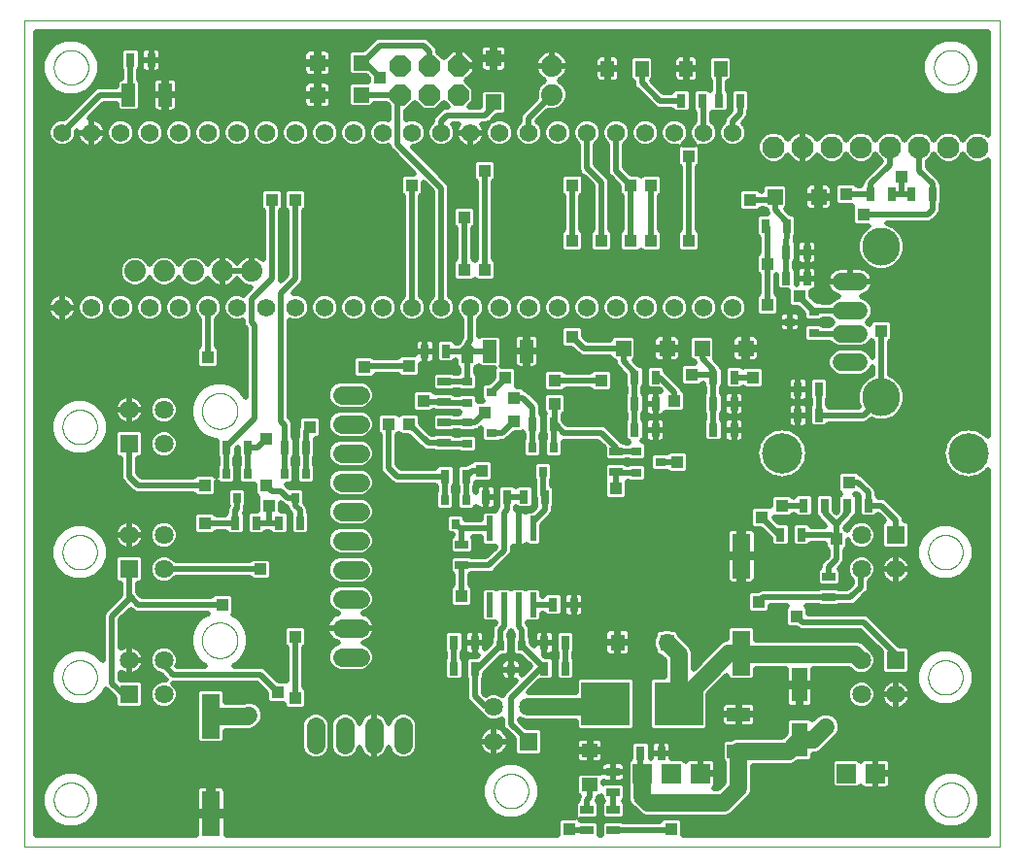
<source format=gtl>
G75*
%MOIN*%
%OFA0B0*%
%FSLAX25Y25*%
%IPPOS*%
%LPD*%
%AMOC8*
5,1,8,0,0,1.08239X$1,22.5*
%
%ADD10C,0.00000*%
%ADD11R,0.04724X0.07874*%
%ADD12R,0.03150X0.04724*%
%ADD13R,0.05512X0.11811*%
%ADD14R,0.07874X0.04724*%
%ADD15R,0.05000X0.05787*%
%ADD16R,0.03150X0.03543*%
%ADD17R,0.05512X0.04724*%
%ADD18R,0.16700X0.15000*%
%ADD19R,0.02362X0.08661*%
%ADD20R,0.06416X0.06416*%
%ADD21C,0.06416*%
%ADD22R,0.04724X0.03150*%
%ADD23C,0.06200*%
%ADD24R,0.04724X0.05512*%
%ADD25R,0.06731X0.06731*%
%ADD26C,0.07600*%
%ADD27C,0.13843*%
%ADD28R,0.03543X0.03150*%
%ADD29R,0.05512X0.05512*%
%ADD30OC8,0.07200*%
%ADD31C,0.06337*%
%ADD32R,0.06299X0.15354*%
%ADD33C,0.06400*%
%ADD34C,0.07400*%
%ADD35C,0.06140*%
%ADD36C,0.13055*%
%ADD37C,0.02000*%
%ADD38OC8,0.04362*%
%ADD39OC8,0.05937*%
%ADD40C,0.06000*%
%ADD41R,0.04362X0.04362*%
D10*
X0012000Y0021000D02*
X0012000Y0304465D01*
X0346646Y0304465D01*
X0346646Y0021000D01*
X0012000Y0021000D01*
X0022094Y0037000D02*
X0022096Y0037153D01*
X0022102Y0037307D01*
X0022112Y0037460D01*
X0022126Y0037612D01*
X0022144Y0037765D01*
X0022166Y0037916D01*
X0022191Y0038067D01*
X0022221Y0038218D01*
X0022255Y0038368D01*
X0022292Y0038516D01*
X0022333Y0038664D01*
X0022378Y0038810D01*
X0022427Y0038956D01*
X0022480Y0039100D01*
X0022536Y0039242D01*
X0022596Y0039383D01*
X0022660Y0039523D01*
X0022727Y0039661D01*
X0022798Y0039797D01*
X0022873Y0039931D01*
X0022950Y0040063D01*
X0023032Y0040193D01*
X0023116Y0040321D01*
X0023204Y0040447D01*
X0023295Y0040570D01*
X0023389Y0040691D01*
X0023487Y0040809D01*
X0023587Y0040925D01*
X0023691Y0041038D01*
X0023797Y0041149D01*
X0023906Y0041257D01*
X0024018Y0041362D01*
X0024132Y0041463D01*
X0024250Y0041562D01*
X0024369Y0041658D01*
X0024491Y0041751D01*
X0024616Y0041840D01*
X0024743Y0041927D01*
X0024872Y0042009D01*
X0025003Y0042089D01*
X0025136Y0042165D01*
X0025271Y0042238D01*
X0025408Y0042307D01*
X0025547Y0042372D01*
X0025687Y0042434D01*
X0025829Y0042492D01*
X0025972Y0042547D01*
X0026117Y0042598D01*
X0026263Y0042645D01*
X0026410Y0042688D01*
X0026558Y0042727D01*
X0026707Y0042763D01*
X0026857Y0042794D01*
X0027008Y0042822D01*
X0027159Y0042846D01*
X0027312Y0042866D01*
X0027464Y0042882D01*
X0027617Y0042894D01*
X0027770Y0042902D01*
X0027923Y0042906D01*
X0028077Y0042906D01*
X0028230Y0042902D01*
X0028383Y0042894D01*
X0028536Y0042882D01*
X0028688Y0042866D01*
X0028841Y0042846D01*
X0028992Y0042822D01*
X0029143Y0042794D01*
X0029293Y0042763D01*
X0029442Y0042727D01*
X0029590Y0042688D01*
X0029737Y0042645D01*
X0029883Y0042598D01*
X0030028Y0042547D01*
X0030171Y0042492D01*
X0030313Y0042434D01*
X0030453Y0042372D01*
X0030592Y0042307D01*
X0030729Y0042238D01*
X0030864Y0042165D01*
X0030997Y0042089D01*
X0031128Y0042009D01*
X0031257Y0041927D01*
X0031384Y0041840D01*
X0031509Y0041751D01*
X0031631Y0041658D01*
X0031750Y0041562D01*
X0031868Y0041463D01*
X0031982Y0041362D01*
X0032094Y0041257D01*
X0032203Y0041149D01*
X0032309Y0041038D01*
X0032413Y0040925D01*
X0032513Y0040809D01*
X0032611Y0040691D01*
X0032705Y0040570D01*
X0032796Y0040447D01*
X0032884Y0040321D01*
X0032968Y0040193D01*
X0033050Y0040063D01*
X0033127Y0039931D01*
X0033202Y0039797D01*
X0033273Y0039661D01*
X0033340Y0039523D01*
X0033404Y0039383D01*
X0033464Y0039242D01*
X0033520Y0039100D01*
X0033573Y0038956D01*
X0033622Y0038810D01*
X0033667Y0038664D01*
X0033708Y0038516D01*
X0033745Y0038368D01*
X0033779Y0038218D01*
X0033809Y0038067D01*
X0033834Y0037916D01*
X0033856Y0037765D01*
X0033874Y0037612D01*
X0033888Y0037460D01*
X0033898Y0037307D01*
X0033904Y0037153D01*
X0033906Y0037000D01*
X0033904Y0036847D01*
X0033898Y0036693D01*
X0033888Y0036540D01*
X0033874Y0036388D01*
X0033856Y0036235D01*
X0033834Y0036084D01*
X0033809Y0035933D01*
X0033779Y0035782D01*
X0033745Y0035632D01*
X0033708Y0035484D01*
X0033667Y0035336D01*
X0033622Y0035190D01*
X0033573Y0035044D01*
X0033520Y0034900D01*
X0033464Y0034758D01*
X0033404Y0034617D01*
X0033340Y0034477D01*
X0033273Y0034339D01*
X0033202Y0034203D01*
X0033127Y0034069D01*
X0033050Y0033937D01*
X0032968Y0033807D01*
X0032884Y0033679D01*
X0032796Y0033553D01*
X0032705Y0033430D01*
X0032611Y0033309D01*
X0032513Y0033191D01*
X0032413Y0033075D01*
X0032309Y0032962D01*
X0032203Y0032851D01*
X0032094Y0032743D01*
X0031982Y0032638D01*
X0031868Y0032537D01*
X0031750Y0032438D01*
X0031631Y0032342D01*
X0031509Y0032249D01*
X0031384Y0032160D01*
X0031257Y0032073D01*
X0031128Y0031991D01*
X0030997Y0031911D01*
X0030864Y0031835D01*
X0030729Y0031762D01*
X0030592Y0031693D01*
X0030453Y0031628D01*
X0030313Y0031566D01*
X0030171Y0031508D01*
X0030028Y0031453D01*
X0029883Y0031402D01*
X0029737Y0031355D01*
X0029590Y0031312D01*
X0029442Y0031273D01*
X0029293Y0031237D01*
X0029143Y0031206D01*
X0028992Y0031178D01*
X0028841Y0031154D01*
X0028688Y0031134D01*
X0028536Y0031118D01*
X0028383Y0031106D01*
X0028230Y0031098D01*
X0028077Y0031094D01*
X0027923Y0031094D01*
X0027770Y0031098D01*
X0027617Y0031106D01*
X0027464Y0031118D01*
X0027312Y0031134D01*
X0027159Y0031154D01*
X0027008Y0031178D01*
X0026857Y0031206D01*
X0026707Y0031237D01*
X0026558Y0031273D01*
X0026410Y0031312D01*
X0026263Y0031355D01*
X0026117Y0031402D01*
X0025972Y0031453D01*
X0025829Y0031508D01*
X0025687Y0031566D01*
X0025547Y0031628D01*
X0025408Y0031693D01*
X0025271Y0031762D01*
X0025136Y0031835D01*
X0025003Y0031911D01*
X0024872Y0031991D01*
X0024743Y0032073D01*
X0024616Y0032160D01*
X0024491Y0032249D01*
X0024369Y0032342D01*
X0024250Y0032438D01*
X0024132Y0032537D01*
X0024018Y0032638D01*
X0023906Y0032743D01*
X0023797Y0032851D01*
X0023691Y0032962D01*
X0023587Y0033075D01*
X0023487Y0033191D01*
X0023389Y0033309D01*
X0023295Y0033430D01*
X0023204Y0033553D01*
X0023116Y0033679D01*
X0023032Y0033807D01*
X0022950Y0033937D01*
X0022873Y0034069D01*
X0022798Y0034203D01*
X0022727Y0034339D01*
X0022660Y0034477D01*
X0022596Y0034617D01*
X0022536Y0034758D01*
X0022480Y0034900D01*
X0022427Y0035044D01*
X0022378Y0035190D01*
X0022333Y0035336D01*
X0022292Y0035484D01*
X0022255Y0035632D01*
X0022221Y0035782D01*
X0022191Y0035933D01*
X0022166Y0036084D01*
X0022144Y0036235D01*
X0022126Y0036388D01*
X0022112Y0036540D01*
X0022102Y0036693D01*
X0022096Y0036847D01*
X0022094Y0037000D01*
X0025094Y0079000D02*
X0025096Y0079153D01*
X0025102Y0079307D01*
X0025112Y0079460D01*
X0025126Y0079612D01*
X0025144Y0079765D01*
X0025166Y0079916D01*
X0025191Y0080067D01*
X0025221Y0080218D01*
X0025255Y0080368D01*
X0025292Y0080516D01*
X0025333Y0080664D01*
X0025378Y0080810D01*
X0025427Y0080956D01*
X0025480Y0081100D01*
X0025536Y0081242D01*
X0025596Y0081383D01*
X0025660Y0081523D01*
X0025727Y0081661D01*
X0025798Y0081797D01*
X0025873Y0081931D01*
X0025950Y0082063D01*
X0026032Y0082193D01*
X0026116Y0082321D01*
X0026204Y0082447D01*
X0026295Y0082570D01*
X0026389Y0082691D01*
X0026487Y0082809D01*
X0026587Y0082925D01*
X0026691Y0083038D01*
X0026797Y0083149D01*
X0026906Y0083257D01*
X0027018Y0083362D01*
X0027132Y0083463D01*
X0027250Y0083562D01*
X0027369Y0083658D01*
X0027491Y0083751D01*
X0027616Y0083840D01*
X0027743Y0083927D01*
X0027872Y0084009D01*
X0028003Y0084089D01*
X0028136Y0084165D01*
X0028271Y0084238D01*
X0028408Y0084307D01*
X0028547Y0084372D01*
X0028687Y0084434D01*
X0028829Y0084492D01*
X0028972Y0084547D01*
X0029117Y0084598D01*
X0029263Y0084645D01*
X0029410Y0084688D01*
X0029558Y0084727D01*
X0029707Y0084763D01*
X0029857Y0084794D01*
X0030008Y0084822D01*
X0030159Y0084846D01*
X0030312Y0084866D01*
X0030464Y0084882D01*
X0030617Y0084894D01*
X0030770Y0084902D01*
X0030923Y0084906D01*
X0031077Y0084906D01*
X0031230Y0084902D01*
X0031383Y0084894D01*
X0031536Y0084882D01*
X0031688Y0084866D01*
X0031841Y0084846D01*
X0031992Y0084822D01*
X0032143Y0084794D01*
X0032293Y0084763D01*
X0032442Y0084727D01*
X0032590Y0084688D01*
X0032737Y0084645D01*
X0032883Y0084598D01*
X0033028Y0084547D01*
X0033171Y0084492D01*
X0033313Y0084434D01*
X0033453Y0084372D01*
X0033592Y0084307D01*
X0033729Y0084238D01*
X0033864Y0084165D01*
X0033997Y0084089D01*
X0034128Y0084009D01*
X0034257Y0083927D01*
X0034384Y0083840D01*
X0034509Y0083751D01*
X0034631Y0083658D01*
X0034750Y0083562D01*
X0034868Y0083463D01*
X0034982Y0083362D01*
X0035094Y0083257D01*
X0035203Y0083149D01*
X0035309Y0083038D01*
X0035413Y0082925D01*
X0035513Y0082809D01*
X0035611Y0082691D01*
X0035705Y0082570D01*
X0035796Y0082447D01*
X0035884Y0082321D01*
X0035968Y0082193D01*
X0036050Y0082063D01*
X0036127Y0081931D01*
X0036202Y0081797D01*
X0036273Y0081661D01*
X0036340Y0081523D01*
X0036404Y0081383D01*
X0036464Y0081242D01*
X0036520Y0081100D01*
X0036573Y0080956D01*
X0036622Y0080810D01*
X0036667Y0080664D01*
X0036708Y0080516D01*
X0036745Y0080368D01*
X0036779Y0080218D01*
X0036809Y0080067D01*
X0036834Y0079916D01*
X0036856Y0079765D01*
X0036874Y0079612D01*
X0036888Y0079460D01*
X0036898Y0079307D01*
X0036904Y0079153D01*
X0036906Y0079000D01*
X0036904Y0078847D01*
X0036898Y0078693D01*
X0036888Y0078540D01*
X0036874Y0078388D01*
X0036856Y0078235D01*
X0036834Y0078084D01*
X0036809Y0077933D01*
X0036779Y0077782D01*
X0036745Y0077632D01*
X0036708Y0077484D01*
X0036667Y0077336D01*
X0036622Y0077190D01*
X0036573Y0077044D01*
X0036520Y0076900D01*
X0036464Y0076758D01*
X0036404Y0076617D01*
X0036340Y0076477D01*
X0036273Y0076339D01*
X0036202Y0076203D01*
X0036127Y0076069D01*
X0036050Y0075937D01*
X0035968Y0075807D01*
X0035884Y0075679D01*
X0035796Y0075553D01*
X0035705Y0075430D01*
X0035611Y0075309D01*
X0035513Y0075191D01*
X0035413Y0075075D01*
X0035309Y0074962D01*
X0035203Y0074851D01*
X0035094Y0074743D01*
X0034982Y0074638D01*
X0034868Y0074537D01*
X0034750Y0074438D01*
X0034631Y0074342D01*
X0034509Y0074249D01*
X0034384Y0074160D01*
X0034257Y0074073D01*
X0034128Y0073991D01*
X0033997Y0073911D01*
X0033864Y0073835D01*
X0033729Y0073762D01*
X0033592Y0073693D01*
X0033453Y0073628D01*
X0033313Y0073566D01*
X0033171Y0073508D01*
X0033028Y0073453D01*
X0032883Y0073402D01*
X0032737Y0073355D01*
X0032590Y0073312D01*
X0032442Y0073273D01*
X0032293Y0073237D01*
X0032143Y0073206D01*
X0031992Y0073178D01*
X0031841Y0073154D01*
X0031688Y0073134D01*
X0031536Y0073118D01*
X0031383Y0073106D01*
X0031230Y0073098D01*
X0031077Y0073094D01*
X0030923Y0073094D01*
X0030770Y0073098D01*
X0030617Y0073106D01*
X0030464Y0073118D01*
X0030312Y0073134D01*
X0030159Y0073154D01*
X0030008Y0073178D01*
X0029857Y0073206D01*
X0029707Y0073237D01*
X0029558Y0073273D01*
X0029410Y0073312D01*
X0029263Y0073355D01*
X0029117Y0073402D01*
X0028972Y0073453D01*
X0028829Y0073508D01*
X0028687Y0073566D01*
X0028547Y0073628D01*
X0028408Y0073693D01*
X0028271Y0073762D01*
X0028136Y0073835D01*
X0028003Y0073911D01*
X0027872Y0073991D01*
X0027743Y0074073D01*
X0027616Y0074160D01*
X0027491Y0074249D01*
X0027369Y0074342D01*
X0027250Y0074438D01*
X0027132Y0074537D01*
X0027018Y0074638D01*
X0026906Y0074743D01*
X0026797Y0074851D01*
X0026691Y0074962D01*
X0026587Y0075075D01*
X0026487Y0075191D01*
X0026389Y0075309D01*
X0026295Y0075430D01*
X0026204Y0075553D01*
X0026116Y0075679D01*
X0026032Y0075807D01*
X0025950Y0075937D01*
X0025873Y0076069D01*
X0025798Y0076203D01*
X0025727Y0076339D01*
X0025660Y0076477D01*
X0025596Y0076617D01*
X0025536Y0076758D01*
X0025480Y0076900D01*
X0025427Y0077044D01*
X0025378Y0077190D01*
X0025333Y0077336D01*
X0025292Y0077484D01*
X0025255Y0077632D01*
X0025221Y0077782D01*
X0025191Y0077933D01*
X0025166Y0078084D01*
X0025144Y0078235D01*
X0025126Y0078388D01*
X0025112Y0078540D01*
X0025102Y0078693D01*
X0025096Y0078847D01*
X0025094Y0079000D01*
X0025094Y0122000D02*
X0025096Y0122153D01*
X0025102Y0122307D01*
X0025112Y0122460D01*
X0025126Y0122612D01*
X0025144Y0122765D01*
X0025166Y0122916D01*
X0025191Y0123067D01*
X0025221Y0123218D01*
X0025255Y0123368D01*
X0025292Y0123516D01*
X0025333Y0123664D01*
X0025378Y0123810D01*
X0025427Y0123956D01*
X0025480Y0124100D01*
X0025536Y0124242D01*
X0025596Y0124383D01*
X0025660Y0124523D01*
X0025727Y0124661D01*
X0025798Y0124797D01*
X0025873Y0124931D01*
X0025950Y0125063D01*
X0026032Y0125193D01*
X0026116Y0125321D01*
X0026204Y0125447D01*
X0026295Y0125570D01*
X0026389Y0125691D01*
X0026487Y0125809D01*
X0026587Y0125925D01*
X0026691Y0126038D01*
X0026797Y0126149D01*
X0026906Y0126257D01*
X0027018Y0126362D01*
X0027132Y0126463D01*
X0027250Y0126562D01*
X0027369Y0126658D01*
X0027491Y0126751D01*
X0027616Y0126840D01*
X0027743Y0126927D01*
X0027872Y0127009D01*
X0028003Y0127089D01*
X0028136Y0127165D01*
X0028271Y0127238D01*
X0028408Y0127307D01*
X0028547Y0127372D01*
X0028687Y0127434D01*
X0028829Y0127492D01*
X0028972Y0127547D01*
X0029117Y0127598D01*
X0029263Y0127645D01*
X0029410Y0127688D01*
X0029558Y0127727D01*
X0029707Y0127763D01*
X0029857Y0127794D01*
X0030008Y0127822D01*
X0030159Y0127846D01*
X0030312Y0127866D01*
X0030464Y0127882D01*
X0030617Y0127894D01*
X0030770Y0127902D01*
X0030923Y0127906D01*
X0031077Y0127906D01*
X0031230Y0127902D01*
X0031383Y0127894D01*
X0031536Y0127882D01*
X0031688Y0127866D01*
X0031841Y0127846D01*
X0031992Y0127822D01*
X0032143Y0127794D01*
X0032293Y0127763D01*
X0032442Y0127727D01*
X0032590Y0127688D01*
X0032737Y0127645D01*
X0032883Y0127598D01*
X0033028Y0127547D01*
X0033171Y0127492D01*
X0033313Y0127434D01*
X0033453Y0127372D01*
X0033592Y0127307D01*
X0033729Y0127238D01*
X0033864Y0127165D01*
X0033997Y0127089D01*
X0034128Y0127009D01*
X0034257Y0126927D01*
X0034384Y0126840D01*
X0034509Y0126751D01*
X0034631Y0126658D01*
X0034750Y0126562D01*
X0034868Y0126463D01*
X0034982Y0126362D01*
X0035094Y0126257D01*
X0035203Y0126149D01*
X0035309Y0126038D01*
X0035413Y0125925D01*
X0035513Y0125809D01*
X0035611Y0125691D01*
X0035705Y0125570D01*
X0035796Y0125447D01*
X0035884Y0125321D01*
X0035968Y0125193D01*
X0036050Y0125063D01*
X0036127Y0124931D01*
X0036202Y0124797D01*
X0036273Y0124661D01*
X0036340Y0124523D01*
X0036404Y0124383D01*
X0036464Y0124242D01*
X0036520Y0124100D01*
X0036573Y0123956D01*
X0036622Y0123810D01*
X0036667Y0123664D01*
X0036708Y0123516D01*
X0036745Y0123368D01*
X0036779Y0123218D01*
X0036809Y0123067D01*
X0036834Y0122916D01*
X0036856Y0122765D01*
X0036874Y0122612D01*
X0036888Y0122460D01*
X0036898Y0122307D01*
X0036904Y0122153D01*
X0036906Y0122000D01*
X0036904Y0121847D01*
X0036898Y0121693D01*
X0036888Y0121540D01*
X0036874Y0121388D01*
X0036856Y0121235D01*
X0036834Y0121084D01*
X0036809Y0120933D01*
X0036779Y0120782D01*
X0036745Y0120632D01*
X0036708Y0120484D01*
X0036667Y0120336D01*
X0036622Y0120190D01*
X0036573Y0120044D01*
X0036520Y0119900D01*
X0036464Y0119758D01*
X0036404Y0119617D01*
X0036340Y0119477D01*
X0036273Y0119339D01*
X0036202Y0119203D01*
X0036127Y0119069D01*
X0036050Y0118937D01*
X0035968Y0118807D01*
X0035884Y0118679D01*
X0035796Y0118553D01*
X0035705Y0118430D01*
X0035611Y0118309D01*
X0035513Y0118191D01*
X0035413Y0118075D01*
X0035309Y0117962D01*
X0035203Y0117851D01*
X0035094Y0117743D01*
X0034982Y0117638D01*
X0034868Y0117537D01*
X0034750Y0117438D01*
X0034631Y0117342D01*
X0034509Y0117249D01*
X0034384Y0117160D01*
X0034257Y0117073D01*
X0034128Y0116991D01*
X0033997Y0116911D01*
X0033864Y0116835D01*
X0033729Y0116762D01*
X0033592Y0116693D01*
X0033453Y0116628D01*
X0033313Y0116566D01*
X0033171Y0116508D01*
X0033028Y0116453D01*
X0032883Y0116402D01*
X0032737Y0116355D01*
X0032590Y0116312D01*
X0032442Y0116273D01*
X0032293Y0116237D01*
X0032143Y0116206D01*
X0031992Y0116178D01*
X0031841Y0116154D01*
X0031688Y0116134D01*
X0031536Y0116118D01*
X0031383Y0116106D01*
X0031230Y0116098D01*
X0031077Y0116094D01*
X0030923Y0116094D01*
X0030770Y0116098D01*
X0030617Y0116106D01*
X0030464Y0116118D01*
X0030312Y0116134D01*
X0030159Y0116154D01*
X0030008Y0116178D01*
X0029857Y0116206D01*
X0029707Y0116237D01*
X0029558Y0116273D01*
X0029410Y0116312D01*
X0029263Y0116355D01*
X0029117Y0116402D01*
X0028972Y0116453D01*
X0028829Y0116508D01*
X0028687Y0116566D01*
X0028547Y0116628D01*
X0028408Y0116693D01*
X0028271Y0116762D01*
X0028136Y0116835D01*
X0028003Y0116911D01*
X0027872Y0116991D01*
X0027743Y0117073D01*
X0027616Y0117160D01*
X0027491Y0117249D01*
X0027369Y0117342D01*
X0027250Y0117438D01*
X0027132Y0117537D01*
X0027018Y0117638D01*
X0026906Y0117743D01*
X0026797Y0117851D01*
X0026691Y0117962D01*
X0026587Y0118075D01*
X0026487Y0118191D01*
X0026389Y0118309D01*
X0026295Y0118430D01*
X0026204Y0118553D01*
X0026116Y0118679D01*
X0026032Y0118807D01*
X0025950Y0118937D01*
X0025873Y0119069D01*
X0025798Y0119203D01*
X0025727Y0119339D01*
X0025660Y0119477D01*
X0025596Y0119617D01*
X0025536Y0119758D01*
X0025480Y0119900D01*
X0025427Y0120044D01*
X0025378Y0120190D01*
X0025333Y0120336D01*
X0025292Y0120484D01*
X0025255Y0120632D01*
X0025221Y0120782D01*
X0025191Y0120933D01*
X0025166Y0121084D01*
X0025144Y0121235D01*
X0025126Y0121388D01*
X0025112Y0121540D01*
X0025102Y0121693D01*
X0025096Y0121847D01*
X0025094Y0122000D01*
X0025094Y0165000D02*
X0025096Y0165153D01*
X0025102Y0165307D01*
X0025112Y0165460D01*
X0025126Y0165612D01*
X0025144Y0165765D01*
X0025166Y0165916D01*
X0025191Y0166067D01*
X0025221Y0166218D01*
X0025255Y0166368D01*
X0025292Y0166516D01*
X0025333Y0166664D01*
X0025378Y0166810D01*
X0025427Y0166956D01*
X0025480Y0167100D01*
X0025536Y0167242D01*
X0025596Y0167383D01*
X0025660Y0167523D01*
X0025727Y0167661D01*
X0025798Y0167797D01*
X0025873Y0167931D01*
X0025950Y0168063D01*
X0026032Y0168193D01*
X0026116Y0168321D01*
X0026204Y0168447D01*
X0026295Y0168570D01*
X0026389Y0168691D01*
X0026487Y0168809D01*
X0026587Y0168925D01*
X0026691Y0169038D01*
X0026797Y0169149D01*
X0026906Y0169257D01*
X0027018Y0169362D01*
X0027132Y0169463D01*
X0027250Y0169562D01*
X0027369Y0169658D01*
X0027491Y0169751D01*
X0027616Y0169840D01*
X0027743Y0169927D01*
X0027872Y0170009D01*
X0028003Y0170089D01*
X0028136Y0170165D01*
X0028271Y0170238D01*
X0028408Y0170307D01*
X0028547Y0170372D01*
X0028687Y0170434D01*
X0028829Y0170492D01*
X0028972Y0170547D01*
X0029117Y0170598D01*
X0029263Y0170645D01*
X0029410Y0170688D01*
X0029558Y0170727D01*
X0029707Y0170763D01*
X0029857Y0170794D01*
X0030008Y0170822D01*
X0030159Y0170846D01*
X0030312Y0170866D01*
X0030464Y0170882D01*
X0030617Y0170894D01*
X0030770Y0170902D01*
X0030923Y0170906D01*
X0031077Y0170906D01*
X0031230Y0170902D01*
X0031383Y0170894D01*
X0031536Y0170882D01*
X0031688Y0170866D01*
X0031841Y0170846D01*
X0031992Y0170822D01*
X0032143Y0170794D01*
X0032293Y0170763D01*
X0032442Y0170727D01*
X0032590Y0170688D01*
X0032737Y0170645D01*
X0032883Y0170598D01*
X0033028Y0170547D01*
X0033171Y0170492D01*
X0033313Y0170434D01*
X0033453Y0170372D01*
X0033592Y0170307D01*
X0033729Y0170238D01*
X0033864Y0170165D01*
X0033997Y0170089D01*
X0034128Y0170009D01*
X0034257Y0169927D01*
X0034384Y0169840D01*
X0034509Y0169751D01*
X0034631Y0169658D01*
X0034750Y0169562D01*
X0034868Y0169463D01*
X0034982Y0169362D01*
X0035094Y0169257D01*
X0035203Y0169149D01*
X0035309Y0169038D01*
X0035413Y0168925D01*
X0035513Y0168809D01*
X0035611Y0168691D01*
X0035705Y0168570D01*
X0035796Y0168447D01*
X0035884Y0168321D01*
X0035968Y0168193D01*
X0036050Y0168063D01*
X0036127Y0167931D01*
X0036202Y0167797D01*
X0036273Y0167661D01*
X0036340Y0167523D01*
X0036404Y0167383D01*
X0036464Y0167242D01*
X0036520Y0167100D01*
X0036573Y0166956D01*
X0036622Y0166810D01*
X0036667Y0166664D01*
X0036708Y0166516D01*
X0036745Y0166368D01*
X0036779Y0166218D01*
X0036809Y0166067D01*
X0036834Y0165916D01*
X0036856Y0165765D01*
X0036874Y0165612D01*
X0036888Y0165460D01*
X0036898Y0165307D01*
X0036904Y0165153D01*
X0036906Y0165000D01*
X0036904Y0164847D01*
X0036898Y0164693D01*
X0036888Y0164540D01*
X0036874Y0164388D01*
X0036856Y0164235D01*
X0036834Y0164084D01*
X0036809Y0163933D01*
X0036779Y0163782D01*
X0036745Y0163632D01*
X0036708Y0163484D01*
X0036667Y0163336D01*
X0036622Y0163190D01*
X0036573Y0163044D01*
X0036520Y0162900D01*
X0036464Y0162758D01*
X0036404Y0162617D01*
X0036340Y0162477D01*
X0036273Y0162339D01*
X0036202Y0162203D01*
X0036127Y0162069D01*
X0036050Y0161937D01*
X0035968Y0161807D01*
X0035884Y0161679D01*
X0035796Y0161553D01*
X0035705Y0161430D01*
X0035611Y0161309D01*
X0035513Y0161191D01*
X0035413Y0161075D01*
X0035309Y0160962D01*
X0035203Y0160851D01*
X0035094Y0160743D01*
X0034982Y0160638D01*
X0034868Y0160537D01*
X0034750Y0160438D01*
X0034631Y0160342D01*
X0034509Y0160249D01*
X0034384Y0160160D01*
X0034257Y0160073D01*
X0034128Y0159991D01*
X0033997Y0159911D01*
X0033864Y0159835D01*
X0033729Y0159762D01*
X0033592Y0159693D01*
X0033453Y0159628D01*
X0033313Y0159566D01*
X0033171Y0159508D01*
X0033028Y0159453D01*
X0032883Y0159402D01*
X0032737Y0159355D01*
X0032590Y0159312D01*
X0032442Y0159273D01*
X0032293Y0159237D01*
X0032143Y0159206D01*
X0031992Y0159178D01*
X0031841Y0159154D01*
X0031688Y0159134D01*
X0031536Y0159118D01*
X0031383Y0159106D01*
X0031230Y0159098D01*
X0031077Y0159094D01*
X0030923Y0159094D01*
X0030770Y0159098D01*
X0030617Y0159106D01*
X0030464Y0159118D01*
X0030312Y0159134D01*
X0030159Y0159154D01*
X0030008Y0159178D01*
X0029857Y0159206D01*
X0029707Y0159237D01*
X0029558Y0159273D01*
X0029410Y0159312D01*
X0029263Y0159355D01*
X0029117Y0159402D01*
X0028972Y0159453D01*
X0028829Y0159508D01*
X0028687Y0159566D01*
X0028547Y0159628D01*
X0028408Y0159693D01*
X0028271Y0159762D01*
X0028136Y0159835D01*
X0028003Y0159911D01*
X0027872Y0159991D01*
X0027743Y0160073D01*
X0027616Y0160160D01*
X0027491Y0160249D01*
X0027369Y0160342D01*
X0027250Y0160438D01*
X0027132Y0160537D01*
X0027018Y0160638D01*
X0026906Y0160743D01*
X0026797Y0160851D01*
X0026691Y0160962D01*
X0026587Y0161075D01*
X0026487Y0161191D01*
X0026389Y0161309D01*
X0026295Y0161430D01*
X0026204Y0161553D01*
X0026116Y0161679D01*
X0026032Y0161807D01*
X0025950Y0161937D01*
X0025873Y0162069D01*
X0025798Y0162203D01*
X0025727Y0162339D01*
X0025660Y0162477D01*
X0025596Y0162617D01*
X0025536Y0162758D01*
X0025480Y0162900D01*
X0025427Y0163044D01*
X0025378Y0163190D01*
X0025333Y0163336D01*
X0025292Y0163484D01*
X0025255Y0163632D01*
X0025221Y0163782D01*
X0025191Y0163933D01*
X0025166Y0164084D01*
X0025144Y0164235D01*
X0025126Y0164388D01*
X0025112Y0164540D01*
X0025102Y0164693D01*
X0025096Y0164847D01*
X0025094Y0165000D01*
X0072898Y0170488D02*
X0072900Y0170644D01*
X0072906Y0170800D01*
X0072916Y0170955D01*
X0072930Y0171110D01*
X0072948Y0171265D01*
X0072970Y0171419D01*
X0072995Y0171573D01*
X0073025Y0171726D01*
X0073059Y0171878D01*
X0073096Y0172030D01*
X0073137Y0172180D01*
X0073182Y0172329D01*
X0073231Y0172477D01*
X0073284Y0172624D01*
X0073340Y0172769D01*
X0073400Y0172913D01*
X0073464Y0173055D01*
X0073532Y0173196D01*
X0073603Y0173334D01*
X0073677Y0173471D01*
X0073755Y0173606D01*
X0073836Y0173739D01*
X0073921Y0173870D01*
X0074009Y0173999D01*
X0074100Y0174125D01*
X0074195Y0174249D01*
X0074292Y0174370D01*
X0074393Y0174489D01*
X0074497Y0174606D01*
X0074603Y0174719D01*
X0074713Y0174830D01*
X0074825Y0174938D01*
X0074940Y0175043D01*
X0075058Y0175146D01*
X0075178Y0175245D01*
X0075301Y0175341D01*
X0075426Y0175434D01*
X0075553Y0175523D01*
X0075683Y0175610D01*
X0075815Y0175693D01*
X0075949Y0175772D01*
X0076085Y0175849D01*
X0076223Y0175921D01*
X0076362Y0175991D01*
X0076504Y0176056D01*
X0076647Y0176118D01*
X0076791Y0176176D01*
X0076937Y0176231D01*
X0077085Y0176282D01*
X0077233Y0176329D01*
X0077383Y0176372D01*
X0077534Y0176411D01*
X0077686Y0176447D01*
X0077838Y0176478D01*
X0077992Y0176506D01*
X0078146Y0176530D01*
X0078300Y0176550D01*
X0078455Y0176566D01*
X0078611Y0176578D01*
X0078766Y0176586D01*
X0078922Y0176590D01*
X0079078Y0176590D01*
X0079234Y0176586D01*
X0079389Y0176578D01*
X0079545Y0176566D01*
X0079700Y0176550D01*
X0079854Y0176530D01*
X0080008Y0176506D01*
X0080162Y0176478D01*
X0080314Y0176447D01*
X0080466Y0176411D01*
X0080617Y0176372D01*
X0080767Y0176329D01*
X0080915Y0176282D01*
X0081063Y0176231D01*
X0081209Y0176176D01*
X0081353Y0176118D01*
X0081496Y0176056D01*
X0081638Y0175991D01*
X0081777Y0175921D01*
X0081915Y0175849D01*
X0082051Y0175772D01*
X0082185Y0175693D01*
X0082317Y0175610D01*
X0082447Y0175523D01*
X0082574Y0175434D01*
X0082699Y0175341D01*
X0082822Y0175245D01*
X0082942Y0175146D01*
X0083060Y0175043D01*
X0083175Y0174938D01*
X0083287Y0174830D01*
X0083397Y0174719D01*
X0083503Y0174606D01*
X0083607Y0174489D01*
X0083708Y0174370D01*
X0083805Y0174249D01*
X0083900Y0174125D01*
X0083991Y0173999D01*
X0084079Y0173870D01*
X0084164Y0173739D01*
X0084245Y0173606D01*
X0084323Y0173471D01*
X0084397Y0173334D01*
X0084468Y0173196D01*
X0084536Y0173055D01*
X0084600Y0172913D01*
X0084660Y0172769D01*
X0084716Y0172624D01*
X0084769Y0172477D01*
X0084818Y0172329D01*
X0084863Y0172180D01*
X0084904Y0172030D01*
X0084941Y0171878D01*
X0084975Y0171726D01*
X0085005Y0171573D01*
X0085030Y0171419D01*
X0085052Y0171265D01*
X0085070Y0171110D01*
X0085084Y0170955D01*
X0085094Y0170800D01*
X0085100Y0170644D01*
X0085102Y0170488D01*
X0085100Y0170332D01*
X0085094Y0170176D01*
X0085084Y0170021D01*
X0085070Y0169866D01*
X0085052Y0169711D01*
X0085030Y0169557D01*
X0085005Y0169403D01*
X0084975Y0169250D01*
X0084941Y0169098D01*
X0084904Y0168946D01*
X0084863Y0168796D01*
X0084818Y0168647D01*
X0084769Y0168499D01*
X0084716Y0168352D01*
X0084660Y0168207D01*
X0084600Y0168063D01*
X0084536Y0167921D01*
X0084468Y0167780D01*
X0084397Y0167642D01*
X0084323Y0167505D01*
X0084245Y0167370D01*
X0084164Y0167237D01*
X0084079Y0167106D01*
X0083991Y0166977D01*
X0083900Y0166851D01*
X0083805Y0166727D01*
X0083708Y0166606D01*
X0083607Y0166487D01*
X0083503Y0166370D01*
X0083397Y0166257D01*
X0083287Y0166146D01*
X0083175Y0166038D01*
X0083060Y0165933D01*
X0082942Y0165830D01*
X0082822Y0165731D01*
X0082699Y0165635D01*
X0082574Y0165542D01*
X0082447Y0165453D01*
X0082317Y0165366D01*
X0082185Y0165283D01*
X0082051Y0165204D01*
X0081915Y0165127D01*
X0081777Y0165055D01*
X0081638Y0164985D01*
X0081496Y0164920D01*
X0081353Y0164858D01*
X0081209Y0164800D01*
X0081063Y0164745D01*
X0080915Y0164694D01*
X0080767Y0164647D01*
X0080617Y0164604D01*
X0080466Y0164565D01*
X0080314Y0164529D01*
X0080162Y0164498D01*
X0080008Y0164470D01*
X0079854Y0164446D01*
X0079700Y0164426D01*
X0079545Y0164410D01*
X0079389Y0164398D01*
X0079234Y0164390D01*
X0079078Y0164386D01*
X0078922Y0164386D01*
X0078766Y0164390D01*
X0078611Y0164398D01*
X0078455Y0164410D01*
X0078300Y0164426D01*
X0078146Y0164446D01*
X0077992Y0164470D01*
X0077838Y0164498D01*
X0077686Y0164529D01*
X0077534Y0164565D01*
X0077383Y0164604D01*
X0077233Y0164647D01*
X0077085Y0164694D01*
X0076937Y0164745D01*
X0076791Y0164800D01*
X0076647Y0164858D01*
X0076504Y0164920D01*
X0076362Y0164985D01*
X0076223Y0165055D01*
X0076085Y0165127D01*
X0075949Y0165204D01*
X0075815Y0165283D01*
X0075683Y0165366D01*
X0075553Y0165453D01*
X0075426Y0165542D01*
X0075301Y0165635D01*
X0075178Y0165731D01*
X0075058Y0165830D01*
X0074940Y0165933D01*
X0074825Y0166038D01*
X0074713Y0166146D01*
X0074603Y0166257D01*
X0074497Y0166370D01*
X0074393Y0166487D01*
X0074292Y0166606D01*
X0074195Y0166727D01*
X0074100Y0166851D01*
X0074009Y0166977D01*
X0073921Y0167106D01*
X0073836Y0167237D01*
X0073755Y0167370D01*
X0073677Y0167505D01*
X0073603Y0167642D01*
X0073532Y0167780D01*
X0073464Y0167921D01*
X0073400Y0168063D01*
X0073340Y0168207D01*
X0073284Y0168352D01*
X0073231Y0168499D01*
X0073182Y0168647D01*
X0073137Y0168796D01*
X0073096Y0168946D01*
X0073059Y0169098D01*
X0073025Y0169250D01*
X0072995Y0169403D01*
X0072970Y0169557D01*
X0072948Y0169711D01*
X0072930Y0169866D01*
X0072916Y0170021D01*
X0072906Y0170176D01*
X0072900Y0170332D01*
X0072898Y0170488D01*
X0072898Y0091748D02*
X0072900Y0091904D01*
X0072906Y0092060D01*
X0072916Y0092215D01*
X0072930Y0092370D01*
X0072948Y0092525D01*
X0072970Y0092679D01*
X0072995Y0092833D01*
X0073025Y0092986D01*
X0073059Y0093138D01*
X0073096Y0093290D01*
X0073137Y0093440D01*
X0073182Y0093589D01*
X0073231Y0093737D01*
X0073284Y0093884D01*
X0073340Y0094029D01*
X0073400Y0094173D01*
X0073464Y0094315D01*
X0073532Y0094456D01*
X0073603Y0094594D01*
X0073677Y0094731D01*
X0073755Y0094866D01*
X0073836Y0094999D01*
X0073921Y0095130D01*
X0074009Y0095259D01*
X0074100Y0095385D01*
X0074195Y0095509D01*
X0074292Y0095630D01*
X0074393Y0095749D01*
X0074497Y0095866D01*
X0074603Y0095979D01*
X0074713Y0096090D01*
X0074825Y0096198D01*
X0074940Y0096303D01*
X0075058Y0096406D01*
X0075178Y0096505D01*
X0075301Y0096601D01*
X0075426Y0096694D01*
X0075553Y0096783D01*
X0075683Y0096870D01*
X0075815Y0096953D01*
X0075949Y0097032D01*
X0076085Y0097109D01*
X0076223Y0097181D01*
X0076362Y0097251D01*
X0076504Y0097316D01*
X0076647Y0097378D01*
X0076791Y0097436D01*
X0076937Y0097491D01*
X0077085Y0097542D01*
X0077233Y0097589D01*
X0077383Y0097632D01*
X0077534Y0097671D01*
X0077686Y0097707D01*
X0077838Y0097738D01*
X0077992Y0097766D01*
X0078146Y0097790D01*
X0078300Y0097810D01*
X0078455Y0097826D01*
X0078611Y0097838D01*
X0078766Y0097846D01*
X0078922Y0097850D01*
X0079078Y0097850D01*
X0079234Y0097846D01*
X0079389Y0097838D01*
X0079545Y0097826D01*
X0079700Y0097810D01*
X0079854Y0097790D01*
X0080008Y0097766D01*
X0080162Y0097738D01*
X0080314Y0097707D01*
X0080466Y0097671D01*
X0080617Y0097632D01*
X0080767Y0097589D01*
X0080915Y0097542D01*
X0081063Y0097491D01*
X0081209Y0097436D01*
X0081353Y0097378D01*
X0081496Y0097316D01*
X0081638Y0097251D01*
X0081777Y0097181D01*
X0081915Y0097109D01*
X0082051Y0097032D01*
X0082185Y0096953D01*
X0082317Y0096870D01*
X0082447Y0096783D01*
X0082574Y0096694D01*
X0082699Y0096601D01*
X0082822Y0096505D01*
X0082942Y0096406D01*
X0083060Y0096303D01*
X0083175Y0096198D01*
X0083287Y0096090D01*
X0083397Y0095979D01*
X0083503Y0095866D01*
X0083607Y0095749D01*
X0083708Y0095630D01*
X0083805Y0095509D01*
X0083900Y0095385D01*
X0083991Y0095259D01*
X0084079Y0095130D01*
X0084164Y0094999D01*
X0084245Y0094866D01*
X0084323Y0094731D01*
X0084397Y0094594D01*
X0084468Y0094456D01*
X0084536Y0094315D01*
X0084600Y0094173D01*
X0084660Y0094029D01*
X0084716Y0093884D01*
X0084769Y0093737D01*
X0084818Y0093589D01*
X0084863Y0093440D01*
X0084904Y0093290D01*
X0084941Y0093138D01*
X0084975Y0092986D01*
X0085005Y0092833D01*
X0085030Y0092679D01*
X0085052Y0092525D01*
X0085070Y0092370D01*
X0085084Y0092215D01*
X0085094Y0092060D01*
X0085100Y0091904D01*
X0085102Y0091748D01*
X0085100Y0091592D01*
X0085094Y0091436D01*
X0085084Y0091281D01*
X0085070Y0091126D01*
X0085052Y0090971D01*
X0085030Y0090817D01*
X0085005Y0090663D01*
X0084975Y0090510D01*
X0084941Y0090358D01*
X0084904Y0090206D01*
X0084863Y0090056D01*
X0084818Y0089907D01*
X0084769Y0089759D01*
X0084716Y0089612D01*
X0084660Y0089467D01*
X0084600Y0089323D01*
X0084536Y0089181D01*
X0084468Y0089040D01*
X0084397Y0088902D01*
X0084323Y0088765D01*
X0084245Y0088630D01*
X0084164Y0088497D01*
X0084079Y0088366D01*
X0083991Y0088237D01*
X0083900Y0088111D01*
X0083805Y0087987D01*
X0083708Y0087866D01*
X0083607Y0087747D01*
X0083503Y0087630D01*
X0083397Y0087517D01*
X0083287Y0087406D01*
X0083175Y0087298D01*
X0083060Y0087193D01*
X0082942Y0087090D01*
X0082822Y0086991D01*
X0082699Y0086895D01*
X0082574Y0086802D01*
X0082447Y0086713D01*
X0082317Y0086626D01*
X0082185Y0086543D01*
X0082051Y0086464D01*
X0081915Y0086387D01*
X0081777Y0086315D01*
X0081638Y0086245D01*
X0081496Y0086180D01*
X0081353Y0086118D01*
X0081209Y0086060D01*
X0081063Y0086005D01*
X0080915Y0085954D01*
X0080767Y0085907D01*
X0080617Y0085864D01*
X0080466Y0085825D01*
X0080314Y0085789D01*
X0080162Y0085758D01*
X0080008Y0085730D01*
X0079854Y0085706D01*
X0079700Y0085686D01*
X0079545Y0085670D01*
X0079389Y0085658D01*
X0079234Y0085650D01*
X0079078Y0085646D01*
X0078922Y0085646D01*
X0078766Y0085650D01*
X0078611Y0085658D01*
X0078455Y0085670D01*
X0078300Y0085686D01*
X0078146Y0085706D01*
X0077992Y0085730D01*
X0077838Y0085758D01*
X0077686Y0085789D01*
X0077534Y0085825D01*
X0077383Y0085864D01*
X0077233Y0085907D01*
X0077085Y0085954D01*
X0076937Y0086005D01*
X0076791Y0086060D01*
X0076647Y0086118D01*
X0076504Y0086180D01*
X0076362Y0086245D01*
X0076223Y0086315D01*
X0076085Y0086387D01*
X0075949Y0086464D01*
X0075815Y0086543D01*
X0075683Y0086626D01*
X0075553Y0086713D01*
X0075426Y0086802D01*
X0075301Y0086895D01*
X0075178Y0086991D01*
X0075058Y0087090D01*
X0074940Y0087193D01*
X0074825Y0087298D01*
X0074713Y0087406D01*
X0074603Y0087517D01*
X0074497Y0087630D01*
X0074393Y0087747D01*
X0074292Y0087866D01*
X0074195Y0087987D01*
X0074100Y0088111D01*
X0074009Y0088237D01*
X0073921Y0088366D01*
X0073836Y0088497D01*
X0073755Y0088630D01*
X0073677Y0088765D01*
X0073603Y0088902D01*
X0073532Y0089040D01*
X0073464Y0089181D01*
X0073400Y0089323D01*
X0073340Y0089467D01*
X0073284Y0089612D01*
X0073231Y0089759D01*
X0073182Y0089907D01*
X0073137Y0090056D01*
X0073096Y0090206D01*
X0073059Y0090358D01*
X0073025Y0090510D01*
X0072995Y0090663D01*
X0072970Y0090817D01*
X0072948Y0090971D01*
X0072930Y0091126D01*
X0072916Y0091281D01*
X0072906Y0091436D01*
X0072900Y0091592D01*
X0072898Y0091748D01*
X0173094Y0040000D02*
X0173096Y0040153D01*
X0173102Y0040307D01*
X0173112Y0040460D01*
X0173126Y0040612D01*
X0173144Y0040765D01*
X0173166Y0040916D01*
X0173191Y0041067D01*
X0173221Y0041218D01*
X0173255Y0041368D01*
X0173292Y0041516D01*
X0173333Y0041664D01*
X0173378Y0041810D01*
X0173427Y0041956D01*
X0173480Y0042100D01*
X0173536Y0042242D01*
X0173596Y0042383D01*
X0173660Y0042523D01*
X0173727Y0042661D01*
X0173798Y0042797D01*
X0173873Y0042931D01*
X0173950Y0043063D01*
X0174032Y0043193D01*
X0174116Y0043321D01*
X0174204Y0043447D01*
X0174295Y0043570D01*
X0174389Y0043691D01*
X0174487Y0043809D01*
X0174587Y0043925D01*
X0174691Y0044038D01*
X0174797Y0044149D01*
X0174906Y0044257D01*
X0175018Y0044362D01*
X0175132Y0044463D01*
X0175250Y0044562D01*
X0175369Y0044658D01*
X0175491Y0044751D01*
X0175616Y0044840D01*
X0175743Y0044927D01*
X0175872Y0045009D01*
X0176003Y0045089D01*
X0176136Y0045165D01*
X0176271Y0045238D01*
X0176408Y0045307D01*
X0176547Y0045372D01*
X0176687Y0045434D01*
X0176829Y0045492D01*
X0176972Y0045547D01*
X0177117Y0045598D01*
X0177263Y0045645D01*
X0177410Y0045688D01*
X0177558Y0045727D01*
X0177707Y0045763D01*
X0177857Y0045794D01*
X0178008Y0045822D01*
X0178159Y0045846D01*
X0178312Y0045866D01*
X0178464Y0045882D01*
X0178617Y0045894D01*
X0178770Y0045902D01*
X0178923Y0045906D01*
X0179077Y0045906D01*
X0179230Y0045902D01*
X0179383Y0045894D01*
X0179536Y0045882D01*
X0179688Y0045866D01*
X0179841Y0045846D01*
X0179992Y0045822D01*
X0180143Y0045794D01*
X0180293Y0045763D01*
X0180442Y0045727D01*
X0180590Y0045688D01*
X0180737Y0045645D01*
X0180883Y0045598D01*
X0181028Y0045547D01*
X0181171Y0045492D01*
X0181313Y0045434D01*
X0181453Y0045372D01*
X0181592Y0045307D01*
X0181729Y0045238D01*
X0181864Y0045165D01*
X0181997Y0045089D01*
X0182128Y0045009D01*
X0182257Y0044927D01*
X0182384Y0044840D01*
X0182509Y0044751D01*
X0182631Y0044658D01*
X0182750Y0044562D01*
X0182868Y0044463D01*
X0182982Y0044362D01*
X0183094Y0044257D01*
X0183203Y0044149D01*
X0183309Y0044038D01*
X0183413Y0043925D01*
X0183513Y0043809D01*
X0183611Y0043691D01*
X0183705Y0043570D01*
X0183796Y0043447D01*
X0183884Y0043321D01*
X0183968Y0043193D01*
X0184050Y0043063D01*
X0184127Y0042931D01*
X0184202Y0042797D01*
X0184273Y0042661D01*
X0184340Y0042523D01*
X0184404Y0042383D01*
X0184464Y0042242D01*
X0184520Y0042100D01*
X0184573Y0041956D01*
X0184622Y0041810D01*
X0184667Y0041664D01*
X0184708Y0041516D01*
X0184745Y0041368D01*
X0184779Y0041218D01*
X0184809Y0041067D01*
X0184834Y0040916D01*
X0184856Y0040765D01*
X0184874Y0040612D01*
X0184888Y0040460D01*
X0184898Y0040307D01*
X0184904Y0040153D01*
X0184906Y0040000D01*
X0184904Y0039847D01*
X0184898Y0039693D01*
X0184888Y0039540D01*
X0184874Y0039388D01*
X0184856Y0039235D01*
X0184834Y0039084D01*
X0184809Y0038933D01*
X0184779Y0038782D01*
X0184745Y0038632D01*
X0184708Y0038484D01*
X0184667Y0038336D01*
X0184622Y0038190D01*
X0184573Y0038044D01*
X0184520Y0037900D01*
X0184464Y0037758D01*
X0184404Y0037617D01*
X0184340Y0037477D01*
X0184273Y0037339D01*
X0184202Y0037203D01*
X0184127Y0037069D01*
X0184050Y0036937D01*
X0183968Y0036807D01*
X0183884Y0036679D01*
X0183796Y0036553D01*
X0183705Y0036430D01*
X0183611Y0036309D01*
X0183513Y0036191D01*
X0183413Y0036075D01*
X0183309Y0035962D01*
X0183203Y0035851D01*
X0183094Y0035743D01*
X0182982Y0035638D01*
X0182868Y0035537D01*
X0182750Y0035438D01*
X0182631Y0035342D01*
X0182509Y0035249D01*
X0182384Y0035160D01*
X0182257Y0035073D01*
X0182128Y0034991D01*
X0181997Y0034911D01*
X0181864Y0034835D01*
X0181729Y0034762D01*
X0181592Y0034693D01*
X0181453Y0034628D01*
X0181313Y0034566D01*
X0181171Y0034508D01*
X0181028Y0034453D01*
X0180883Y0034402D01*
X0180737Y0034355D01*
X0180590Y0034312D01*
X0180442Y0034273D01*
X0180293Y0034237D01*
X0180143Y0034206D01*
X0179992Y0034178D01*
X0179841Y0034154D01*
X0179688Y0034134D01*
X0179536Y0034118D01*
X0179383Y0034106D01*
X0179230Y0034098D01*
X0179077Y0034094D01*
X0178923Y0034094D01*
X0178770Y0034098D01*
X0178617Y0034106D01*
X0178464Y0034118D01*
X0178312Y0034134D01*
X0178159Y0034154D01*
X0178008Y0034178D01*
X0177857Y0034206D01*
X0177707Y0034237D01*
X0177558Y0034273D01*
X0177410Y0034312D01*
X0177263Y0034355D01*
X0177117Y0034402D01*
X0176972Y0034453D01*
X0176829Y0034508D01*
X0176687Y0034566D01*
X0176547Y0034628D01*
X0176408Y0034693D01*
X0176271Y0034762D01*
X0176136Y0034835D01*
X0176003Y0034911D01*
X0175872Y0034991D01*
X0175743Y0035073D01*
X0175616Y0035160D01*
X0175491Y0035249D01*
X0175369Y0035342D01*
X0175250Y0035438D01*
X0175132Y0035537D01*
X0175018Y0035638D01*
X0174906Y0035743D01*
X0174797Y0035851D01*
X0174691Y0035962D01*
X0174587Y0036075D01*
X0174487Y0036191D01*
X0174389Y0036309D01*
X0174295Y0036430D01*
X0174204Y0036553D01*
X0174116Y0036679D01*
X0174032Y0036807D01*
X0173950Y0036937D01*
X0173873Y0037069D01*
X0173798Y0037203D01*
X0173727Y0037339D01*
X0173660Y0037477D01*
X0173596Y0037617D01*
X0173536Y0037758D01*
X0173480Y0037900D01*
X0173427Y0038044D01*
X0173378Y0038190D01*
X0173333Y0038336D01*
X0173292Y0038484D01*
X0173255Y0038632D01*
X0173221Y0038782D01*
X0173191Y0038933D01*
X0173166Y0039084D01*
X0173144Y0039235D01*
X0173126Y0039388D01*
X0173112Y0039540D01*
X0173102Y0039693D01*
X0173096Y0039847D01*
X0173094Y0040000D01*
X0324094Y0037000D02*
X0324096Y0037153D01*
X0324102Y0037307D01*
X0324112Y0037460D01*
X0324126Y0037612D01*
X0324144Y0037765D01*
X0324166Y0037916D01*
X0324191Y0038067D01*
X0324221Y0038218D01*
X0324255Y0038368D01*
X0324292Y0038516D01*
X0324333Y0038664D01*
X0324378Y0038810D01*
X0324427Y0038956D01*
X0324480Y0039100D01*
X0324536Y0039242D01*
X0324596Y0039383D01*
X0324660Y0039523D01*
X0324727Y0039661D01*
X0324798Y0039797D01*
X0324873Y0039931D01*
X0324950Y0040063D01*
X0325032Y0040193D01*
X0325116Y0040321D01*
X0325204Y0040447D01*
X0325295Y0040570D01*
X0325389Y0040691D01*
X0325487Y0040809D01*
X0325587Y0040925D01*
X0325691Y0041038D01*
X0325797Y0041149D01*
X0325906Y0041257D01*
X0326018Y0041362D01*
X0326132Y0041463D01*
X0326250Y0041562D01*
X0326369Y0041658D01*
X0326491Y0041751D01*
X0326616Y0041840D01*
X0326743Y0041927D01*
X0326872Y0042009D01*
X0327003Y0042089D01*
X0327136Y0042165D01*
X0327271Y0042238D01*
X0327408Y0042307D01*
X0327547Y0042372D01*
X0327687Y0042434D01*
X0327829Y0042492D01*
X0327972Y0042547D01*
X0328117Y0042598D01*
X0328263Y0042645D01*
X0328410Y0042688D01*
X0328558Y0042727D01*
X0328707Y0042763D01*
X0328857Y0042794D01*
X0329008Y0042822D01*
X0329159Y0042846D01*
X0329312Y0042866D01*
X0329464Y0042882D01*
X0329617Y0042894D01*
X0329770Y0042902D01*
X0329923Y0042906D01*
X0330077Y0042906D01*
X0330230Y0042902D01*
X0330383Y0042894D01*
X0330536Y0042882D01*
X0330688Y0042866D01*
X0330841Y0042846D01*
X0330992Y0042822D01*
X0331143Y0042794D01*
X0331293Y0042763D01*
X0331442Y0042727D01*
X0331590Y0042688D01*
X0331737Y0042645D01*
X0331883Y0042598D01*
X0332028Y0042547D01*
X0332171Y0042492D01*
X0332313Y0042434D01*
X0332453Y0042372D01*
X0332592Y0042307D01*
X0332729Y0042238D01*
X0332864Y0042165D01*
X0332997Y0042089D01*
X0333128Y0042009D01*
X0333257Y0041927D01*
X0333384Y0041840D01*
X0333509Y0041751D01*
X0333631Y0041658D01*
X0333750Y0041562D01*
X0333868Y0041463D01*
X0333982Y0041362D01*
X0334094Y0041257D01*
X0334203Y0041149D01*
X0334309Y0041038D01*
X0334413Y0040925D01*
X0334513Y0040809D01*
X0334611Y0040691D01*
X0334705Y0040570D01*
X0334796Y0040447D01*
X0334884Y0040321D01*
X0334968Y0040193D01*
X0335050Y0040063D01*
X0335127Y0039931D01*
X0335202Y0039797D01*
X0335273Y0039661D01*
X0335340Y0039523D01*
X0335404Y0039383D01*
X0335464Y0039242D01*
X0335520Y0039100D01*
X0335573Y0038956D01*
X0335622Y0038810D01*
X0335667Y0038664D01*
X0335708Y0038516D01*
X0335745Y0038368D01*
X0335779Y0038218D01*
X0335809Y0038067D01*
X0335834Y0037916D01*
X0335856Y0037765D01*
X0335874Y0037612D01*
X0335888Y0037460D01*
X0335898Y0037307D01*
X0335904Y0037153D01*
X0335906Y0037000D01*
X0335904Y0036847D01*
X0335898Y0036693D01*
X0335888Y0036540D01*
X0335874Y0036388D01*
X0335856Y0036235D01*
X0335834Y0036084D01*
X0335809Y0035933D01*
X0335779Y0035782D01*
X0335745Y0035632D01*
X0335708Y0035484D01*
X0335667Y0035336D01*
X0335622Y0035190D01*
X0335573Y0035044D01*
X0335520Y0034900D01*
X0335464Y0034758D01*
X0335404Y0034617D01*
X0335340Y0034477D01*
X0335273Y0034339D01*
X0335202Y0034203D01*
X0335127Y0034069D01*
X0335050Y0033937D01*
X0334968Y0033807D01*
X0334884Y0033679D01*
X0334796Y0033553D01*
X0334705Y0033430D01*
X0334611Y0033309D01*
X0334513Y0033191D01*
X0334413Y0033075D01*
X0334309Y0032962D01*
X0334203Y0032851D01*
X0334094Y0032743D01*
X0333982Y0032638D01*
X0333868Y0032537D01*
X0333750Y0032438D01*
X0333631Y0032342D01*
X0333509Y0032249D01*
X0333384Y0032160D01*
X0333257Y0032073D01*
X0333128Y0031991D01*
X0332997Y0031911D01*
X0332864Y0031835D01*
X0332729Y0031762D01*
X0332592Y0031693D01*
X0332453Y0031628D01*
X0332313Y0031566D01*
X0332171Y0031508D01*
X0332028Y0031453D01*
X0331883Y0031402D01*
X0331737Y0031355D01*
X0331590Y0031312D01*
X0331442Y0031273D01*
X0331293Y0031237D01*
X0331143Y0031206D01*
X0330992Y0031178D01*
X0330841Y0031154D01*
X0330688Y0031134D01*
X0330536Y0031118D01*
X0330383Y0031106D01*
X0330230Y0031098D01*
X0330077Y0031094D01*
X0329923Y0031094D01*
X0329770Y0031098D01*
X0329617Y0031106D01*
X0329464Y0031118D01*
X0329312Y0031134D01*
X0329159Y0031154D01*
X0329008Y0031178D01*
X0328857Y0031206D01*
X0328707Y0031237D01*
X0328558Y0031273D01*
X0328410Y0031312D01*
X0328263Y0031355D01*
X0328117Y0031402D01*
X0327972Y0031453D01*
X0327829Y0031508D01*
X0327687Y0031566D01*
X0327547Y0031628D01*
X0327408Y0031693D01*
X0327271Y0031762D01*
X0327136Y0031835D01*
X0327003Y0031911D01*
X0326872Y0031991D01*
X0326743Y0032073D01*
X0326616Y0032160D01*
X0326491Y0032249D01*
X0326369Y0032342D01*
X0326250Y0032438D01*
X0326132Y0032537D01*
X0326018Y0032638D01*
X0325906Y0032743D01*
X0325797Y0032851D01*
X0325691Y0032962D01*
X0325587Y0033075D01*
X0325487Y0033191D01*
X0325389Y0033309D01*
X0325295Y0033430D01*
X0325204Y0033553D01*
X0325116Y0033679D01*
X0325032Y0033807D01*
X0324950Y0033937D01*
X0324873Y0034069D01*
X0324798Y0034203D01*
X0324727Y0034339D01*
X0324660Y0034477D01*
X0324596Y0034617D01*
X0324536Y0034758D01*
X0324480Y0034900D01*
X0324427Y0035044D01*
X0324378Y0035190D01*
X0324333Y0035336D01*
X0324292Y0035484D01*
X0324255Y0035632D01*
X0324221Y0035782D01*
X0324191Y0035933D01*
X0324166Y0036084D01*
X0324144Y0036235D01*
X0324126Y0036388D01*
X0324112Y0036540D01*
X0324102Y0036693D01*
X0324096Y0036847D01*
X0324094Y0037000D01*
X0322094Y0079000D02*
X0322096Y0079153D01*
X0322102Y0079307D01*
X0322112Y0079460D01*
X0322126Y0079612D01*
X0322144Y0079765D01*
X0322166Y0079916D01*
X0322191Y0080067D01*
X0322221Y0080218D01*
X0322255Y0080368D01*
X0322292Y0080516D01*
X0322333Y0080664D01*
X0322378Y0080810D01*
X0322427Y0080956D01*
X0322480Y0081100D01*
X0322536Y0081242D01*
X0322596Y0081383D01*
X0322660Y0081523D01*
X0322727Y0081661D01*
X0322798Y0081797D01*
X0322873Y0081931D01*
X0322950Y0082063D01*
X0323032Y0082193D01*
X0323116Y0082321D01*
X0323204Y0082447D01*
X0323295Y0082570D01*
X0323389Y0082691D01*
X0323487Y0082809D01*
X0323587Y0082925D01*
X0323691Y0083038D01*
X0323797Y0083149D01*
X0323906Y0083257D01*
X0324018Y0083362D01*
X0324132Y0083463D01*
X0324250Y0083562D01*
X0324369Y0083658D01*
X0324491Y0083751D01*
X0324616Y0083840D01*
X0324743Y0083927D01*
X0324872Y0084009D01*
X0325003Y0084089D01*
X0325136Y0084165D01*
X0325271Y0084238D01*
X0325408Y0084307D01*
X0325547Y0084372D01*
X0325687Y0084434D01*
X0325829Y0084492D01*
X0325972Y0084547D01*
X0326117Y0084598D01*
X0326263Y0084645D01*
X0326410Y0084688D01*
X0326558Y0084727D01*
X0326707Y0084763D01*
X0326857Y0084794D01*
X0327008Y0084822D01*
X0327159Y0084846D01*
X0327312Y0084866D01*
X0327464Y0084882D01*
X0327617Y0084894D01*
X0327770Y0084902D01*
X0327923Y0084906D01*
X0328077Y0084906D01*
X0328230Y0084902D01*
X0328383Y0084894D01*
X0328536Y0084882D01*
X0328688Y0084866D01*
X0328841Y0084846D01*
X0328992Y0084822D01*
X0329143Y0084794D01*
X0329293Y0084763D01*
X0329442Y0084727D01*
X0329590Y0084688D01*
X0329737Y0084645D01*
X0329883Y0084598D01*
X0330028Y0084547D01*
X0330171Y0084492D01*
X0330313Y0084434D01*
X0330453Y0084372D01*
X0330592Y0084307D01*
X0330729Y0084238D01*
X0330864Y0084165D01*
X0330997Y0084089D01*
X0331128Y0084009D01*
X0331257Y0083927D01*
X0331384Y0083840D01*
X0331509Y0083751D01*
X0331631Y0083658D01*
X0331750Y0083562D01*
X0331868Y0083463D01*
X0331982Y0083362D01*
X0332094Y0083257D01*
X0332203Y0083149D01*
X0332309Y0083038D01*
X0332413Y0082925D01*
X0332513Y0082809D01*
X0332611Y0082691D01*
X0332705Y0082570D01*
X0332796Y0082447D01*
X0332884Y0082321D01*
X0332968Y0082193D01*
X0333050Y0082063D01*
X0333127Y0081931D01*
X0333202Y0081797D01*
X0333273Y0081661D01*
X0333340Y0081523D01*
X0333404Y0081383D01*
X0333464Y0081242D01*
X0333520Y0081100D01*
X0333573Y0080956D01*
X0333622Y0080810D01*
X0333667Y0080664D01*
X0333708Y0080516D01*
X0333745Y0080368D01*
X0333779Y0080218D01*
X0333809Y0080067D01*
X0333834Y0079916D01*
X0333856Y0079765D01*
X0333874Y0079612D01*
X0333888Y0079460D01*
X0333898Y0079307D01*
X0333904Y0079153D01*
X0333906Y0079000D01*
X0333904Y0078847D01*
X0333898Y0078693D01*
X0333888Y0078540D01*
X0333874Y0078388D01*
X0333856Y0078235D01*
X0333834Y0078084D01*
X0333809Y0077933D01*
X0333779Y0077782D01*
X0333745Y0077632D01*
X0333708Y0077484D01*
X0333667Y0077336D01*
X0333622Y0077190D01*
X0333573Y0077044D01*
X0333520Y0076900D01*
X0333464Y0076758D01*
X0333404Y0076617D01*
X0333340Y0076477D01*
X0333273Y0076339D01*
X0333202Y0076203D01*
X0333127Y0076069D01*
X0333050Y0075937D01*
X0332968Y0075807D01*
X0332884Y0075679D01*
X0332796Y0075553D01*
X0332705Y0075430D01*
X0332611Y0075309D01*
X0332513Y0075191D01*
X0332413Y0075075D01*
X0332309Y0074962D01*
X0332203Y0074851D01*
X0332094Y0074743D01*
X0331982Y0074638D01*
X0331868Y0074537D01*
X0331750Y0074438D01*
X0331631Y0074342D01*
X0331509Y0074249D01*
X0331384Y0074160D01*
X0331257Y0074073D01*
X0331128Y0073991D01*
X0330997Y0073911D01*
X0330864Y0073835D01*
X0330729Y0073762D01*
X0330592Y0073693D01*
X0330453Y0073628D01*
X0330313Y0073566D01*
X0330171Y0073508D01*
X0330028Y0073453D01*
X0329883Y0073402D01*
X0329737Y0073355D01*
X0329590Y0073312D01*
X0329442Y0073273D01*
X0329293Y0073237D01*
X0329143Y0073206D01*
X0328992Y0073178D01*
X0328841Y0073154D01*
X0328688Y0073134D01*
X0328536Y0073118D01*
X0328383Y0073106D01*
X0328230Y0073098D01*
X0328077Y0073094D01*
X0327923Y0073094D01*
X0327770Y0073098D01*
X0327617Y0073106D01*
X0327464Y0073118D01*
X0327312Y0073134D01*
X0327159Y0073154D01*
X0327008Y0073178D01*
X0326857Y0073206D01*
X0326707Y0073237D01*
X0326558Y0073273D01*
X0326410Y0073312D01*
X0326263Y0073355D01*
X0326117Y0073402D01*
X0325972Y0073453D01*
X0325829Y0073508D01*
X0325687Y0073566D01*
X0325547Y0073628D01*
X0325408Y0073693D01*
X0325271Y0073762D01*
X0325136Y0073835D01*
X0325003Y0073911D01*
X0324872Y0073991D01*
X0324743Y0074073D01*
X0324616Y0074160D01*
X0324491Y0074249D01*
X0324369Y0074342D01*
X0324250Y0074438D01*
X0324132Y0074537D01*
X0324018Y0074638D01*
X0323906Y0074743D01*
X0323797Y0074851D01*
X0323691Y0074962D01*
X0323587Y0075075D01*
X0323487Y0075191D01*
X0323389Y0075309D01*
X0323295Y0075430D01*
X0323204Y0075553D01*
X0323116Y0075679D01*
X0323032Y0075807D01*
X0322950Y0075937D01*
X0322873Y0076069D01*
X0322798Y0076203D01*
X0322727Y0076339D01*
X0322660Y0076477D01*
X0322596Y0076617D01*
X0322536Y0076758D01*
X0322480Y0076900D01*
X0322427Y0077044D01*
X0322378Y0077190D01*
X0322333Y0077336D01*
X0322292Y0077484D01*
X0322255Y0077632D01*
X0322221Y0077782D01*
X0322191Y0077933D01*
X0322166Y0078084D01*
X0322144Y0078235D01*
X0322126Y0078388D01*
X0322112Y0078540D01*
X0322102Y0078693D01*
X0322096Y0078847D01*
X0322094Y0079000D01*
X0322094Y0122000D02*
X0322096Y0122153D01*
X0322102Y0122307D01*
X0322112Y0122460D01*
X0322126Y0122612D01*
X0322144Y0122765D01*
X0322166Y0122916D01*
X0322191Y0123067D01*
X0322221Y0123218D01*
X0322255Y0123368D01*
X0322292Y0123516D01*
X0322333Y0123664D01*
X0322378Y0123810D01*
X0322427Y0123956D01*
X0322480Y0124100D01*
X0322536Y0124242D01*
X0322596Y0124383D01*
X0322660Y0124523D01*
X0322727Y0124661D01*
X0322798Y0124797D01*
X0322873Y0124931D01*
X0322950Y0125063D01*
X0323032Y0125193D01*
X0323116Y0125321D01*
X0323204Y0125447D01*
X0323295Y0125570D01*
X0323389Y0125691D01*
X0323487Y0125809D01*
X0323587Y0125925D01*
X0323691Y0126038D01*
X0323797Y0126149D01*
X0323906Y0126257D01*
X0324018Y0126362D01*
X0324132Y0126463D01*
X0324250Y0126562D01*
X0324369Y0126658D01*
X0324491Y0126751D01*
X0324616Y0126840D01*
X0324743Y0126927D01*
X0324872Y0127009D01*
X0325003Y0127089D01*
X0325136Y0127165D01*
X0325271Y0127238D01*
X0325408Y0127307D01*
X0325547Y0127372D01*
X0325687Y0127434D01*
X0325829Y0127492D01*
X0325972Y0127547D01*
X0326117Y0127598D01*
X0326263Y0127645D01*
X0326410Y0127688D01*
X0326558Y0127727D01*
X0326707Y0127763D01*
X0326857Y0127794D01*
X0327008Y0127822D01*
X0327159Y0127846D01*
X0327312Y0127866D01*
X0327464Y0127882D01*
X0327617Y0127894D01*
X0327770Y0127902D01*
X0327923Y0127906D01*
X0328077Y0127906D01*
X0328230Y0127902D01*
X0328383Y0127894D01*
X0328536Y0127882D01*
X0328688Y0127866D01*
X0328841Y0127846D01*
X0328992Y0127822D01*
X0329143Y0127794D01*
X0329293Y0127763D01*
X0329442Y0127727D01*
X0329590Y0127688D01*
X0329737Y0127645D01*
X0329883Y0127598D01*
X0330028Y0127547D01*
X0330171Y0127492D01*
X0330313Y0127434D01*
X0330453Y0127372D01*
X0330592Y0127307D01*
X0330729Y0127238D01*
X0330864Y0127165D01*
X0330997Y0127089D01*
X0331128Y0127009D01*
X0331257Y0126927D01*
X0331384Y0126840D01*
X0331509Y0126751D01*
X0331631Y0126658D01*
X0331750Y0126562D01*
X0331868Y0126463D01*
X0331982Y0126362D01*
X0332094Y0126257D01*
X0332203Y0126149D01*
X0332309Y0126038D01*
X0332413Y0125925D01*
X0332513Y0125809D01*
X0332611Y0125691D01*
X0332705Y0125570D01*
X0332796Y0125447D01*
X0332884Y0125321D01*
X0332968Y0125193D01*
X0333050Y0125063D01*
X0333127Y0124931D01*
X0333202Y0124797D01*
X0333273Y0124661D01*
X0333340Y0124523D01*
X0333404Y0124383D01*
X0333464Y0124242D01*
X0333520Y0124100D01*
X0333573Y0123956D01*
X0333622Y0123810D01*
X0333667Y0123664D01*
X0333708Y0123516D01*
X0333745Y0123368D01*
X0333779Y0123218D01*
X0333809Y0123067D01*
X0333834Y0122916D01*
X0333856Y0122765D01*
X0333874Y0122612D01*
X0333888Y0122460D01*
X0333898Y0122307D01*
X0333904Y0122153D01*
X0333906Y0122000D01*
X0333904Y0121847D01*
X0333898Y0121693D01*
X0333888Y0121540D01*
X0333874Y0121388D01*
X0333856Y0121235D01*
X0333834Y0121084D01*
X0333809Y0120933D01*
X0333779Y0120782D01*
X0333745Y0120632D01*
X0333708Y0120484D01*
X0333667Y0120336D01*
X0333622Y0120190D01*
X0333573Y0120044D01*
X0333520Y0119900D01*
X0333464Y0119758D01*
X0333404Y0119617D01*
X0333340Y0119477D01*
X0333273Y0119339D01*
X0333202Y0119203D01*
X0333127Y0119069D01*
X0333050Y0118937D01*
X0332968Y0118807D01*
X0332884Y0118679D01*
X0332796Y0118553D01*
X0332705Y0118430D01*
X0332611Y0118309D01*
X0332513Y0118191D01*
X0332413Y0118075D01*
X0332309Y0117962D01*
X0332203Y0117851D01*
X0332094Y0117743D01*
X0331982Y0117638D01*
X0331868Y0117537D01*
X0331750Y0117438D01*
X0331631Y0117342D01*
X0331509Y0117249D01*
X0331384Y0117160D01*
X0331257Y0117073D01*
X0331128Y0116991D01*
X0330997Y0116911D01*
X0330864Y0116835D01*
X0330729Y0116762D01*
X0330592Y0116693D01*
X0330453Y0116628D01*
X0330313Y0116566D01*
X0330171Y0116508D01*
X0330028Y0116453D01*
X0329883Y0116402D01*
X0329737Y0116355D01*
X0329590Y0116312D01*
X0329442Y0116273D01*
X0329293Y0116237D01*
X0329143Y0116206D01*
X0328992Y0116178D01*
X0328841Y0116154D01*
X0328688Y0116134D01*
X0328536Y0116118D01*
X0328383Y0116106D01*
X0328230Y0116098D01*
X0328077Y0116094D01*
X0327923Y0116094D01*
X0327770Y0116098D01*
X0327617Y0116106D01*
X0327464Y0116118D01*
X0327312Y0116134D01*
X0327159Y0116154D01*
X0327008Y0116178D01*
X0326857Y0116206D01*
X0326707Y0116237D01*
X0326558Y0116273D01*
X0326410Y0116312D01*
X0326263Y0116355D01*
X0326117Y0116402D01*
X0325972Y0116453D01*
X0325829Y0116508D01*
X0325687Y0116566D01*
X0325547Y0116628D01*
X0325408Y0116693D01*
X0325271Y0116762D01*
X0325136Y0116835D01*
X0325003Y0116911D01*
X0324872Y0116991D01*
X0324743Y0117073D01*
X0324616Y0117160D01*
X0324491Y0117249D01*
X0324369Y0117342D01*
X0324250Y0117438D01*
X0324132Y0117537D01*
X0324018Y0117638D01*
X0323906Y0117743D01*
X0323797Y0117851D01*
X0323691Y0117962D01*
X0323587Y0118075D01*
X0323487Y0118191D01*
X0323389Y0118309D01*
X0323295Y0118430D01*
X0323204Y0118553D01*
X0323116Y0118679D01*
X0323032Y0118807D01*
X0322950Y0118937D01*
X0322873Y0119069D01*
X0322798Y0119203D01*
X0322727Y0119339D01*
X0322660Y0119477D01*
X0322596Y0119617D01*
X0322536Y0119758D01*
X0322480Y0119900D01*
X0322427Y0120044D01*
X0322378Y0120190D01*
X0322333Y0120336D01*
X0322292Y0120484D01*
X0322255Y0120632D01*
X0322221Y0120782D01*
X0322191Y0120933D01*
X0322166Y0121084D01*
X0322144Y0121235D01*
X0322126Y0121388D01*
X0322112Y0121540D01*
X0322102Y0121693D01*
X0322096Y0121847D01*
X0322094Y0122000D01*
X0324094Y0288465D02*
X0324096Y0288618D01*
X0324102Y0288772D01*
X0324112Y0288925D01*
X0324126Y0289077D01*
X0324144Y0289230D01*
X0324166Y0289381D01*
X0324191Y0289532D01*
X0324221Y0289683D01*
X0324255Y0289833D01*
X0324292Y0289981D01*
X0324333Y0290129D01*
X0324378Y0290275D01*
X0324427Y0290421D01*
X0324480Y0290565D01*
X0324536Y0290707D01*
X0324596Y0290848D01*
X0324660Y0290988D01*
X0324727Y0291126D01*
X0324798Y0291262D01*
X0324873Y0291396D01*
X0324950Y0291528D01*
X0325032Y0291658D01*
X0325116Y0291786D01*
X0325204Y0291912D01*
X0325295Y0292035D01*
X0325389Y0292156D01*
X0325487Y0292274D01*
X0325587Y0292390D01*
X0325691Y0292503D01*
X0325797Y0292614D01*
X0325906Y0292722D01*
X0326018Y0292827D01*
X0326132Y0292928D01*
X0326250Y0293027D01*
X0326369Y0293123D01*
X0326491Y0293216D01*
X0326616Y0293305D01*
X0326743Y0293392D01*
X0326872Y0293474D01*
X0327003Y0293554D01*
X0327136Y0293630D01*
X0327271Y0293703D01*
X0327408Y0293772D01*
X0327547Y0293837D01*
X0327687Y0293899D01*
X0327829Y0293957D01*
X0327972Y0294012D01*
X0328117Y0294063D01*
X0328263Y0294110D01*
X0328410Y0294153D01*
X0328558Y0294192D01*
X0328707Y0294228D01*
X0328857Y0294259D01*
X0329008Y0294287D01*
X0329159Y0294311D01*
X0329312Y0294331D01*
X0329464Y0294347D01*
X0329617Y0294359D01*
X0329770Y0294367D01*
X0329923Y0294371D01*
X0330077Y0294371D01*
X0330230Y0294367D01*
X0330383Y0294359D01*
X0330536Y0294347D01*
X0330688Y0294331D01*
X0330841Y0294311D01*
X0330992Y0294287D01*
X0331143Y0294259D01*
X0331293Y0294228D01*
X0331442Y0294192D01*
X0331590Y0294153D01*
X0331737Y0294110D01*
X0331883Y0294063D01*
X0332028Y0294012D01*
X0332171Y0293957D01*
X0332313Y0293899D01*
X0332453Y0293837D01*
X0332592Y0293772D01*
X0332729Y0293703D01*
X0332864Y0293630D01*
X0332997Y0293554D01*
X0333128Y0293474D01*
X0333257Y0293392D01*
X0333384Y0293305D01*
X0333509Y0293216D01*
X0333631Y0293123D01*
X0333750Y0293027D01*
X0333868Y0292928D01*
X0333982Y0292827D01*
X0334094Y0292722D01*
X0334203Y0292614D01*
X0334309Y0292503D01*
X0334413Y0292390D01*
X0334513Y0292274D01*
X0334611Y0292156D01*
X0334705Y0292035D01*
X0334796Y0291912D01*
X0334884Y0291786D01*
X0334968Y0291658D01*
X0335050Y0291528D01*
X0335127Y0291396D01*
X0335202Y0291262D01*
X0335273Y0291126D01*
X0335340Y0290988D01*
X0335404Y0290848D01*
X0335464Y0290707D01*
X0335520Y0290565D01*
X0335573Y0290421D01*
X0335622Y0290275D01*
X0335667Y0290129D01*
X0335708Y0289981D01*
X0335745Y0289833D01*
X0335779Y0289683D01*
X0335809Y0289532D01*
X0335834Y0289381D01*
X0335856Y0289230D01*
X0335874Y0289077D01*
X0335888Y0288925D01*
X0335898Y0288772D01*
X0335904Y0288618D01*
X0335906Y0288465D01*
X0335904Y0288312D01*
X0335898Y0288158D01*
X0335888Y0288005D01*
X0335874Y0287853D01*
X0335856Y0287700D01*
X0335834Y0287549D01*
X0335809Y0287398D01*
X0335779Y0287247D01*
X0335745Y0287097D01*
X0335708Y0286949D01*
X0335667Y0286801D01*
X0335622Y0286655D01*
X0335573Y0286509D01*
X0335520Y0286365D01*
X0335464Y0286223D01*
X0335404Y0286082D01*
X0335340Y0285942D01*
X0335273Y0285804D01*
X0335202Y0285668D01*
X0335127Y0285534D01*
X0335050Y0285402D01*
X0334968Y0285272D01*
X0334884Y0285144D01*
X0334796Y0285018D01*
X0334705Y0284895D01*
X0334611Y0284774D01*
X0334513Y0284656D01*
X0334413Y0284540D01*
X0334309Y0284427D01*
X0334203Y0284316D01*
X0334094Y0284208D01*
X0333982Y0284103D01*
X0333868Y0284002D01*
X0333750Y0283903D01*
X0333631Y0283807D01*
X0333509Y0283714D01*
X0333384Y0283625D01*
X0333257Y0283538D01*
X0333128Y0283456D01*
X0332997Y0283376D01*
X0332864Y0283300D01*
X0332729Y0283227D01*
X0332592Y0283158D01*
X0332453Y0283093D01*
X0332313Y0283031D01*
X0332171Y0282973D01*
X0332028Y0282918D01*
X0331883Y0282867D01*
X0331737Y0282820D01*
X0331590Y0282777D01*
X0331442Y0282738D01*
X0331293Y0282702D01*
X0331143Y0282671D01*
X0330992Y0282643D01*
X0330841Y0282619D01*
X0330688Y0282599D01*
X0330536Y0282583D01*
X0330383Y0282571D01*
X0330230Y0282563D01*
X0330077Y0282559D01*
X0329923Y0282559D01*
X0329770Y0282563D01*
X0329617Y0282571D01*
X0329464Y0282583D01*
X0329312Y0282599D01*
X0329159Y0282619D01*
X0329008Y0282643D01*
X0328857Y0282671D01*
X0328707Y0282702D01*
X0328558Y0282738D01*
X0328410Y0282777D01*
X0328263Y0282820D01*
X0328117Y0282867D01*
X0327972Y0282918D01*
X0327829Y0282973D01*
X0327687Y0283031D01*
X0327547Y0283093D01*
X0327408Y0283158D01*
X0327271Y0283227D01*
X0327136Y0283300D01*
X0327003Y0283376D01*
X0326872Y0283456D01*
X0326743Y0283538D01*
X0326616Y0283625D01*
X0326491Y0283714D01*
X0326369Y0283807D01*
X0326250Y0283903D01*
X0326132Y0284002D01*
X0326018Y0284103D01*
X0325906Y0284208D01*
X0325797Y0284316D01*
X0325691Y0284427D01*
X0325587Y0284540D01*
X0325487Y0284656D01*
X0325389Y0284774D01*
X0325295Y0284895D01*
X0325204Y0285018D01*
X0325116Y0285144D01*
X0325032Y0285272D01*
X0324950Y0285402D01*
X0324873Y0285534D01*
X0324798Y0285668D01*
X0324727Y0285804D01*
X0324660Y0285942D01*
X0324596Y0286082D01*
X0324536Y0286223D01*
X0324480Y0286365D01*
X0324427Y0286509D01*
X0324378Y0286655D01*
X0324333Y0286801D01*
X0324292Y0286949D01*
X0324255Y0287097D01*
X0324221Y0287247D01*
X0324191Y0287398D01*
X0324166Y0287549D01*
X0324144Y0287700D01*
X0324126Y0287853D01*
X0324112Y0288005D01*
X0324102Y0288158D01*
X0324096Y0288312D01*
X0324094Y0288465D01*
X0022094Y0288465D02*
X0022096Y0288618D01*
X0022102Y0288772D01*
X0022112Y0288925D01*
X0022126Y0289077D01*
X0022144Y0289230D01*
X0022166Y0289381D01*
X0022191Y0289532D01*
X0022221Y0289683D01*
X0022255Y0289833D01*
X0022292Y0289981D01*
X0022333Y0290129D01*
X0022378Y0290275D01*
X0022427Y0290421D01*
X0022480Y0290565D01*
X0022536Y0290707D01*
X0022596Y0290848D01*
X0022660Y0290988D01*
X0022727Y0291126D01*
X0022798Y0291262D01*
X0022873Y0291396D01*
X0022950Y0291528D01*
X0023032Y0291658D01*
X0023116Y0291786D01*
X0023204Y0291912D01*
X0023295Y0292035D01*
X0023389Y0292156D01*
X0023487Y0292274D01*
X0023587Y0292390D01*
X0023691Y0292503D01*
X0023797Y0292614D01*
X0023906Y0292722D01*
X0024018Y0292827D01*
X0024132Y0292928D01*
X0024250Y0293027D01*
X0024369Y0293123D01*
X0024491Y0293216D01*
X0024616Y0293305D01*
X0024743Y0293392D01*
X0024872Y0293474D01*
X0025003Y0293554D01*
X0025136Y0293630D01*
X0025271Y0293703D01*
X0025408Y0293772D01*
X0025547Y0293837D01*
X0025687Y0293899D01*
X0025829Y0293957D01*
X0025972Y0294012D01*
X0026117Y0294063D01*
X0026263Y0294110D01*
X0026410Y0294153D01*
X0026558Y0294192D01*
X0026707Y0294228D01*
X0026857Y0294259D01*
X0027008Y0294287D01*
X0027159Y0294311D01*
X0027312Y0294331D01*
X0027464Y0294347D01*
X0027617Y0294359D01*
X0027770Y0294367D01*
X0027923Y0294371D01*
X0028077Y0294371D01*
X0028230Y0294367D01*
X0028383Y0294359D01*
X0028536Y0294347D01*
X0028688Y0294331D01*
X0028841Y0294311D01*
X0028992Y0294287D01*
X0029143Y0294259D01*
X0029293Y0294228D01*
X0029442Y0294192D01*
X0029590Y0294153D01*
X0029737Y0294110D01*
X0029883Y0294063D01*
X0030028Y0294012D01*
X0030171Y0293957D01*
X0030313Y0293899D01*
X0030453Y0293837D01*
X0030592Y0293772D01*
X0030729Y0293703D01*
X0030864Y0293630D01*
X0030997Y0293554D01*
X0031128Y0293474D01*
X0031257Y0293392D01*
X0031384Y0293305D01*
X0031509Y0293216D01*
X0031631Y0293123D01*
X0031750Y0293027D01*
X0031868Y0292928D01*
X0031982Y0292827D01*
X0032094Y0292722D01*
X0032203Y0292614D01*
X0032309Y0292503D01*
X0032413Y0292390D01*
X0032513Y0292274D01*
X0032611Y0292156D01*
X0032705Y0292035D01*
X0032796Y0291912D01*
X0032884Y0291786D01*
X0032968Y0291658D01*
X0033050Y0291528D01*
X0033127Y0291396D01*
X0033202Y0291262D01*
X0033273Y0291126D01*
X0033340Y0290988D01*
X0033404Y0290848D01*
X0033464Y0290707D01*
X0033520Y0290565D01*
X0033573Y0290421D01*
X0033622Y0290275D01*
X0033667Y0290129D01*
X0033708Y0289981D01*
X0033745Y0289833D01*
X0033779Y0289683D01*
X0033809Y0289532D01*
X0033834Y0289381D01*
X0033856Y0289230D01*
X0033874Y0289077D01*
X0033888Y0288925D01*
X0033898Y0288772D01*
X0033904Y0288618D01*
X0033906Y0288465D01*
X0033904Y0288312D01*
X0033898Y0288158D01*
X0033888Y0288005D01*
X0033874Y0287853D01*
X0033856Y0287700D01*
X0033834Y0287549D01*
X0033809Y0287398D01*
X0033779Y0287247D01*
X0033745Y0287097D01*
X0033708Y0286949D01*
X0033667Y0286801D01*
X0033622Y0286655D01*
X0033573Y0286509D01*
X0033520Y0286365D01*
X0033464Y0286223D01*
X0033404Y0286082D01*
X0033340Y0285942D01*
X0033273Y0285804D01*
X0033202Y0285668D01*
X0033127Y0285534D01*
X0033050Y0285402D01*
X0032968Y0285272D01*
X0032884Y0285144D01*
X0032796Y0285018D01*
X0032705Y0284895D01*
X0032611Y0284774D01*
X0032513Y0284656D01*
X0032413Y0284540D01*
X0032309Y0284427D01*
X0032203Y0284316D01*
X0032094Y0284208D01*
X0031982Y0284103D01*
X0031868Y0284002D01*
X0031750Y0283903D01*
X0031631Y0283807D01*
X0031509Y0283714D01*
X0031384Y0283625D01*
X0031257Y0283538D01*
X0031128Y0283456D01*
X0030997Y0283376D01*
X0030864Y0283300D01*
X0030729Y0283227D01*
X0030592Y0283158D01*
X0030453Y0283093D01*
X0030313Y0283031D01*
X0030171Y0282973D01*
X0030028Y0282918D01*
X0029883Y0282867D01*
X0029737Y0282820D01*
X0029590Y0282777D01*
X0029442Y0282738D01*
X0029293Y0282702D01*
X0029143Y0282671D01*
X0028992Y0282643D01*
X0028841Y0282619D01*
X0028688Y0282599D01*
X0028536Y0282583D01*
X0028383Y0282571D01*
X0028230Y0282563D01*
X0028077Y0282559D01*
X0027923Y0282559D01*
X0027770Y0282563D01*
X0027617Y0282571D01*
X0027464Y0282583D01*
X0027312Y0282599D01*
X0027159Y0282619D01*
X0027008Y0282643D01*
X0026857Y0282671D01*
X0026707Y0282702D01*
X0026558Y0282738D01*
X0026410Y0282777D01*
X0026263Y0282820D01*
X0026117Y0282867D01*
X0025972Y0282918D01*
X0025829Y0282973D01*
X0025687Y0283031D01*
X0025547Y0283093D01*
X0025408Y0283158D01*
X0025271Y0283227D01*
X0025136Y0283300D01*
X0025003Y0283376D01*
X0024872Y0283456D01*
X0024743Y0283538D01*
X0024616Y0283625D01*
X0024491Y0283714D01*
X0024369Y0283807D01*
X0024250Y0283903D01*
X0024132Y0284002D01*
X0024018Y0284103D01*
X0023906Y0284208D01*
X0023797Y0284316D01*
X0023691Y0284427D01*
X0023587Y0284540D01*
X0023487Y0284656D01*
X0023389Y0284774D01*
X0023295Y0284895D01*
X0023204Y0285018D01*
X0023116Y0285144D01*
X0023032Y0285272D01*
X0022950Y0285402D01*
X0022873Y0285534D01*
X0022798Y0285668D01*
X0022727Y0285804D01*
X0022660Y0285942D01*
X0022596Y0286082D01*
X0022536Y0286223D01*
X0022480Y0286365D01*
X0022427Y0286509D01*
X0022378Y0286655D01*
X0022333Y0286801D01*
X0022292Y0286949D01*
X0022255Y0287097D01*
X0022221Y0287247D01*
X0022191Y0287398D01*
X0022166Y0287549D01*
X0022144Y0287700D01*
X0022126Y0287853D01*
X0022112Y0288005D01*
X0022102Y0288158D01*
X0022096Y0288312D01*
X0022094Y0288465D01*
D11*
X0047701Y0279000D03*
X0060299Y0279000D03*
X0171701Y0191000D03*
X0184299Y0191000D03*
D12*
X0156543Y0191000D03*
X0149457Y0191000D03*
X0186457Y0166000D03*
X0193543Y0166000D03*
X0163543Y0148000D03*
X0156457Y0148000D03*
X0170457Y0141000D03*
X0177543Y0141000D03*
X0183457Y0141000D03*
X0190543Y0141000D03*
X0221457Y0164000D03*
X0228543Y0164000D03*
X0228543Y0173000D03*
X0221457Y0173000D03*
X0221457Y0182000D03*
X0228543Y0182000D03*
X0248457Y0182000D03*
X0255543Y0182000D03*
X0255543Y0173000D03*
X0248457Y0173000D03*
X0248457Y0164000D03*
X0255543Y0164000D03*
X0277457Y0169000D03*
X0284543Y0169000D03*
X0284543Y0178000D03*
X0277457Y0178000D03*
X0280543Y0216000D03*
X0273457Y0216000D03*
X0273457Y0225000D03*
X0280543Y0225000D03*
X0273543Y0234000D03*
X0266457Y0234000D03*
X0302457Y0245000D03*
X0309543Y0245000D03*
X0316457Y0245000D03*
X0323543Y0245000D03*
X0257543Y0277000D03*
X0250457Y0277000D03*
X0244543Y0277000D03*
X0237457Y0277000D03*
X0108543Y0158000D03*
X0101457Y0158000D03*
X0088543Y0158000D03*
X0081457Y0158000D03*
X0084457Y0132000D03*
X0091543Y0132000D03*
X0099457Y0132000D03*
X0106543Y0132000D03*
X0159457Y0091000D03*
X0166543Y0091000D03*
X0166543Y0082000D03*
X0159457Y0082000D03*
X0190457Y0082000D03*
X0197543Y0082000D03*
X0197543Y0091000D03*
X0190457Y0091000D03*
X0193457Y0104000D03*
X0200543Y0104000D03*
X0223457Y0053000D03*
X0230543Y0053000D03*
X0271457Y0128000D03*
X0278543Y0128000D03*
X0279457Y0138000D03*
X0286543Y0138000D03*
X0294457Y0138000D03*
X0301543Y0138000D03*
X0055543Y0291000D03*
X0048457Y0291000D03*
D13*
X0278000Y0076449D03*
X0278000Y0057551D03*
D14*
X0257000Y0053701D03*
X0257000Y0066299D03*
D15*
X0232465Y0091000D03*
X0215535Y0091000D03*
D16*
X0182740Y0089937D03*
X0175260Y0089937D03*
X0179000Y0081669D03*
X0160000Y0131669D03*
X0156260Y0139937D03*
X0163740Y0139937D03*
X0186260Y0157937D03*
X0193740Y0157937D03*
X0190000Y0149669D03*
X0108740Y0148937D03*
X0101260Y0148937D03*
X0105000Y0140669D03*
X0088740Y0148937D03*
X0081260Y0148937D03*
X0085000Y0140669D03*
D17*
X0206000Y0053906D03*
X0206000Y0042094D03*
D18*
X0211400Y0070000D03*
X0236500Y0070000D03*
D19*
X0186500Y0103890D03*
X0181500Y0103890D03*
X0176500Y0103890D03*
X0171500Y0103890D03*
X0171500Y0130110D03*
X0176500Y0130110D03*
X0181500Y0130110D03*
X0186500Y0130110D03*
D20*
X0184906Y0057008D03*
X0310992Y0084906D03*
X0310992Y0127906D03*
X0048008Y0116094D03*
X0048008Y0073094D03*
X0048008Y0159094D03*
D21*
X0059819Y0159094D03*
X0059819Y0170906D03*
X0048008Y0170906D03*
X0048008Y0127906D03*
X0059819Y0127906D03*
X0059819Y0116094D03*
X0059819Y0084906D03*
X0048008Y0084906D03*
X0059819Y0073094D03*
X0173094Y0068819D03*
X0173094Y0057008D03*
X0184906Y0068819D03*
X0299181Y0073094D03*
X0310992Y0073094D03*
X0299181Y0084906D03*
X0299181Y0116094D03*
X0310992Y0116094D03*
X0299181Y0127906D03*
D22*
X0288000Y0113543D03*
X0288000Y0106457D03*
X0215000Y0149457D03*
X0215000Y0156543D03*
X0162000Y0124543D03*
X0162000Y0117457D03*
X0156000Y0159457D03*
X0156000Y0166543D03*
X0156000Y0173457D03*
X0156000Y0180543D03*
X0214000Y0046543D03*
X0214000Y0039457D03*
X0214000Y0033543D03*
X0214000Y0026457D03*
X0205000Y0026457D03*
X0205000Y0033543D03*
D23*
X0205000Y0206000D03*
X0195000Y0206000D03*
X0185000Y0206000D03*
X0175000Y0206000D03*
X0165000Y0206000D03*
X0155000Y0206000D03*
X0145000Y0206000D03*
X0135000Y0206000D03*
X0125000Y0206000D03*
X0115000Y0206000D03*
X0105000Y0206000D03*
X0095000Y0206000D03*
X0085000Y0206000D03*
X0075000Y0206000D03*
X0065000Y0206000D03*
X0055000Y0206000D03*
X0045000Y0206000D03*
X0035000Y0206000D03*
X0025000Y0206000D03*
X0025000Y0266000D03*
X0035000Y0266000D03*
X0045000Y0266000D03*
X0055000Y0266000D03*
X0065000Y0266000D03*
X0075000Y0266000D03*
X0085000Y0266000D03*
X0095000Y0266000D03*
X0105000Y0266000D03*
X0115000Y0266000D03*
X0125000Y0266000D03*
X0135000Y0266000D03*
X0145000Y0266000D03*
X0155000Y0266000D03*
X0165000Y0266000D03*
X0175000Y0266000D03*
X0185000Y0266000D03*
X0195000Y0266000D03*
X0205000Y0266000D03*
X0215000Y0266000D03*
X0225000Y0266000D03*
X0235000Y0266000D03*
X0245000Y0266000D03*
X0255000Y0266000D03*
X0255000Y0206000D03*
X0245000Y0206000D03*
X0235000Y0206000D03*
X0225000Y0206000D03*
X0215000Y0206000D03*
D24*
X0212094Y0288000D03*
X0223906Y0288000D03*
X0239094Y0288000D03*
X0250906Y0288000D03*
D25*
X0244000Y0046000D03*
X0234000Y0046000D03*
X0224000Y0046000D03*
X0294000Y0046000D03*
X0304000Y0046000D03*
D26*
X0299000Y0261000D03*
X0289000Y0261000D03*
X0279000Y0261000D03*
X0269000Y0261000D03*
X0309000Y0261000D03*
X0319000Y0261000D03*
X0329000Y0261000D03*
X0339000Y0261000D03*
D27*
X0336000Y0156000D03*
X0272000Y0156000D03*
D28*
X0230331Y0153000D03*
X0222063Y0149260D03*
X0222063Y0156740D03*
X0172331Y0163000D03*
X0164063Y0159260D03*
X0164063Y0166740D03*
X0164063Y0173260D03*
X0172331Y0177000D03*
X0164063Y0180740D03*
X0274669Y0201000D03*
X0282937Y0197260D03*
X0282937Y0204740D03*
D29*
X0259480Y0192000D03*
X0244520Y0192000D03*
X0232480Y0192000D03*
X0217520Y0192000D03*
X0269520Y0244000D03*
X0284480Y0244000D03*
X0173000Y0276520D03*
X0173000Y0291480D03*
X0127480Y0290000D03*
X0127480Y0279000D03*
X0112520Y0279000D03*
X0112520Y0290000D03*
D30*
X0141000Y0289000D03*
X0151000Y0289000D03*
X0151000Y0279000D03*
X0141000Y0279000D03*
X0161000Y0279000D03*
X0161000Y0289000D03*
D31*
X0142000Y0062169D02*
X0142000Y0055831D01*
X0132000Y0055831D02*
X0132000Y0062169D01*
X0122000Y0062169D02*
X0122000Y0055831D01*
X0112000Y0055831D02*
X0112000Y0062169D01*
D32*
X0076000Y0065732D03*
X0076000Y0032268D03*
X0258000Y0087268D03*
X0258000Y0120732D03*
D33*
X0127200Y0116000D02*
X0120800Y0116000D01*
X0120800Y0106000D02*
X0127200Y0106000D01*
X0127200Y0096000D02*
X0120800Y0096000D01*
X0120800Y0086000D02*
X0127200Y0086000D01*
X0127200Y0126000D02*
X0120800Y0126000D01*
X0120800Y0136000D02*
X0127200Y0136000D01*
X0127200Y0146000D02*
X0120800Y0146000D01*
X0120800Y0156000D02*
X0127200Y0156000D01*
X0127200Y0166000D02*
X0120800Y0166000D01*
X0120800Y0176000D02*
X0127200Y0176000D01*
D34*
X0090000Y0218500D03*
X0080000Y0218500D03*
X0070000Y0218500D03*
X0060000Y0218500D03*
X0050000Y0218500D03*
X0193000Y0279000D03*
X0193000Y0289000D03*
D35*
X0292261Y0214780D02*
X0298401Y0214780D01*
X0298401Y0204937D02*
X0292261Y0204937D01*
X0292261Y0197063D02*
X0298401Y0197063D01*
X0298401Y0187220D02*
X0292261Y0187220D01*
D36*
X0306000Y0175134D03*
X0306000Y0226866D03*
D37*
X0314328Y0226847D02*
X0342646Y0226847D01*
X0342646Y0228845D02*
X0314194Y0228845D01*
X0314328Y0228523D02*
X0313060Y0231583D01*
X0310717Y0233926D01*
X0308124Y0235000D01*
X0322597Y0235000D01*
X0323699Y0235457D01*
X0324543Y0236301D01*
X0326087Y0237844D01*
X0326543Y0238947D01*
X0326543Y0241517D01*
X0326918Y0241892D01*
X0326918Y0248108D01*
X0326543Y0248483D01*
X0326543Y0249053D01*
X0326087Y0250156D01*
X0322000Y0254243D01*
X0322000Y0256181D01*
X0322172Y0256253D01*
X0323747Y0257828D01*
X0324000Y0258438D01*
X0324253Y0257828D01*
X0325828Y0256253D01*
X0327886Y0255400D01*
X0330114Y0255400D01*
X0332172Y0256253D01*
X0333747Y0257828D01*
X0334000Y0258438D01*
X0334253Y0257828D01*
X0335828Y0256253D01*
X0337886Y0255400D01*
X0340114Y0255400D01*
X0342172Y0256253D01*
X0342646Y0256726D01*
X0342646Y0161831D01*
X0342319Y0162319D01*
X0341400Y0162934D01*
X0340940Y0163394D01*
X0340340Y0163642D01*
X0339420Y0164257D01*
X0338335Y0164472D01*
X0337735Y0164721D01*
X0337085Y0164721D01*
X0336000Y0164937D01*
X0334915Y0164721D01*
X0334265Y0164721D01*
X0333665Y0164472D01*
X0332580Y0164257D01*
X0331660Y0163642D01*
X0331060Y0163394D01*
X0330600Y0162934D01*
X0329681Y0162319D01*
X0329066Y0161400D01*
X0328606Y0160940D01*
X0328358Y0160340D01*
X0327743Y0159420D01*
X0327528Y0158335D01*
X0327279Y0157735D01*
X0327279Y0157085D01*
X0327063Y0156000D01*
X0327279Y0154915D01*
X0327279Y0154265D01*
X0327528Y0153665D01*
X0327743Y0152580D01*
X0328358Y0151660D01*
X0328606Y0151060D01*
X0329066Y0150600D01*
X0329681Y0149681D01*
X0330600Y0149066D01*
X0331060Y0148606D01*
X0331660Y0148358D01*
X0332580Y0147743D01*
X0333665Y0147528D01*
X0334265Y0147279D01*
X0334915Y0147279D01*
X0336000Y0147063D01*
X0337085Y0147279D01*
X0337735Y0147279D01*
X0338335Y0147528D01*
X0339420Y0147743D01*
X0340340Y0148358D01*
X0340940Y0148606D01*
X0341400Y0149066D01*
X0342319Y0149681D01*
X0342646Y0150169D01*
X0342646Y0025000D01*
X0237981Y0025000D01*
X0237981Y0029927D01*
X0236927Y0030981D01*
X0231073Y0030981D01*
X0230019Y0029927D01*
X0230019Y0029457D01*
X0217483Y0029457D01*
X0217108Y0029831D01*
X0210892Y0029831D01*
X0209838Y0028777D01*
X0209838Y0025000D01*
X0209162Y0025000D01*
X0209162Y0028777D01*
X0208108Y0029831D01*
X0202981Y0029831D01*
X0202981Y0029927D01*
X0202739Y0030169D01*
X0208108Y0030169D01*
X0209162Y0031223D01*
X0209162Y0035864D01*
X0208597Y0036429D01*
X0209000Y0037403D01*
X0209000Y0037932D01*
X0209501Y0037932D01*
X0209838Y0038269D01*
X0209838Y0037136D01*
X0210474Y0036500D01*
X0209838Y0035864D01*
X0209838Y0031223D01*
X0210892Y0030169D01*
X0217108Y0030169D01*
X0218162Y0031223D01*
X0218162Y0035864D01*
X0217526Y0036500D01*
X0218162Y0037136D01*
X0218162Y0041777D01*
X0217108Y0042831D01*
X0210892Y0042831D01*
X0210556Y0042495D01*
X0210556Y0043284D01*
X0210866Y0043105D01*
X0211374Y0042969D01*
X0214000Y0042968D01*
X0216626Y0042969D01*
X0217134Y0043105D01*
X0217590Y0043368D01*
X0217963Y0043740D01*
X0218226Y0044197D01*
X0218362Y0044705D01*
X0218362Y0046543D01*
X0214000Y0046543D01*
X0214000Y0042968D01*
X0214000Y0046543D01*
X0214000Y0046543D01*
X0209638Y0046543D01*
X0209638Y0046120D01*
X0209501Y0046257D01*
X0202498Y0046257D01*
X0201444Y0045202D01*
X0201444Y0038987D01*
X0202244Y0038187D01*
X0202000Y0037597D01*
X0202000Y0036918D01*
X0201892Y0036918D01*
X0200838Y0035864D01*
X0200838Y0031223D01*
X0201080Y0030981D01*
X0196073Y0030981D01*
X0195019Y0029927D01*
X0195019Y0025000D01*
X0081150Y0025000D01*
X0081150Y0031693D01*
X0076575Y0031693D01*
X0076575Y0032843D01*
X0075425Y0032843D01*
X0075425Y0041945D01*
X0072587Y0041945D01*
X0072078Y0041809D01*
X0071622Y0041545D01*
X0071250Y0041173D01*
X0070987Y0040717D01*
X0070850Y0040208D01*
X0070850Y0032843D01*
X0075425Y0032843D01*
X0075425Y0031693D01*
X0070850Y0031693D01*
X0070850Y0025000D01*
X0016000Y0025000D01*
X0016000Y0300465D01*
X0342646Y0300465D01*
X0342646Y0265274D01*
X0342172Y0265747D01*
X0340114Y0266600D01*
X0337886Y0266600D01*
X0335828Y0265747D01*
X0334253Y0264172D01*
X0334000Y0263562D01*
X0333747Y0264172D01*
X0332172Y0265747D01*
X0330114Y0266600D01*
X0327886Y0266600D01*
X0325828Y0265747D01*
X0324253Y0264172D01*
X0324000Y0263562D01*
X0323747Y0264172D01*
X0322172Y0265747D01*
X0320114Y0266600D01*
X0317886Y0266600D01*
X0315828Y0265747D01*
X0314253Y0264172D01*
X0314000Y0263562D01*
X0313747Y0264172D01*
X0312172Y0265747D01*
X0310114Y0266600D01*
X0307886Y0266600D01*
X0305828Y0265747D01*
X0304253Y0264172D01*
X0304000Y0263562D01*
X0303747Y0264172D01*
X0302172Y0265747D01*
X0300114Y0266600D01*
X0297886Y0266600D01*
X0295828Y0265747D01*
X0294253Y0264172D01*
X0294000Y0263562D01*
X0293747Y0264172D01*
X0292172Y0265747D01*
X0290114Y0266600D01*
X0287886Y0266600D01*
X0285828Y0265747D01*
X0284253Y0264172D01*
X0284091Y0263783D01*
X0283961Y0264040D01*
X0283424Y0264778D01*
X0282778Y0265424D01*
X0282040Y0265961D01*
X0281226Y0266375D01*
X0280358Y0266657D01*
X0279456Y0266800D01*
X0279000Y0266800D01*
X0279000Y0261000D01*
X0279000Y0261000D01*
X0279000Y0255200D01*
X0279456Y0255200D01*
X0280358Y0255343D01*
X0281226Y0255625D01*
X0282040Y0256039D01*
X0282778Y0256576D01*
X0283424Y0257222D01*
X0283961Y0257960D01*
X0284091Y0258217D01*
X0284253Y0257828D01*
X0285828Y0256253D01*
X0287886Y0255400D01*
X0290114Y0255400D01*
X0292172Y0256253D01*
X0293747Y0257828D01*
X0294000Y0258438D01*
X0294253Y0257828D01*
X0295828Y0256253D01*
X0297886Y0255400D01*
X0300114Y0255400D01*
X0302172Y0256253D01*
X0303747Y0257828D01*
X0304000Y0258438D01*
X0304253Y0257828D01*
X0305828Y0256253D01*
X0305957Y0256199D01*
X0299913Y0250156D01*
X0299457Y0249053D01*
X0299457Y0248483D01*
X0299082Y0248108D01*
X0299082Y0248000D01*
X0297908Y0248000D01*
X0296927Y0248981D01*
X0291073Y0248981D01*
X0290019Y0247927D01*
X0290019Y0242073D01*
X0291073Y0241019D01*
X0296111Y0241019D01*
X0296019Y0240927D01*
X0296019Y0235073D01*
X0297073Y0234019D01*
X0301507Y0234019D01*
X0301283Y0233926D01*
X0298940Y0231583D01*
X0297672Y0228523D01*
X0297672Y0225210D01*
X0298940Y0222149D01*
X0301283Y0219806D01*
X0304344Y0218539D01*
X0307656Y0218539D01*
X0310717Y0219806D01*
X0313060Y0222149D01*
X0314328Y0225210D01*
X0314328Y0228523D01*
X0313366Y0230844D02*
X0342646Y0230844D01*
X0342646Y0232842D02*
X0311801Y0232842D01*
X0308509Y0234841D02*
X0342646Y0234841D01*
X0342646Y0236839D02*
X0325082Y0236839D01*
X0326498Y0238838D02*
X0342646Y0238838D01*
X0342646Y0240836D02*
X0326543Y0240836D01*
X0326918Y0242835D02*
X0342646Y0242835D01*
X0342646Y0244833D02*
X0326918Y0244833D01*
X0326918Y0246832D02*
X0342646Y0246832D01*
X0342646Y0248830D02*
X0326543Y0248830D01*
X0325414Y0250829D02*
X0342646Y0250829D01*
X0342646Y0252827D02*
X0323415Y0252827D01*
X0322000Y0254826D02*
X0342646Y0254826D01*
X0335256Y0256824D02*
X0332744Y0256824D01*
X0325256Y0256824D02*
X0322744Y0256824D01*
X0319000Y0253000D02*
X0319000Y0261000D01*
X0314899Y0264818D02*
X0313101Y0264818D01*
X0309000Y0261000D02*
X0309000Y0255000D01*
X0302457Y0248457D01*
X0302457Y0245000D01*
X0294000Y0245000D01*
X0290019Y0244833D02*
X0289236Y0244833D01*
X0289236Y0244378D02*
X0289236Y0247019D01*
X0289100Y0247528D01*
X0288837Y0247984D01*
X0288464Y0248356D01*
X0288008Y0248620D01*
X0287500Y0248756D01*
X0284858Y0248756D01*
X0284858Y0244378D01*
X0284102Y0244378D01*
X0284102Y0243622D01*
X0279724Y0243622D01*
X0279724Y0240981D01*
X0279861Y0240472D01*
X0280124Y0240016D01*
X0280496Y0239644D01*
X0280952Y0239380D01*
X0281461Y0239244D01*
X0284102Y0239244D01*
X0284102Y0243622D01*
X0284858Y0243622D01*
X0284858Y0239244D01*
X0287500Y0239244D01*
X0288008Y0239380D01*
X0288464Y0239644D01*
X0288837Y0240016D01*
X0289100Y0240472D01*
X0289236Y0240981D01*
X0289236Y0243622D01*
X0284858Y0243622D01*
X0284858Y0244378D01*
X0289236Y0244378D01*
X0289236Y0242835D02*
X0290019Y0242835D01*
X0289197Y0240836D02*
X0296019Y0240836D01*
X0296019Y0238838D02*
X0274405Y0238838D01*
X0275080Y0238162D02*
X0273410Y0239833D01*
X0274076Y0240498D01*
X0274076Y0247501D01*
X0273021Y0248556D01*
X0266018Y0248556D01*
X0264964Y0247501D01*
X0264964Y0246000D01*
X0264908Y0246000D01*
X0263927Y0246981D01*
X0258073Y0246981D01*
X0257019Y0245927D01*
X0257019Y0240073D01*
X0258073Y0239019D01*
X0263927Y0239019D01*
X0264908Y0240000D01*
X0265462Y0240000D01*
X0266018Y0239444D01*
X0266520Y0239444D01*
X0266520Y0238884D01*
X0266818Y0238162D01*
X0264136Y0238162D01*
X0263082Y0237108D01*
X0263082Y0230892D01*
X0264000Y0229974D01*
X0264000Y0224908D01*
X0263019Y0223927D01*
X0263019Y0218073D01*
X0264000Y0217092D01*
X0264000Y0210908D01*
X0263019Y0209927D01*
X0263019Y0204073D01*
X0264073Y0203019D01*
X0269927Y0203019D01*
X0270981Y0204073D01*
X0270981Y0209927D01*
X0270000Y0210908D01*
X0270000Y0217092D01*
X0270082Y0217174D01*
X0270082Y0212892D01*
X0271136Y0211838D01*
X0274019Y0211838D01*
X0274019Y0207073D01*
X0275073Y0206019D01*
X0277416Y0206019D01*
X0279365Y0204069D01*
X0279365Y0202420D01*
X0280420Y0201365D01*
X0285454Y0201365D01*
X0286026Y0201937D01*
X0288373Y0201937D01*
X0289310Y0201000D01*
X0288373Y0200063D01*
X0286026Y0200063D01*
X0285454Y0200635D01*
X0280420Y0200635D01*
X0279365Y0199580D01*
X0279365Y0194939D01*
X0280420Y0193885D01*
X0285454Y0193885D01*
X0285632Y0194063D01*
X0288373Y0194063D01*
X0289502Y0192934D01*
X0291292Y0192193D01*
X0299370Y0192193D01*
X0301159Y0192934D01*
X0302529Y0194304D01*
X0302605Y0194487D01*
X0303000Y0194092D01*
X0303000Y0188843D01*
X0302529Y0189979D01*
X0301159Y0191349D01*
X0299370Y0192091D01*
X0291292Y0192091D01*
X0289502Y0191349D01*
X0288132Y0189979D01*
X0287391Y0188189D01*
X0287391Y0186252D01*
X0288132Y0184462D01*
X0289502Y0183092D01*
X0291292Y0182350D01*
X0299370Y0182350D01*
X0301159Y0183092D01*
X0302529Y0184462D01*
X0303000Y0185598D01*
X0303000Y0182905D01*
X0301283Y0182194D01*
X0298940Y0179851D01*
X0297672Y0176790D01*
X0297672Y0173477D01*
X0298284Y0172000D01*
X0287918Y0172000D01*
X0287918Y0172108D01*
X0287543Y0172483D01*
X0287543Y0174517D01*
X0287918Y0174892D01*
X0287918Y0181108D01*
X0286864Y0182162D01*
X0282223Y0182162D01*
X0281169Y0181108D01*
X0281169Y0174892D01*
X0281543Y0174517D01*
X0281543Y0172483D01*
X0281169Y0172108D01*
X0281169Y0165892D01*
X0282223Y0164838D01*
X0286864Y0164838D01*
X0287918Y0165892D01*
X0287918Y0166000D01*
X0300463Y0166000D01*
X0301566Y0166457D01*
X0302626Y0167518D01*
X0304344Y0166806D01*
X0307656Y0166806D01*
X0310717Y0168074D01*
X0313060Y0170417D01*
X0314328Y0173477D01*
X0314328Y0176790D01*
X0313060Y0179851D01*
X0310717Y0182194D01*
X0309000Y0182905D01*
X0309000Y0194092D01*
X0309981Y0195073D01*
X0309981Y0200927D01*
X0308927Y0201981D01*
X0303073Y0201981D01*
X0302019Y0200927D01*
X0302019Y0200332D01*
X0301351Y0201000D01*
X0302529Y0202178D01*
X0303271Y0203968D01*
X0303271Y0205906D01*
X0302529Y0207696D01*
X0301159Y0209066D01*
X0299382Y0209802D01*
X0299588Y0209834D01*
X0300347Y0210081D01*
X0301058Y0210443D01*
X0301704Y0210912D01*
X0302268Y0211477D01*
X0302737Y0212122D01*
X0303099Y0212833D01*
X0303346Y0213592D01*
X0303471Y0214380D01*
X0303471Y0214779D01*
X0295331Y0214779D01*
X0295331Y0214780D01*
X0295331Y0214780D01*
X0295331Y0219850D01*
X0298800Y0219850D01*
X0299588Y0219725D01*
X0300347Y0219478D01*
X0301058Y0219116D01*
X0301704Y0218647D01*
X0302268Y0218082D01*
X0302737Y0217437D01*
X0303099Y0216726D01*
X0303346Y0215967D01*
X0303471Y0215179D01*
X0303471Y0214780D01*
X0295331Y0214780D01*
X0295331Y0219850D01*
X0291862Y0219850D01*
X0291073Y0219725D01*
X0290314Y0219478D01*
X0289603Y0219116D01*
X0288958Y0218647D01*
X0288393Y0218082D01*
X0287924Y0217437D01*
X0287562Y0216726D01*
X0287315Y0215967D01*
X0287191Y0215179D01*
X0287191Y0214780D01*
X0295331Y0214780D01*
X0295331Y0214779D01*
X0287191Y0214779D01*
X0287191Y0214380D01*
X0287315Y0213592D01*
X0287562Y0212833D01*
X0287924Y0212122D01*
X0288393Y0211477D01*
X0288958Y0210912D01*
X0289603Y0210443D01*
X0290314Y0210081D01*
X0291073Y0209834D01*
X0291279Y0209802D01*
X0289502Y0209066D01*
X0288373Y0207937D01*
X0285632Y0207937D01*
X0285454Y0208115D01*
X0283805Y0208115D01*
X0281981Y0209939D01*
X0281981Y0211638D01*
X0282381Y0211638D01*
X0282890Y0211774D01*
X0283346Y0212037D01*
X0283719Y0212410D01*
X0283982Y0212866D01*
X0284118Y0213374D01*
X0284118Y0216000D01*
X0284118Y0218626D01*
X0283982Y0219134D01*
X0283719Y0219590D01*
X0283346Y0219963D01*
X0282890Y0220226D01*
X0282381Y0220362D01*
X0280543Y0220362D01*
X0278705Y0220362D01*
X0278197Y0220226D01*
X0277740Y0219963D01*
X0277368Y0219590D01*
X0277105Y0219134D01*
X0276969Y0218626D01*
X0276968Y0216000D01*
X0280543Y0216000D01*
X0280543Y0216000D01*
X0276969Y0216000D01*
X0276969Y0213981D01*
X0276831Y0213981D01*
X0276831Y0219108D01*
X0276457Y0219483D01*
X0276457Y0221517D01*
X0276831Y0221892D01*
X0276831Y0228108D01*
X0276490Y0228449D01*
X0276510Y0230484D01*
X0276918Y0230892D01*
X0276918Y0237108D01*
X0275864Y0238162D01*
X0275080Y0238162D01*
X0276918Y0236839D02*
X0296019Y0236839D01*
X0296251Y0234841D02*
X0276918Y0234841D01*
X0276918Y0232842D02*
X0300199Y0232842D01*
X0298634Y0230844D02*
X0276870Y0230844D01*
X0276494Y0228845D02*
X0277623Y0228845D01*
X0277740Y0228963D02*
X0277368Y0228590D01*
X0277105Y0228134D01*
X0276969Y0227626D01*
X0276968Y0225000D01*
X0280543Y0225000D01*
X0280543Y0225000D01*
X0276969Y0225000D01*
X0276969Y0222374D01*
X0277105Y0221866D01*
X0277368Y0221410D01*
X0277740Y0221037D01*
X0278197Y0220774D01*
X0278705Y0220638D01*
X0280543Y0220638D01*
X0280543Y0225000D01*
X0280543Y0229362D01*
X0278705Y0229362D01*
X0278197Y0229226D01*
X0277740Y0228963D01*
X0276969Y0226847D02*
X0276831Y0226847D01*
X0276831Y0224848D02*
X0276969Y0224848D01*
X0276969Y0222850D02*
X0276831Y0222850D01*
X0276457Y0220851D02*
X0278063Y0220851D01*
X0277029Y0218853D02*
X0276831Y0218853D01*
X0276831Y0216854D02*
X0276969Y0216854D01*
X0276969Y0214856D02*
X0276831Y0214856D01*
X0273457Y0216000D02*
X0273457Y0225000D01*
X0273543Y0234000D01*
X0273457Y0235543D01*
X0269520Y0239480D01*
X0269520Y0244000D01*
X0269000Y0244000D01*
X0268000Y0243000D01*
X0261000Y0243000D01*
X0257019Y0242835D02*
X0243000Y0242835D01*
X0243000Y0244833D02*
X0257019Y0244833D01*
X0257924Y0246832D02*
X0243000Y0246832D01*
X0243000Y0248830D02*
X0290923Y0248830D01*
X0290019Y0246832D02*
X0289236Y0246832D01*
X0284858Y0246832D02*
X0284102Y0246832D01*
X0284102Y0248756D02*
X0281461Y0248756D01*
X0280952Y0248620D01*
X0280496Y0248356D01*
X0280124Y0247984D01*
X0279861Y0247528D01*
X0279724Y0247019D01*
X0279724Y0244378D01*
X0284102Y0244378D01*
X0284102Y0248756D01*
X0284102Y0244833D02*
X0284858Y0244833D01*
X0284858Y0242835D02*
X0284102Y0242835D01*
X0284102Y0240836D02*
X0284858Y0240836D01*
X0279763Y0240836D02*
X0274076Y0240836D01*
X0274076Y0242835D02*
X0279724Y0242835D01*
X0279724Y0244833D02*
X0274076Y0244833D01*
X0274076Y0246832D02*
X0279724Y0246832D01*
X0279000Y0255200D02*
X0279000Y0261000D01*
X0279000Y0261000D01*
X0279000Y0266800D01*
X0278544Y0266800D01*
X0277642Y0266657D01*
X0276774Y0266375D01*
X0275960Y0265961D01*
X0275222Y0265424D01*
X0274576Y0264778D01*
X0274039Y0264040D01*
X0273909Y0263783D01*
X0273747Y0264172D01*
X0272172Y0265747D01*
X0270114Y0266600D01*
X0267886Y0266600D01*
X0265828Y0265747D01*
X0264253Y0264172D01*
X0263400Y0262114D01*
X0263400Y0259886D01*
X0264253Y0257828D01*
X0265828Y0256253D01*
X0267886Y0255400D01*
X0270114Y0255400D01*
X0272172Y0256253D01*
X0273747Y0257828D01*
X0273909Y0258217D01*
X0274039Y0257960D01*
X0274576Y0257222D01*
X0275222Y0256576D01*
X0275960Y0256039D01*
X0276774Y0255625D01*
X0277642Y0255343D01*
X0278544Y0255200D01*
X0279000Y0255200D01*
X0279000Y0256824D02*
X0279000Y0256824D01*
X0279000Y0258823D02*
X0279000Y0258823D01*
X0279000Y0260821D02*
X0279000Y0260821D01*
X0279000Y0262820D02*
X0279000Y0262820D01*
X0279000Y0264818D02*
X0279000Y0264818D01*
X0283384Y0264818D02*
X0284899Y0264818D01*
X0285256Y0256824D02*
X0283027Y0256824D01*
X0274973Y0256824D02*
X0272744Y0256824D01*
X0265256Y0256824D02*
X0243981Y0256824D01*
X0243981Y0255073D02*
X0243000Y0254092D01*
X0243000Y0232908D01*
X0243981Y0231927D01*
X0243981Y0226073D01*
X0242927Y0225019D01*
X0237073Y0225019D01*
X0236019Y0226073D01*
X0236019Y0231927D01*
X0237000Y0232908D01*
X0237000Y0254092D01*
X0236019Y0255073D01*
X0236019Y0260927D01*
X0236346Y0261254D01*
X0235975Y0261100D01*
X0234025Y0261100D01*
X0232224Y0261846D01*
X0230846Y0263224D01*
X0230100Y0265025D01*
X0230100Y0266975D01*
X0230846Y0268776D01*
X0232224Y0270154D01*
X0234025Y0270900D01*
X0235975Y0270900D01*
X0237776Y0270154D01*
X0239154Y0268776D01*
X0239900Y0266975D01*
X0239900Y0265025D01*
X0239154Y0263224D01*
X0237911Y0261981D01*
X0242089Y0261981D01*
X0240846Y0263224D01*
X0240100Y0265025D01*
X0240100Y0266975D01*
X0240846Y0268776D01*
X0242000Y0269930D01*
X0242000Y0273061D01*
X0241169Y0273892D01*
X0241169Y0280108D01*
X0242223Y0281162D01*
X0246864Y0281162D01*
X0247457Y0280569D01*
X0247457Y0283785D01*
X0246743Y0284498D01*
X0246743Y0291501D01*
X0247798Y0292556D01*
X0254013Y0292556D01*
X0255068Y0291501D01*
X0255068Y0284498D01*
X0254013Y0283444D01*
X0253457Y0283444D01*
X0253457Y0280483D01*
X0253831Y0280108D01*
X0253831Y0273892D01*
X0252777Y0272838D01*
X0248136Y0272838D01*
X0248000Y0272974D01*
X0248000Y0269930D01*
X0249154Y0268776D01*
X0249900Y0266975D01*
X0249900Y0265025D01*
X0249154Y0263224D01*
X0247776Y0261846D01*
X0245975Y0261100D01*
X0244025Y0261100D01*
X0243654Y0261254D01*
X0243981Y0260927D01*
X0243981Y0255073D01*
X0243734Y0254826D02*
X0304583Y0254826D01*
X0305256Y0256824D02*
X0302744Y0256824D01*
X0302585Y0252827D02*
X0243000Y0252827D01*
X0243000Y0250829D02*
X0300586Y0250829D01*
X0299457Y0248830D02*
X0297077Y0248830D01*
X0295256Y0256824D02*
X0292744Y0256824D01*
X0293101Y0264818D02*
X0294899Y0264818D01*
X0303101Y0264818D02*
X0304899Y0264818D01*
X0319000Y0253000D02*
X0323543Y0248457D01*
X0323543Y0245000D01*
X0323543Y0239543D01*
X0322000Y0238000D01*
X0300000Y0238000D01*
X0297806Y0228845D02*
X0283464Y0228845D01*
X0283346Y0228963D02*
X0282890Y0229226D01*
X0282381Y0229362D01*
X0280543Y0229362D01*
X0280543Y0225000D01*
X0280543Y0225000D01*
X0280543Y0225000D01*
X0280543Y0220638D01*
X0282381Y0220638D01*
X0282890Y0220774D01*
X0283346Y0221037D01*
X0283719Y0221410D01*
X0283982Y0221866D01*
X0284118Y0222374D01*
X0284118Y0225000D01*
X0284118Y0227626D01*
X0283982Y0228134D01*
X0283719Y0228590D01*
X0283346Y0228963D01*
X0284118Y0226847D02*
X0297672Y0226847D01*
X0297822Y0224848D02*
X0284118Y0224848D01*
X0284118Y0225000D02*
X0280543Y0225000D01*
X0284118Y0225000D01*
X0284118Y0222850D02*
X0298650Y0222850D01*
X0300238Y0220851D02*
X0283024Y0220851D01*
X0284057Y0218853D02*
X0289241Y0218853D01*
X0287627Y0216854D02*
X0284118Y0216854D01*
X0284118Y0216000D02*
X0280543Y0216000D01*
X0280543Y0220362D01*
X0280543Y0216000D01*
X0280543Y0216000D01*
X0280543Y0216000D01*
X0284118Y0216000D01*
X0284118Y0214856D02*
X0287191Y0214856D01*
X0287554Y0212857D02*
X0283977Y0212857D01*
X0281981Y0210859D02*
X0289032Y0210859D01*
X0289296Y0208860D02*
X0283060Y0208860D01*
X0283134Y0204937D02*
X0282937Y0204740D01*
X0278000Y0209677D01*
X0278000Y0210000D01*
X0274019Y0210859D02*
X0270049Y0210859D01*
X0270000Y0212857D02*
X0270117Y0212857D01*
X0270082Y0214856D02*
X0270000Y0214856D01*
X0270000Y0216854D02*
X0270082Y0216854D01*
X0267000Y0221000D02*
X0267000Y0233457D01*
X0266457Y0234000D01*
X0263082Y0234841D02*
X0243000Y0234841D01*
X0243000Y0236839D02*
X0263082Y0236839D01*
X0266539Y0238838D02*
X0243000Y0238838D01*
X0243000Y0240836D02*
X0257019Y0240836D01*
X0264076Y0246832D02*
X0264964Y0246832D01*
X0263840Y0258823D02*
X0243981Y0258823D01*
X0243981Y0260821D02*
X0263400Y0260821D01*
X0263692Y0262820D02*
X0258750Y0262820D01*
X0259154Y0263224D02*
X0259900Y0265025D01*
X0259900Y0266975D01*
X0259154Y0268776D01*
X0258586Y0269343D01*
X0259243Y0270000D01*
X0260087Y0270844D01*
X0260543Y0271947D01*
X0260543Y0273517D01*
X0260918Y0273892D01*
X0260918Y0280108D01*
X0259864Y0281162D01*
X0255223Y0281162D01*
X0254169Y0280108D01*
X0254169Y0273892D01*
X0254409Y0273652D01*
X0252457Y0271699D01*
X0252000Y0270597D01*
X0252000Y0269930D01*
X0250846Y0268776D01*
X0250100Y0266975D01*
X0250100Y0265025D01*
X0250846Y0263224D01*
X0252224Y0261846D01*
X0254025Y0261100D01*
X0255975Y0261100D01*
X0257776Y0261846D01*
X0259154Y0263224D01*
X0259814Y0264818D02*
X0264899Y0264818D01*
X0259900Y0266817D02*
X0342646Y0266817D01*
X0342646Y0268815D02*
X0259114Y0268815D01*
X0260057Y0270814D02*
X0342646Y0270814D01*
X0342646Y0272812D02*
X0260543Y0272812D01*
X0260918Y0274811D02*
X0342646Y0274811D01*
X0342646Y0276809D02*
X0260918Y0276809D01*
X0260918Y0278808D02*
X0327429Y0278808D01*
X0328030Y0278559D02*
X0331970Y0278559D01*
X0335611Y0280067D01*
X0338398Y0282854D01*
X0339906Y0286495D01*
X0339906Y0290435D01*
X0338398Y0294076D01*
X0335611Y0296863D01*
X0331970Y0298371D01*
X0328030Y0298371D01*
X0324389Y0296863D01*
X0321602Y0294076D01*
X0320094Y0290435D01*
X0320094Y0286495D01*
X0321602Y0282854D01*
X0324389Y0280067D01*
X0328030Y0278559D01*
X0332571Y0278808D02*
X0342646Y0278808D01*
X0342646Y0280806D02*
X0336351Y0280806D01*
X0338349Y0282805D02*
X0342646Y0282805D01*
X0342646Y0284803D02*
X0339206Y0284803D01*
X0339906Y0286802D02*
X0342646Y0286802D01*
X0342646Y0288801D02*
X0339906Y0288801D01*
X0339755Y0290799D02*
X0342646Y0290799D01*
X0342646Y0292798D02*
X0338928Y0292798D01*
X0337678Y0294796D02*
X0342646Y0294796D01*
X0342646Y0296795D02*
X0335680Y0296795D01*
X0342646Y0298793D02*
X0150096Y0298793D01*
X0149597Y0299000D02*
X0133403Y0299000D01*
X0132301Y0298543D01*
X0131457Y0297699D01*
X0128313Y0294556D01*
X0123979Y0294556D01*
X0122924Y0293501D01*
X0122924Y0286498D01*
X0123979Y0285444D01*
X0129313Y0285444D01*
X0130019Y0284738D01*
X0130019Y0283556D01*
X0123979Y0283556D01*
X0122924Y0282501D01*
X0122924Y0275498D01*
X0123979Y0274444D01*
X0130982Y0274444D01*
X0132036Y0275498D01*
X0132036Y0276000D01*
X0136363Y0276000D01*
X0137000Y0275363D01*
X0137000Y0270475D01*
X0135975Y0270900D01*
X0134025Y0270900D01*
X0132224Y0270154D01*
X0130846Y0268776D01*
X0130100Y0266975D01*
X0130100Y0265025D01*
X0130846Y0263224D01*
X0132224Y0261846D01*
X0134025Y0261100D01*
X0135975Y0261100D01*
X0137000Y0261525D01*
X0137000Y0261403D01*
X0137457Y0260301D01*
X0138301Y0259457D01*
X0145776Y0251981D01*
X0142073Y0251981D01*
X0141019Y0250927D01*
X0141019Y0245073D01*
X0142000Y0244092D01*
X0142000Y0209930D01*
X0140846Y0208776D01*
X0140100Y0206975D01*
X0140100Y0205025D01*
X0140846Y0203224D01*
X0142224Y0201846D01*
X0144025Y0201100D01*
X0145975Y0201100D01*
X0147776Y0201846D01*
X0149154Y0203224D01*
X0149900Y0205025D01*
X0149900Y0206975D01*
X0149154Y0208776D01*
X0148000Y0209930D01*
X0148000Y0244092D01*
X0148981Y0245073D01*
X0148981Y0248776D01*
X0152000Y0245757D01*
X0152000Y0209930D01*
X0150846Y0208776D01*
X0150100Y0206975D01*
X0150100Y0205025D01*
X0150846Y0203224D01*
X0152224Y0201846D01*
X0154025Y0201100D01*
X0155975Y0201100D01*
X0157776Y0201846D01*
X0159154Y0203224D01*
X0159900Y0205025D01*
X0159900Y0206975D01*
X0159154Y0208776D01*
X0158000Y0209930D01*
X0158000Y0247597D01*
X0157543Y0248699D01*
X0145143Y0261100D01*
X0145975Y0261100D01*
X0147776Y0261846D01*
X0149154Y0263224D01*
X0149900Y0265025D01*
X0149900Y0266975D01*
X0149154Y0268776D01*
X0147776Y0270154D01*
X0145975Y0270900D01*
X0144025Y0270900D01*
X0143000Y0270475D01*
X0143000Y0273600D01*
X0143237Y0273600D01*
X0146000Y0276363D01*
X0148763Y0273600D01*
X0153237Y0273600D01*
X0156000Y0276363D01*
X0157363Y0275000D01*
X0156403Y0275000D01*
X0155301Y0274543D01*
X0154457Y0273699D01*
X0152457Y0271699D01*
X0152000Y0270597D01*
X0152000Y0269930D01*
X0150846Y0268776D01*
X0150100Y0266975D01*
X0150100Y0265025D01*
X0150846Y0263224D01*
X0152224Y0261846D01*
X0154025Y0261100D01*
X0155975Y0261100D01*
X0157776Y0261846D01*
X0159154Y0263224D01*
X0159900Y0265025D01*
X0159900Y0266975D01*
X0159154Y0268776D01*
X0158930Y0269000D01*
X0160876Y0269000D01*
X0160638Y0268673D01*
X0160274Y0267958D01*
X0160026Y0267194D01*
X0159900Y0266401D01*
X0159900Y0266000D01*
X0165000Y0266000D01*
X0170100Y0266000D01*
X0170100Y0266401D01*
X0169974Y0267194D01*
X0169726Y0267958D01*
X0169362Y0268673D01*
X0169124Y0269000D01*
X0170597Y0269000D01*
X0171405Y0269335D01*
X0170846Y0268776D01*
X0170100Y0266975D01*
X0170100Y0265025D01*
X0170846Y0263224D01*
X0172224Y0261846D01*
X0174025Y0261100D01*
X0175975Y0261100D01*
X0177776Y0261846D01*
X0179154Y0263224D01*
X0179900Y0265025D01*
X0179900Y0266975D01*
X0179154Y0268776D01*
X0177776Y0270154D01*
X0175975Y0270900D01*
X0174025Y0270900D01*
X0172518Y0270276D01*
X0174206Y0271964D01*
X0176501Y0271964D01*
X0177556Y0273018D01*
X0177556Y0280021D01*
X0176501Y0281076D01*
X0169498Y0281076D01*
X0168444Y0280021D01*
X0168444Y0275000D01*
X0164637Y0275000D01*
X0166400Y0276763D01*
X0166400Y0281237D01*
X0163778Y0283859D01*
X0166600Y0286680D01*
X0166600Y0288819D01*
X0161181Y0288819D01*
X0161181Y0289181D01*
X0160819Y0289181D01*
X0160819Y0294600D01*
X0158680Y0294600D01*
X0155859Y0291778D01*
X0154000Y0293637D01*
X0154000Y0294597D01*
X0153543Y0295699D01*
X0152699Y0296543D01*
X0150699Y0298543D01*
X0149597Y0299000D01*
X0149000Y0296000D02*
X0151000Y0294000D01*
X0151000Y0289000D01*
X0154839Y0292798D02*
X0156878Y0292798D01*
X0153917Y0294796D02*
X0168324Y0294796D01*
X0168380Y0295008D02*
X0168244Y0294500D01*
X0168244Y0291858D01*
X0172622Y0291858D01*
X0172622Y0291102D01*
X0173378Y0291102D01*
X0173378Y0286724D01*
X0176019Y0286724D01*
X0176528Y0286861D01*
X0176984Y0287124D01*
X0177356Y0287496D01*
X0177620Y0287952D01*
X0177756Y0288461D01*
X0177756Y0291102D01*
X0173378Y0291102D01*
X0173378Y0291858D01*
X0177756Y0291858D01*
X0177756Y0294500D01*
X0177620Y0295008D01*
X0177356Y0295464D01*
X0176984Y0295837D01*
X0176528Y0296100D01*
X0176019Y0296236D01*
X0173378Y0296236D01*
X0173378Y0291858D01*
X0172622Y0291858D01*
X0172622Y0296236D01*
X0169981Y0296236D01*
X0169472Y0296100D01*
X0169016Y0295837D01*
X0168644Y0295464D01*
X0168380Y0295008D01*
X0168244Y0292798D02*
X0165122Y0292798D01*
X0166600Y0291320D02*
X0163320Y0294600D01*
X0161181Y0294600D01*
X0161181Y0289181D01*
X0166600Y0289181D01*
X0166600Y0291320D01*
X0166600Y0290799D02*
X0168244Y0290799D01*
X0168244Y0291102D02*
X0168244Y0288461D01*
X0168380Y0287952D01*
X0168644Y0287496D01*
X0169016Y0287124D01*
X0169472Y0286861D01*
X0169981Y0286724D01*
X0172622Y0286724D01*
X0172622Y0291102D01*
X0168244Y0291102D01*
X0168244Y0288801D02*
X0166600Y0288801D01*
X0166600Y0286802D02*
X0169691Y0286802D01*
X0172622Y0286802D02*
X0173378Y0286802D01*
X0173378Y0288801D02*
X0172622Y0288801D01*
X0172622Y0290799D02*
X0173378Y0290799D01*
X0173378Y0292798D02*
X0172622Y0292798D01*
X0172622Y0294796D02*
X0173378Y0294796D01*
X0177676Y0294796D02*
X0322322Y0294796D01*
X0321072Y0292798D02*
X0197263Y0292798D01*
X0197348Y0292713D02*
X0196713Y0293348D01*
X0195987Y0293875D01*
X0195188Y0294282D01*
X0194335Y0294560D01*
X0193449Y0294700D01*
X0193000Y0294700D01*
X0193000Y0289000D01*
X0193000Y0289000D01*
X0198700Y0289000D01*
X0198700Y0289449D01*
X0198560Y0290335D01*
X0198282Y0291188D01*
X0197875Y0291987D01*
X0197348Y0292713D01*
X0198409Y0290799D02*
X0207732Y0290799D01*
X0207732Y0291019D02*
X0207732Y0288181D01*
X0211913Y0288181D01*
X0211913Y0287819D01*
X0207732Y0287819D01*
X0207732Y0284981D01*
X0207869Y0284472D01*
X0208132Y0284016D01*
X0208504Y0283644D01*
X0208960Y0283380D01*
X0209469Y0283244D01*
X0211913Y0283244D01*
X0211913Y0287819D01*
X0212276Y0287819D01*
X0212276Y0288181D01*
X0216457Y0288181D01*
X0216457Y0291019D01*
X0216320Y0291528D01*
X0216057Y0291984D01*
X0215685Y0292356D01*
X0215229Y0292620D01*
X0214720Y0292756D01*
X0212276Y0292756D01*
X0212276Y0288181D01*
X0211913Y0288181D01*
X0211913Y0292756D01*
X0209469Y0292756D01*
X0208960Y0292620D01*
X0208504Y0292356D01*
X0208132Y0291984D01*
X0207869Y0291528D01*
X0207732Y0291019D01*
X0207732Y0288801D02*
X0198700Y0288801D01*
X0198700Y0289000D02*
X0193000Y0289000D01*
X0193000Y0289000D01*
X0193000Y0289000D01*
X0187300Y0289000D01*
X0187300Y0289449D01*
X0187440Y0290335D01*
X0187718Y0291188D01*
X0188125Y0291987D01*
X0188652Y0292713D01*
X0189287Y0293348D01*
X0190013Y0293875D01*
X0190812Y0294282D01*
X0191665Y0294560D01*
X0192551Y0294700D01*
X0193000Y0294700D01*
X0193000Y0289000D01*
X0187300Y0289000D01*
X0187300Y0288551D01*
X0187440Y0287665D01*
X0187718Y0286812D01*
X0188125Y0286013D01*
X0188652Y0285287D01*
X0189287Y0284652D01*
X0190013Y0284125D01*
X0190456Y0283899D01*
X0189884Y0283663D01*
X0188337Y0282115D01*
X0187500Y0280094D01*
X0187500Y0277906D01*
X0187548Y0277790D01*
X0182457Y0272699D01*
X0182000Y0271597D01*
X0182000Y0269930D01*
X0180846Y0268776D01*
X0180100Y0266975D01*
X0180100Y0265025D01*
X0180846Y0263224D01*
X0182224Y0261846D01*
X0184025Y0261100D01*
X0185975Y0261100D01*
X0187776Y0261846D01*
X0189154Y0263224D01*
X0189900Y0265025D01*
X0189900Y0266975D01*
X0189154Y0268776D01*
X0188086Y0269843D01*
X0191790Y0273548D01*
X0191906Y0273500D01*
X0194094Y0273500D01*
X0196115Y0274337D01*
X0197663Y0275884D01*
X0198500Y0277906D01*
X0198500Y0280094D01*
X0197663Y0282115D01*
X0196115Y0283663D01*
X0195544Y0283899D01*
X0195987Y0284125D01*
X0196713Y0284652D01*
X0197348Y0285287D01*
X0197875Y0286013D01*
X0198282Y0286812D01*
X0198560Y0287665D01*
X0198700Y0288551D01*
X0198700Y0289000D01*
X0198277Y0286802D02*
X0207732Y0286802D01*
X0207780Y0284803D02*
X0196865Y0284803D01*
X0196973Y0282805D02*
X0220906Y0282805D01*
X0220906Y0282498D02*
X0221362Y0281395D01*
X0222206Y0280551D01*
X0228301Y0274457D01*
X0229403Y0274000D01*
X0234082Y0274000D01*
X0234082Y0273892D01*
X0235136Y0272838D01*
X0239777Y0272838D01*
X0240831Y0273892D01*
X0240831Y0280108D01*
X0239777Y0281162D01*
X0235136Y0281162D01*
X0234082Y0280108D01*
X0234082Y0280000D01*
X0231243Y0280000D01*
X0227406Y0283837D01*
X0228068Y0284498D01*
X0228068Y0291501D01*
X0227013Y0292556D01*
X0220798Y0292556D01*
X0219743Y0291501D01*
X0219743Y0284498D01*
X0220798Y0283444D01*
X0220906Y0283444D01*
X0220906Y0282498D01*
X0221951Y0280806D02*
X0198205Y0280806D01*
X0198500Y0278808D02*
X0223949Y0278808D01*
X0225948Y0276809D02*
X0198046Y0276809D01*
X0196589Y0274811D02*
X0227946Y0274811D01*
X0230000Y0277000D02*
X0223906Y0283094D01*
X0223906Y0288000D01*
X0219743Y0288801D02*
X0216457Y0288801D01*
X0216457Y0287819D02*
X0212276Y0287819D01*
X0212276Y0283244D01*
X0214720Y0283244D01*
X0215229Y0283380D01*
X0215685Y0283644D01*
X0216057Y0284016D01*
X0216320Y0284472D01*
X0216457Y0284981D01*
X0216457Y0287819D01*
X0216457Y0286802D02*
X0219743Y0286802D01*
X0219743Y0284803D02*
X0216409Y0284803D01*
X0212276Y0284803D02*
X0211913Y0284803D01*
X0211913Y0286802D02*
X0212276Y0286802D01*
X0212276Y0288801D02*
X0211913Y0288801D01*
X0211913Y0290799D02*
X0212276Y0290799D01*
X0216457Y0290799D02*
X0219743Y0290799D01*
X0228068Y0290799D02*
X0234732Y0290799D01*
X0234732Y0291019D02*
X0234732Y0288181D01*
X0238913Y0288181D01*
X0238913Y0287819D01*
X0234732Y0287819D01*
X0234732Y0284981D01*
X0234869Y0284472D01*
X0235132Y0284016D01*
X0235504Y0283644D01*
X0235960Y0283380D01*
X0236469Y0283244D01*
X0238913Y0283244D01*
X0238913Y0287819D01*
X0239276Y0287819D01*
X0239276Y0288181D01*
X0243457Y0288181D01*
X0243457Y0291019D01*
X0243320Y0291528D01*
X0243057Y0291984D01*
X0242685Y0292356D01*
X0242229Y0292620D01*
X0241720Y0292756D01*
X0239276Y0292756D01*
X0239276Y0288181D01*
X0238913Y0288181D01*
X0238913Y0292756D01*
X0236469Y0292756D01*
X0235960Y0292620D01*
X0235504Y0292356D01*
X0235132Y0291984D01*
X0234869Y0291528D01*
X0234732Y0291019D01*
X0234732Y0288801D02*
X0228068Y0288801D01*
X0228068Y0286802D02*
X0234732Y0286802D01*
X0234780Y0284803D02*
X0228068Y0284803D01*
X0228438Y0282805D02*
X0247457Y0282805D01*
X0247457Y0280806D02*
X0247219Y0280806D01*
X0246743Y0284803D02*
X0243409Y0284803D01*
X0243457Y0284981D02*
X0243457Y0287819D01*
X0239276Y0287819D01*
X0239276Y0283244D01*
X0241720Y0283244D01*
X0242229Y0283380D01*
X0242685Y0283644D01*
X0243057Y0284016D01*
X0243320Y0284472D01*
X0243457Y0284981D01*
X0243457Y0286802D02*
X0246743Y0286802D01*
X0246743Y0288801D02*
X0243457Y0288801D01*
X0243457Y0290799D02*
X0246743Y0290799D01*
X0250457Y0287551D02*
X0250906Y0288000D01*
X0250457Y0287551D02*
X0250457Y0277000D01*
X0253831Y0276809D02*
X0254169Y0276809D01*
X0254169Y0274811D02*
X0253831Y0274811D01*
X0253570Y0272812D02*
X0248000Y0272812D01*
X0248000Y0270814D02*
X0252090Y0270814D01*
X0250886Y0268815D02*
X0249114Y0268815D01*
X0249900Y0266817D02*
X0250100Y0266817D01*
X0250186Y0264818D02*
X0249814Y0264818D01*
X0248750Y0262820D02*
X0251250Y0262820D01*
X0255000Y0266000D02*
X0255000Y0270000D01*
X0257543Y0272543D01*
X0257543Y0277000D01*
X0254169Y0278808D02*
X0253831Y0278808D01*
X0253457Y0280806D02*
X0254867Y0280806D01*
X0253457Y0282805D02*
X0321651Y0282805D01*
X0320794Y0284803D02*
X0255068Y0284803D01*
X0255068Y0286802D02*
X0320094Y0286802D01*
X0320094Y0288801D02*
X0255068Y0288801D01*
X0255068Y0290799D02*
X0320245Y0290799D01*
X0324320Y0296795D02*
X0152448Y0296795D01*
X0149000Y0296000D02*
X0134000Y0296000D01*
X0128480Y0290480D01*
X0127480Y0290000D01*
X0129000Y0290000D01*
X0134000Y0285000D01*
X0129954Y0284803D02*
X0063423Y0284803D01*
X0063433Y0284801D02*
X0062925Y0284937D01*
X0060480Y0284937D01*
X0060480Y0279181D01*
X0060118Y0279181D01*
X0060118Y0278819D01*
X0055937Y0278819D01*
X0055937Y0274800D01*
X0056073Y0274291D01*
X0056337Y0273835D01*
X0056709Y0273463D01*
X0057165Y0273199D01*
X0057674Y0273063D01*
X0060118Y0273063D01*
X0060118Y0278819D01*
X0060480Y0278819D01*
X0060480Y0273063D01*
X0062925Y0273063D01*
X0063433Y0273199D01*
X0063889Y0273463D01*
X0064262Y0273835D01*
X0064525Y0274291D01*
X0064661Y0274800D01*
X0064661Y0278819D01*
X0060480Y0278819D01*
X0060480Y0279181D01*
X0064661Y0279181D01*
X0064661Y0283200D01*
X0064525Y0283709D01*
X0064262Y0284165D01*
X0063889Y0284537D01*
X0063433Y0284801D01*
X0064661Y0282805D02*
X0108060Y0282805D01*
X0108163Y0282984D02*
X0107900Y0282528D01*
X0107764Y0282019D01*
X0107764Y0279378D01*
X0112142Y0279378D01*
X0112142Y0283756D01*
X0109500Y0283756D01*
X0108992Y0283620D01*
X0108536Y0283356D01*
X0108163Y0282984D01*
X0107764Y0280806D02*
X0064661Y0280806D01*
X0064661Y0278808D02*
X0112142Y0278808D01*
X0112142Y0278622D02*
X0112142Y0279378D01*
X0112898Y0279378D01*
X0117276Y0279378D01*
X0117276Y0282019D01*
X0117139Y0282528D01*
X0116876Y0282984D01*
X0116504Y0283356D01*
X0116048Y0283620D01*
X0115539Y0283756D01*
X0112898Y0283756D01*
X0112898Y0279378D01*
X0112898Y0278622D01*
X0117276Y0278622D01*
X0117276Y0275981D01*
X0117139Y0275472D01*
X0116876Y0275016D01*
X0116504Y0274644D01*
X0116048Y0274380D01*
X0115539Y0274244D01*
X0112898Y0274244D01*
X0112898Y0278622D01*
X0112142Y0278622D01*
X0112142Y0274244D01*
X0109500Y0274244D01*
X0108992Y0274380D01*
X0108536Y0274644D01*
X0108163Y0275016D01*
X0107900Y0275472D01*
X0107764Y0275981D01*
X0107764Y0278622D01*
X0112142Y0278622D01*
X0112898Y0278808D02*
X0122924Y0278808D01*
X0122924Y0280806D02*
X0117276Y0280806D01*
X0116979Y0282805D02*
X0123228Y0282805D01*
X0122924Y0286802D02*
X0117228Y0286802D01*
X0117276Y0286981D02*
X0117276Y0289622D01*
X0112898Y0289622D01*
X0112898Y0290378D01*
X0117276Y0290378D01*
X0117276Y0293019D01*
X0117139Y0293528D01*
X0116876Y0293984D01*
X0116504Y0294356D01*
X0116048Y0294620D01*
X0115539Y0294756D01*
X0112898Y0294756D01*
X0112898Y0290378D01*
X0112142Y0290378D01*
X0112142Y0294756D01*
X0109500Y0294756D01*
X0108992Y0294620D01*
X0108536Y0294356D01*
X0108163Y0293984D01*
X0107900Y0293528D01*
X0107764Y0293019D01*
X0107764Y0290378D01*
X0112142Y0290378D01*
X0112142Y0289622D01*
X0112898Y0289622D01*
X0112898Y0285244D01*
X0115539Y0285244D01*
X0116048Y0285380D01*
X0116504Y0285644D01*
X0116876Y0286016D01*
X0117139Y0286472D01*
X0117276Y0286981D01*
X0117276Y0288801D02*
X0122924Y0288801D01*
X0122924Y0290799D02*
X0117276Y0290799D01*
X0117276Y0292798D02*
X0122924Y0292798D01*
X0128553Y0294796D02*
X0058513Y0294796D01*
X0058346Y0294963D02*
X0057890Y0295226D01*
X0057381Y0295362D01*
X0055543Y0295362D01*
X0053705Y0295362D01*
X0053197Y0295226D01*
X0052740Y0294963D01*
X0052368Y0294590D01*
X0052105Y0294134D01*
X0051969Y0293626D01*
X0051968Y0291000D01*
X0051969Y0288374D01*
X0052105Y0287866D01*
X0052368Y0287410D01*
X0052740Y0287037D01*
X0053197Y0286774D01*
X0053705Y0286638D01*
X0055543Y0286638D01*
X0055543Y0291000D01*
X0055543Y0291000D01*
X0051968Y0291000D01*
X0055543Y0291000D01*
X0055543Y0291000D01*
X0055543Y0295362D01*
X0055543Y0291000D01*
X0055543Y0291000D01*
X0055543Y0286638D01*
X0057381Y0286638D01*
X0057890Y0286774D01*
X0058346Y0287037D01*
X0058719Y0287410D01*
X0058982Y0287866D01*
X0059118Y0288374D01*
X0059118Y0291000D01*
X0059118Y0293626D01*
X0058982Y0294134D01*
X0058719Y0294590D01*
X0058346Y0294963D01*
X0059118Y0292798D02*
X0107764Y0292798D01*
X0107764Y0290799D02*
X0059118Y0290799D01*
X0059118Y0291000D02*
X0055543Y0291000D01*
X0059118Y0291000D01*
X0059118Y0288801D02*
X0107764Y0288801D01*
X0107764Y0289622D02*
X0107764Y0286981D01*
X0107900Y0286472D01*
X0108163Y0286016D01*
X0108536Y0285644D01*
X0108992Y0285380D01*
X0109500Y0285244D01*
X0112142Y0285244D01*
X0112142Y0289622D01*
X0107764Y0289622D01*
X0107812Y0286802D02*
X0057938Y0286802D01*
X0057674Y0284937D02*
X0057165Y0284801D01*
X0056709Y0284537D01*
X0056337Y0284165D01*
X0056073Y0283709D01*
X0055937Y0283200D01*
X0055937Y0279181D01*
X0060118Y0279181D01*
X0060118Y0284937D01*
X0057674Y0284937D01*
X0057175Y0284803D02*
X0051457Y0284803D01*
X0051457Y0284089D02*
X0051457Y0287517D01*
X0051831Y0287892D01*
X0051831Y0294108D01*
X0050777Y0295162D01*
X0046136Y0295162D01*
X0045082Y0294108D01*
X0045082Y0287892D01*
X0045457Y0287517D01*
X0045457Y0284737D01*
X0044593Y0284737D01*
X0043539Y0283683D01*
X0043539Y0282000D01*
X0037403Y0282000D01*
X0036301Y0281543D01*
X0025657Y0270900D01*
X0024025Y0270900D01*
X0022224Y0270154D01*
X0020846Y0268776D01*
X0020100Y0266975D01*
X0020100Y0265025D01*
X0020846Y0263224D01*
X0022224Y0261846D01*
X0024025Y0261100D01*
X0025975Y0261100D01*
X0027776Y0261846D01*
X0029154Y0263224D01*
X0029900Y0265025D01*
X0029900Y0266657D01*
X0029948Y0266706D01*
X0029900Y0266401D01*
X0029900Y0266000D01*
X0035000Y0266000D01*
X0035000Y0266000D01*
X0035000Y0271100D01*
X0035401Y0271100D01*
X0036194Y0270974D01*
X0036958Y0270726D01*
X0037673Y0270362D01*
X0038322Y0269890D01*
X0038890Y0269322D01*
X0039362Y0268673D01*
X0039726Y0267958D01*
X0039974Y0267194D01*
X0040100Y0266401D01*
X0040100Y0266000D01*
X0035000Y0266000D01*
X0035000Y0266000D01*
X0035000Y0271100D01*
X0034599Y0271100D01*
X0034294Y0271052D01*
X0039243Y0276000D01*
X0043539Y0276000D01*
X0043539Y0274317D01*
X0044593Y0273263D01*
X0050809Y0273263D01*
X0051863Y0274317D01*
X0051863Y0283683D01*
X0051457Y0284089D01*
X0051863Y0282805D02*
X0055937Y0282805D01*
X0055937Y0280806D02*
X0051863Y0280806D01*
X0051863Y0278808D02*
X0055937Y0278808D01*
X0055937Y0276809D02*
X0051863Y0276809D01*
X0051863Y0274811D02*
X0055937Y0274811D01*
X0055975Y0270900D02*
X0054025Y0270900D01*
X0052224Y0270154D01*
X0050846Y0268776D01*
X0050100Y0266975D01*
X0050100Y0265025D01*
X0050846Y0263224D01*
X0052224Y0261846D01*
X0054025Y0261100D01*
X0055975Y0261100D01*
X0057776Y0261846D01*
X0059154Y0263224D01*
X0059900Y0265025D01*
X0059900Y0266975D01*
X0059154Y0268776D01*
X0057776Y0270154D01*
X0055975Y0270900D01*
X0056182Y0270814D02*
X0063818Y0270814D01*
X0064025Y0270900D02*
X0062224Y0270154D01*
X0060846Y0268776D01*
X0060100Y0266975D01*
X0060100Y0265025D01*
X0060846Y0263224D01*
X0062224Y0261846D01*
X0064025Y0261100D01*
X0065975Y0261100D01*
X0067776Y0261846D01*
X0069154Y0263224D01*
X0069900Y0265025D01*
X0069900Y0266975D01*
X0069154Y0268776D01*
X0067776Y0270154D01*
X0065975Y0270900D01*
X0064025Y0270900D01*
X0066182Y0270814D02*
X0073818Y0270814D01*
X0074025Y0270900D02*
X0072224Y0270154D01*
X0070846Y0268776D01*
X0070100Y0266975D01*
X0070100Y0265025D01*
X0070846Y0263224D01*
X0072224Y0261846D01*
X0074025Y0261100D01*
X0075975Y0261100D01*
X0077776Y0261846D01*
X0079154Y0263224D01*
X0079900Y0265025D01*
X0079900Y0266975D01*
X0079154Y0268776D01*
X0077776Y0270154D01*
X0075975Y0270900D01*
X0074025Y0270900D01*
X0076182Y0270814D02*
X0083818Y0270814D01*
X0084025Y0270900D02*
X0082224Y0270154D01*
X0080846Y0268776D01*
X0080100Y0266975D01*
X0080100Y0265025D01*
X0080846Y0263224D01*
X0082224Y0261846D01*
X0084025Y0261100D01*
X0085975Y0261100D01*
X0087776Y0261846D01*
X0089154Y0263224D01*
X0089900Y0265025D01*
X0089900Y0266975D01*
X0089154Y0268776D01*
X0087776Y0270154D01*
X0085975Y0270900D01*
X0084025Y0270900D01*
X0086182Y0270814D02*
X0093818Y0270814D01*
X0094025Y0270900D02*
X0092224Y0270154D01*
X0090846Y0268776D01*
X0090100Y0266975D01*
X0090100Y0265025D01*
X0090846Y0263224D01*
X0092224Y0261846D01*
X0094025Y0261100D01*
X0095975Y0261100D01*
X0097776Y0261846D01*
X0099154Y0263224D01*
X0099900Y0265025D01*
X0099900Y0266975D01*
X0099154Y0268776D01*
X0097776Y0270154D01*
X0095975Y0270900D01*
X0094025Y0270900D01*
X0096182Y0270814D02*
X0103818Y0270814D01*
X0104025Y0270900D02*
X0102224Y0270154D01*
X0100846Y0268776D01*
X0100100Y0266975D01*
X0100100Y0265025D01*
X0100846Y0263224D01*
X0102224Y0261846D01*
X0104025Y0261100D01*
X0105975Y0261100D01*
X0107776Y0261846D01*
X0109154Y0263224D01*
X0109900Y0265025D01*
X0109900Y0266975D01*
X0109154Y0268776D01*
X0107776Y0270154D01*
X0105975Y0270900D01*
X0104025Y0270900D01*
X0106182Y0270814D02*
X0113818Y0270814D01*
X0114025Y0270900D02*
X0112224Y0270154D01*
X0110846Y0268776D01*
X0110100Y0266975D01*
X0110100Y0265025D01*
X0110846Y0263224D01*
X0112224Y0261846D01*
X0114025Y0261100D01*
X0115975Y0261100D01*
X0117776Y0261846D01*
X0119154Y0263224D01*
X0119900Y0265025D01*
X0119900Y0266975D01*
X0119154Y0268776D01*
X0117776Y0270154D01*
X0115975Y0270900D01*
X0114025Y0270900D01*
X0116182Y0270814D02*
X0123818Y0270814D01*
X0124025Y0270900D02*
X0122224Y0270154D01*
X0120846Y0268776D01*
X0120100Y0266975D01*
X0120100Y0265025D01*
X0120846Y0263224D01*
X0122224Y0261846D01*
X0124025Y0261100D01*
X0125975Y0261100D01*
X0127776Y0261846D01*
X0129154Y0263224D01*
X0129900Y0265025D01*
X0129900Y0266975D01*
X0129154Y0268776D01*
X0127776Y0270154D01*
X0125975Y0270900D01*
X0124025Y0270900D01*
X0126182Y0270814D02*
X0133818Y0270814D01*
X0136182Y0270814D02*
X0137000Y0270814D01*
X0137000Y0272812D02*
X0036055Y0272812D01*
X0036688Y0270814D02*
X0043818Y0270814D01*
X0044025Y0270900D02*
X0042224Y0270154D01*
X0040846Y0268776D01*
X0040100Y0266975D01*
X0040100Y0265025D01*
X0040846Y0263224D01*
X0042224Y0261846D01*
X0044025Y0261100D01*
X0045975Y0261100D01*
X0047776Y0261846D01*
X0049154Y0263224D01*
X0049900Y0265025D01*
X0049900Y0266975D01*
X0049154Y0268776D01*
X0047776Y0270154D01*
X0045975Y0270900D01*
X0044025Y0270900D01*
X0046182Y0270814D02*
X0053818Y0270814D01*
X0050886Y0268815D02*
X0049114Y0268815D01*
X0049900Y0266817D02*
X0050100Y0266817D01*
X0050186Y0264818D02*
X0049814Y0264818D01*
X0048750Y0262820D02*
X0051250Y0262820D01*
X0058750Y0262820D02*
X0061250Y0262820D01*
X0060186Y0264818D02*
X0059814Y0264818D01*
X0059900Y0266817D02*
X0060100Y0266817D01*
X0060886Y0268815D02*
X0059114Y0268815D01*
X0060118Y0274811D02*
X0060480Y0274811D01*
X0060480Y0276809D02*
X0060118Y0276809D01*
X0060118Y0278808D02*
X0060480Y0278808D01*
X0060480Y0280806D02*
X0060118Y0280806D01*
X0060118Y0282805D02*
X0060480Y0282805D01*
X0060480Y0284803D02*
X0060118Y0284803D01*
X0055543Y0286802D02*
X0055543Y0286802D01*
X0055543Y0288801D02*
X0055543Y0288801D01*
X0055543Y0290799D02*
X0055543Y0290799D01*
X0055543Y0291000D02*
X0055543Y0291000D01*
X0055543Y0292798D02*
X0055543Y0292798D01*
X0055543Y0294796D02*
X0055543Y0294796D01*
X0052574Y0294796D02*
X0051143Y0294796D01*
X0051831Y0292798D02*
X0051969Y0292798D01*
X0051968Y0290799D02*
X0051831Y0290799D01*
X0051831Y0288801D02*
X0051968Y0288801D01*
X0051457Y0286802D02*
X0053148Y0286802D01*
X0048457Y0291000D02*
X0048457Y0279756D01*
X0047701Y0279000D01*
X0038000Y0279000D01*
X0025000Y0266000D01*
X0029900Y0266000D02*
X0029900Y0265599D01*
X0030026Y0264806D01*
X0030274Y0264042D01*
X0030638Y0263327D01*
X0031110Y0262678D01*
X0031678Y0262110D01*
X0032327Y0261638D01*
X0033042Y0261274D01*
X0033806Y0261026D01*
X0034599Y0260900D01*
X0035000Y0260900D01*
X0035401Y0260900D01*
X0036194Y0261026D01*
X0036958Y0261274D01*
X0037673Y0261638D01*
X0038322Y0262110D01*
X0038890Y0262678D01*
X0039362Y0263327D01*
X0039726Y0264042D01*
X0039974Y0264806D01*
X0040100Y0265599D01*
X0040100Y0266000D01*
X0035000Y0266000D01*
X0035000Y0260900D01*
X0035000Y0266000D01*
X0035000Y0266000D01*
X0035000Y0266000D01*
X0029900Y0266000D01*
X0029814Y0264818D02*
X0030024Y0264818D01*
X0031007Y0262820D02*
X0028750Y0262820D01*
X0035000Y0262820D02*
X0035000Y0262820D01*
X0035000Y0264818D02*
X0035000Y0264818D01*
X0035000Y0266817D02*
X0035000Y0266817D01*
X0035000Y0268815D02*
X0035000Y0268815D01*
X0035000Y0270814D02*
X0035000Y0270814D01*
X0039258Y0268815D02*
X0040886Y0268815D01*
X0040100Y0266817D02*
X0040034Y0266817D01*
X0039976Y0264818D02*
X0040186Y0264818D01*
X0041250Y0262820D02*
X0038993Y0262820D01*
X0038054Y0274811D02*
X0043539Y0274811D01*
X0035564Y0280806D02*
X0034351Y0280806D01*
X0033611Y0280067D02*
X0036398Y0282854D01*
X0037906Y0286495D01*
X0037906Y0290435D01*
X0036398Y0294076D01*
X0033611Y0296863D01*
X0029970Y0298371D01*
X0026030Y0298371D01*
X0022389Y0296863D01*
X0019602Y0294076D01*
X0018094Y0290435D01*
X0018094Y0286495D01*
X0019602Y0282854D01*
X0022389Y0280067D01*
X0026030Y0278559D01*
X0029970Y0278559D01*
X0033611Y0280067D01*
X0033565Y0278808D02*
X0030571Y0278808D01*
X0031567Y0276809D02*
X0016000Y0276809D01*
X0016000Y0274811D02*
X0029568Y0274811D01*
X0027570Y0272812D02*
X0016000Y0272812D01*
X0016000Y0270814D02*
X0023818Y0270814D01*
X0020886Y0268815D02*
X0016000Y0268815D01*
X0016000Y0266817D02*
X0020100Y0266817D01*
X0020186Y0264818D02*
X0016000Y0264818D01*
X0016000Y0262820D02*
X0021250Y0262820D01*
X0016000Y0260821D02*
X0137241Y0260821D01*
X0138934Y0258823D02*
X0016000Y0258823D01*
X0016000Y0256824D02*
X0140933Y0256824D01*
X0142932Y0254826D02*
X0016000Y0254826D01*
X0016000Y0252827D02*
X0144930Y0252827D01*
X0141019Y0250829D02*
X0016000Y0250829D01*
X0016000Y0248830D02*
X0141019Y0248830D01*
X0141019Y0246832D02*
X0108076Y0246832D01*
X0107927Y0246981D02*
X0102073Y0246981D01*
X0101019Y0245927D01*
X0101019Y0240073D01*
X0102000Y0239092D01*
X0102000Y0217243D01*
X0099886Y0215129D01*
X0100000Y0215403D01*
X0100000Y0239092D01*
X0100981Y0240073D01*
X0100981Y0245927D01*
X0099927Y0246981D01*
X0094073Y0246981D01*
X0093019Y0245927D01*
X0093019Y0240073D01*
X0094000Y0239092D01*
X0094000Y0222561D01*
X0093713Y0222848D01*
X0092987Y0223375D01*
X0092188Y0223782D01*
X0091335Y0224060D01*
X0090449Y0224200D01*
X0090000Y0224200D01*
X0090000Y0218500D01*
X0090000Y0218500D01*
X0090000Y0224200D01*
X0089551Y0224200D01*
X0088665Y0224060D01*
X0087812Y0223782D01*
X0087013Y0223375D01*
X0086287Y0222848D01*
X0085652Y0222213D01*
X0085125Y0221487D01*
X0085000Y0221242D01*
X0084875Y0221487D01*
X0084348Y0222213D01*
X0083713Y0222848D01*
X0082987Y0223375D01*
X0082188Y0223782D01*
X0081335Y0224060D01*
X0080449Y0224200D01*
X0080000Y0224200D01*
X0080000Y0218500D01*
X0080000Y0218500D01*
X0090000Y0218500D01*
X0090000Y0218500D01*
X0084300Y0218500D01*
X0080000Y0218500D01*
X0080000Y0218500D01*
X0080000Y0212800D01*
X0080449Y0212800D01*
X0081335Y0212940D01*
X0082188Y0213218D01*
X0082987Y0213625D01*
X0083713Y0214152D01*
X0084348Y0214787D01*
X0084875Y0215513D01*
X0085000Y0215758D01*
X0085125Y0215513D01*
X0085652Y0214787D01*
X0086287Y0214152D01*
X0087013Y0213625D01*
X0087812Y0213218D01*
X0088665Y0212940D01*
X0089551Y0212800D01*
X0089557Y0212800D01*
X0087457Y0210699D01*
X0087311Y0210347D01*
X0085975Y0210900D01*
X0084025Y0210900D01*
X0082224Y0210154D01*
X0080846Y0208776D01*
X0080100Y0206975D01*
X0080100Y0205025D01*
X0080846Y0203224D01*
X0082224Y0201846D01*
X0084025Y0201100D01*
X0085975Y0201100D01*
X0087000Y0201525D01*
X0087000Y0200403D01*
X0087457Y0199301D01*
X0088000Y0198757D01*
X0088000Y0175104D01*
X0087084Y0176691D01*
X0085203Y0178572D01*
X0082899Y0179902D01*
X0080330Y0180591D01*
X0077670Y0180591D01*
X0075101Y0179902D01*
X0072797Y0178572D01*
X0070916Y0176691D01*
X0069586Y0174388D01*
X0068898Y0171818D01*
X0068898Y0169158D01*
X0069586Y0166589D01*
X0070916Y0164285D01*
X0072797Y0162404D01*
X0075101Y0161074D01*
X0077670Y0160386D01*
X0078082Y0160386D01*
X0078082Y0154892D01*
X0078260Y0154714D01*
X0078260Y0151829D01*
X0077885Y0151454D01*
X0077885Y0148023D01*
X0076927Y0148981D01*
X0071073Y0148981D01*
X0070092Y0148000D01*
X0052243Y0148000D01*
X0051008Y0149235D01*
X0051008Y0154087D01*
X0051961Y0154087D01*
X0053016Y0155141D01*
X0053016Y0163048D01*
X0051961Y0164102D01*
X0044054Y0164102D01*
X0043000Y0163048D01*
X0043000Y0155141D01*
X0044054Y0154087D01*
X0045008Y0154087D01*
X0045008Y0147395D01*
X0045465Y0146293D01*
X0048457Y0143301D01*
X0049301Y0142457D01*
X0050403Y0142000D01*
X0070092Y0142000D01*
X0071073Y0141019D01*
X0076927Y0141019D01*
X0077981Y0142073D01*
X0077981Y0146324D01*
X0078939Y0145365D01*
X0083580Y0145365D01*
X0084635Y0146420D01*
X0084635Y0151454D01*
X0084260Y0151829D01*
X0084260Y0154321D01*
X0084831Y0154892D01*
X0084831Y0157589D01*
X0085169Y0157926D01*
X0085169Y0154892D01*
X0085740Y0154321D01*
X0085740Y0151829D01*
X0085365Y0151454D01*
X0085365Y0146420D01*
X0086420Y0145365D01*
X0091019Y0145365D01*
X0091019Y0142073D01*
X0092073Y0141019D01*
X0092111Y0141019D01*
X0092019Y0140927D01*
X0092019Y0136162D01*
X0089223Y0136162D01*
X0088169Y0135108D01*
X0088169Y0128892D01*
X0089223Y0127838D01*
X0093864Y0127838D01*
X0094918Y0128892D01*
X0094918Y0129000D01*
X0096082Y0129000D01*
X0096082Y0128892D01*
X0097136Y0127838D01*
X0101777Y0127838D01*
X0102831Y0128892D01*
X0102831Y0135108D01*
X0101777Y0136162D01*
X0099981Y0136162D01*
X0099981Y0138776D01*
X0100631Y0138126D01*
X0101734Y0137669D01*
X0102000Y0137669D01*
X0102000Y0137403D01*
X0102457Y0136301D01*
X0103409Y0135348D01*
X0103169Y0135108D01*
X0103169Y0128892D01*
X0104223Y0127838D01*
X0108864Y0127838D01*
X0109918Y0128892D01*
X0109918Y0135108D01*
X0109543Y0135483D01*
X0109543Y0137053D01*
X0109087Y0138156D01*
X0108375Y0138868D01*
X0108375Y0143187D01*
X0107320Y0144241D01*
X0103002Y0144241D01*
X0102543Y0144699D01*
X0101877Y0145365D01*
X0103580Y0145365D01*
X0104635Y0146420D01*
X0104635Y0151454D01*
X0104260Y0151829D01*
X0104260Y0154321D01*
X0104831Y0154892D01*
X0104831Y0161108D01*
X0104457Y0161483D01*
X0104457Y0166140D01*
X0104000Y0167243D01*
X0103156Y0168087D01*
X0103000Y0168243D01*
X0103000Y0201525D01*
X0104025Y0201100D01*
X0105975Y0201100D01*
X0107776Y0201846D01*
X0109154Y0203224D01*
X0109900Y0205025D01*
X0109900Y0206975D01*
X0109154Y0208776D01*
X0107776Y0210154D01*
X0105975Y0210900D01*
X0104143Y0210900D01*
X0107543Y0214301D01*
X0108000Y0215403D01*
X0108000Y0239092D01*
X0108981Y0240073D01*
X0108981Y0245927D01*
X0107927Y0246981D01*
X0108981Y0244833D02*
X0141259Y0244833D01*
X0142000Y0242835D02*
X0108981Y0242835D01*
X0108981Y0240836D02*
X0142000Y0240836D01*
X0142000Y0238838D02*
X0108000Y0238838D01*
X0108000Y0236839D02*
X0142000Y0236839D01*
X0142000Y0234841D02*
X0108000Y0234841D01*
X0108000Y0232842D02*
X0142000Y0232842D01*
X0142000Y0230844D02*
X0108000Y0230844D01*
X0108000Y0228845D02*
X0142000Y0228845D01*
X0142000Y0226847D02*
X0108000Y0226847D01*
X0108000Y0224848D02*
X0142000Y0224848D01*
X0142000Y0222850D02*
X0108000Y0222850D01*
X0108000Y0220851D02*
X0142000Y0220851D01*
X0142000Y0218853D02*
X0108000Y0218853D01*
X0108000Y0216854D02*
X0142000Y0216854D01*
X0142000Y0214856D02*
X0107773Y0214856D01*
X0106100Y0212857D02*
X0142000Y0212857D01*
X0142000Y0210859D02*
X0136075Y0210859D01*
X0135975Y0210900D02*
X0134025Y0210900D01*
X0132224Y0210154D01*
X0130846Y0208776D01*
X0130100Y0206975D01*
X0130100Y0205025D01*
X0130846Y0203224D01*
X0132224Y0201846D01*
X0134025Y0201100D01*
X0135975Y0201100D01*
X0137776Y0201846D01*
X0139154Y0203224D01*
X0139900Y0205025D01*
X0139900Y0206975D01*
X0139154Y0208776D01*
X0137776Y0210154D01*
X0135975Y0210900D01*
X0133925Y0210859D02*
X0126075Y0210859D01*
X0125975Y0210900D02*
X0124025Y0210900D01*
X0122224Y0210154D01*
X0120846Y0208776D01*
X0120100Y0206975D01*
X0120100Y0205025D01*
X0120846Y0203224D01*
X0122224Y0201846D01*
X0124025Y0201100D01*
X0125975Y0201100D01*
X0127776Y0201846D01*
X0129154Y0203224D01*
X0129900Y0205025D01*
X0129900Y0206975D01*
X0129154Y0208776D01*
X0127776Y0210154D01*
X0125975Y0210900D01*
X0123925Y0210859D02*
X0116075Y0210859D01*
X0115975Y0210900D02*
X0114025Y0210900D01*
X0112224Y0210154D01*
X0110846Y0208776D01*
X0110100Y0206975D01*
X0110100Y0205025D01*
X0110846Y0203224D01*
X0112224Y0201846D01*
X0114025Y0201100D01*
X0115975Y0201100D01*
X0117776Y0201846D01*
X0119154Y0203224D01*
X0119900Y0205025D01*
X0119900Y0206975D01*
X0119154Y0208776D01*
X0117776Y0210154D01*
X0115975Y0210900D01*
X0113925Y0210859D02*
X0106075Y0210859D01*
X0109070Y0208860D02*
X0110930Y0208860D01*
X0110100Y0206862D02*
X0109900Y0206862D01*
X0109833Y0204863D02*
X0110167Y0204863D01*
X0111206Y0202865D02*
X0108794Y0202865D01*
X0103000Y0200866D02*
X0162000Y0200866D01*
X0162000Y0202070D02*
X0162000Y0195699D01*
X0161520Y0195219D01*
X0161152Y0194332D01*
X0160820Y0194000D01*
X0159918Y0194000D01*
X0159918Y0194108D01*
X0158864Y0195162D01*
X0154223Y0195162D01*
X0153169Y0194108D01*
X0153169Y0187892D01*
X0154223Y0186838D01*
X0158864Y0186838D01*
X0159918Y0187892D01*
X0159918Y0188000D01*
X0160019Y0188000D01*
X0160019Y0186073D01*
X0161063Y0185029D01*
X0161063Y0183740D01*
X0159286Y0183740D01*
X0159108Y0183918D01*
X0152892Y0183918D01*
X0151838Y0182864D01*
X0151838Y0178223D01*
X0152892Y0177169D01*
X0159108Y0177169D01*
X0159679Y0177740D01*
X0161171Y0177740D01*
X0161546Y0177365D01*
X0166580Y0177365D01*
X0167635Y0178420D01*
X0167635Y0183061D01*
X0167063Y0183632D01*
X0167063Y0185155D01*
X0167882Y0185974D01*
X0168593Y0185263D01*
X0173355Y0185263D01*
X0173019Y0184927D01*
X0173019Y0181931D01*
X0171463Y0180375D01*
X0169813Y0180375D01*
X0168759Y0179320D01*
X0168759Y0174680D01*
X0169458Y0173981D01*
X0167635Y0173981D01*
X0167635Y0175580D01*
X0166580Y0176635D01*
X0161546Y0176635D01*
X0161171Y0176260D01*
X0159679Y0176260D01*
X0159108Y0176831D01*
X0152981Y0176831D01*
X0152981Y0176927D01*
X0151927Y0177981D01*
X0146073Y0177981D01*
X0145019Y0176927D01*
X0145019Y0171073D01*
X0146073Y0170019D01*
X0151927Y0170019D01*
X0152364Y0170457D01*
X0152517Y0170457D01*
X0152892Y0170082D01*
X0159108Y0170082D01*
X0159286Y0170260D01*
X0161171Y0170260D01*
X0161431Y0170000D01*
X0160974Y0169543D01*
X0159483Y0169543D01*
X0159108Y0169918D01*
X0152892Y0169918D01*
X0151838Y0168864D01*
X0151838Y0164223D01*
X0152892Y0163169D01*
X0159108Y0163169D01*
X0159483Y0163543D01*
X0161368Y0163543D01*
X0161546Y0163365D01*
X0166580Y0163365D01*
X0166758Y0163543D01*
X0167140Y0163543D01*
X0168243Y0164000D01*
X0168759Y0164516D01*
X0168759Y0160680D01*
X0169813Y0159625D01*
X0174848Y0159625D01*
X0175223Y0160000D01*
X0176597Y0160000D01*
X0177699Y0160457D01*
X0180262Y0163019D01*
X0182927Y0163019D01*
X0183082Y0163174D01*
X0183082Y0162892D01*
X0183260Y0162714D01*
X0183260Y0160829D01*
X0182885Y0160454D01*
X0182885Y0155420D01*
X0183939Y0154365D01*
X0188580Y0154365D01*
X0189635Y0155420D01*
X0189635Y0160454D01*
X0189260Y0160829D01*
X0189260Y0162321D01*
X0189831Y0162892D01*
X0189831Y0169108D01*
X0189457Y0169483D01*
X0189457Y0172140D01*
X0189000Y0173243D01*
X0188156Y0174087D01*
X0184699Y0177543D01*
X0183981Y0177841D01*
X0183981Y0177927D01*
X0182927Y0178981D01*
X0180889Y0178981D01*
X0180981Y0179073D01*
X0180981Y0184927D01*
X0179927Y0185981D01*
X0175527Y0185981D01*
X0175863Y0186317D01*
X0175863Y0195683D01*
X0174809Y0196737D01*
X0168593Y0196737D01*
X0168000Y0196144D01*
X0168000Y0202070D01*
X0169154Y0203224D01*
X0169900Y0205025D01*
X0169900Y0206975D01*
X0169154Y0208776D01*
X0167776Y0210154D01*
X0165975Y0210900D01*
X0164025Y0210900D01*
X0162224Y0210154D01*
X0160846Y0208776D01*
X0160100Y0206975D01*
X0160100Y0205025D01*
X0160846Y0203224D01*
X0162000Y0202070D01*
X0161206Y0202865D02*
X0158794Y0202865D01*
X0159833Y0204863D02*
X0160167Y0204863D01*
X0160100Y0206862D02*
X0159900Y0206862D01*
X0159070Y0208860D02*
X0160930Y0208860D01*
X0158000Y0210859D02*
X0163925Y0210859D01*
X0166075Y0210859D02*
X0173925Y0210859D01*
X0174025Y0210900D02*
X0172224Y0210154D01*
X0170846Y0208776D01*
X0170100Y0206975D01*
X0170100Y0205025D01*
X0170846Y0203224D01*
X0172224Y0201846D01*
X0174025Y0201100D01*
X0175975Y0201100D01*
X0177776Y0201846D01*
X0179154Y0203224D01*
X0179900Y0205025D01*
X0179900Y0206975D01*
X0179154Y0208776D01*
X0177776Y0210154D01*
X0175975Y0210900D01*
X0174025Y0210900D01*
X0176075Y0210859D02*
X0183925Y0210859D01*
X0184025Y0210900D02*
X0182224Y0210154D01*
X0180846Y0208776D01*
X0180100Y0206975D01*
X0180100Y0205025D01*
X0180846Y0203224D01*
X0182224Y0201846D01*
X0184025Y0201100D01*
X0185975Y0201100D01*
X0187776Y0201846D01*
X0189154Y0203224D01*
X0189900Y0205025D01*
X0189900Y0206975D01*
X0189154Y0208776D01*
X0187776Y0210154D01*
X0185975Y0210900D01*
X0184025Y0210900D01*
X0186075Y0210859D02*
X0193925Y0210859D01*
X0194025Y0210900D02*
X0192224Y0210154D01*
X0190846Y0208776D01*
X0190100Y0206975D01*
X0190100Y0205025D01*
X0190846Y0203224D01*
X0192224Y0201846D01*
X0194025Y0201100D01*
X0195975Y0201100D01*
X0197776Y0201846D01*
X0199154Y0203224D01*
X0199900Y0205025D01*
X0199900Y0206975D01*
X0199154Y0208776D01*
X0197776Y0210154D01*
X0195975Y0210900D01*
X0194025Y0210900D01*
X0196075Y0210859D02*
X0203925Y0210859D01*
X0204025Y0210900D02*
X0202224Y0210154D01*
X0200846Y0208776D01*
X0200100Y0206975D01*
X0200100Y0205025D01*
X0200846Y0203224D01*
X0202224Y0201846D01*
X0204025Y0201100D01*
X0205975Y0201100D01*
X0207776Y0201846D01*
X0209154Y0203224D01*
X0209900Y0205025D01*
X0209900Y0206975D01*
X0209154Y0208776D01*
X0207776Y0210154D01*
X0205975Y0210900D01*
X0204025Y0210900D01*
X0206075Y0210859D02*
X0213925Y0210859D01*
X0214025Y0210900D02*
X0212224Y0210154D01*
X0210846Y0208776D01*
X0210100Y0206975D01*
X0210100Y0205025D01*
X0210846Y0203224D01*
X0212224Y0201846D01*
X0214025Y0201100D01*
X0215975Y0201100D01*
X0217776Y0201846D01*
X0219154Y0203224D01*
X0219900Y0205025D01*
X0219900Y0206975D01*
X0219154Y0208776D01*
X0217776Y0210154D01*
X0215975Y0210900D01*
X0214025Y0210900D01*
X0216075Y0210859D02*
X0223925Y0210859D01*
X0224025Y0210900D02*
X0222224Y0210154D01*
X0220846Y0208776D01*
X0220100Y0206975D01*
X0220100Y0205025D01*
X0220846Y0203224D01*
X0222224Y0201846D01*
X0224025Y0201100D01*
X0225975Y0201100D01*
X0227776Y0201846D01*
X0229154Y0203224D01*
X0229900Y0205025D01*
X0229900Y0206975D01*
X0229154Y0208776D01*
X0227776Y0210154D01*
X0225975Y0210900D01*
X0224025Y0210900D01*
X0226075Y0210859D02*
X0233925Y0210859D01*
X0234025Y0210900D02*
X0232224Y0210154D01*
X0230846Y0208776D01*
X0230100Y0206975D01*
X0230100Y0205025D01*
X0230846Y0203224D01*
X0232224Y0201846D01*
X0234025Y0201100D01*
X0235975Y0201100D01*
X0237776Y0201846D01*
X0239154Y0203224D01*
X0239900Y0205025D01*
X0239900Y0206975D01*
X0239154Y0208776D01*
X0237776Y0210154D01*
X0235975Y0210900D01*
X0234025Y0210900D01*
X0236075Y0210859D02*
X0243925Y0210859D01*
X0244025Y0210900D02*
X0242224Y0210154D01*
X0240846Y0208776D01*
X0240100Y0206975D01*
X0240100Y0205025D01*
X0240846Y0203224D01*
X0242224Y0201846D01*
X0244025Y0201100D01*
X0245975Y0201100D01*
X0247776Y0201846D01*
X0249154Y0203224D01*
X0249900Y0205025D01*
X0249900Y0206975D01*
X0249154Y0208776D01*
X0247776Y0210154D01*
X0245975Y0210900D01*
X0244025Y0210900D01*
X0246075Y0210859D02*
X0253925Y0210859D01*
X0254025Y0210900D02*
X0252224Y0210154D01*
X0250846Y0208776D01*
X0250100Y0206975D01*
X0250100Y0205025D01*
X0250846Y0203224D01*
X0252224Y0201846D01*
X0254025Y0201100D01*
X0255975Y0201100D01*
X0257776Y0201846D01*
X0259154Y0203224D01*
X0259900Y0205025D01*
X0259900Y0206975D01*
X0259154Y0208776D01*
X0257776Y0210154D01*
X0255975Y0210900D01*
X0254025Y0210900D01*
X0256075Y0210859D02*
X0263951Y0210859D01*
X0264000Y0212857D02*
X0158000Y0212857D01*
X0158000Y0214856D02*
X0264000Y0214856D01*
X0264000Y0216854D02*
X0173981Y0216854D01*
X0173981Y0216073D02*
X0173981Y0221927D01*
X0173000Y0222908D01*
X0173000Y0249092D01*
X0173981Y0250073D01*
X0173981Y0255927D01*
X0172927Y0256981D01*
X0167073Y0256981D01*
X0166019Y0255927D01*
X0166019Y0250073D01*
X0167000Y0249092D01*
X0167000Y0222908D01*
X0166500Y0222408D01*
X0166000Y0222908D01*
X0166000Y0233092D01*
X0166981Y0234073D01*
X0166981Y0239927D01*
X0165927Y0240981D01*
X0160073Y0240981D01*
X0159019Y0239927D01*
X0159019Y0234073D01*
X0160000Y0233092D01*
X0160000Y0222908D01*
X0159019Y0221927D01*
X0159019Y0216073D01*
X0160073Y0215019D01*
X0165927Y0215019D01*
X0166500Y0215592D01*
X0167073Y0215019D01*
X0172927Y0215019D01*
X0173981Y0216073D01*
X0173981Y0218853D02*
X0263019Y0218853D01*
X0263019Y0220851D02*
X0173981Y0220851D01*
X0173058Y0222850D02*
X0263019Y0222850D01*
X0263940Y0224848D02*
X0173000Y0224848D01*
X0173000Y0226847D02*
X0196019Y0226847D01*
X0196019Y0226073D02*
X0197073Y0225019D01*
X0202927Y0225019D01*
X0203981Y0226073D01*
X0203981Y0231927D01*
X0203000Y0232908D01*
X0203000Y0244092D01*
X0203981Y0245073D01*
X0203981Y0250776D01*
X0207000Y0247757D01*
X0207000Y0232908D01*
X0206019Y0231927D01*
X0206019Y0226073D01*
X0207073Y0225019D01*
X0212927Y0225019D01*
X0213981Y0226073D01*
X0213981Y0231927D01*
X0213000Y0232908D01*
X0213000Y0249597D01*
X0212543Y0250699D01*
X0211699Y0251543D01*
X0208000Y0255243D01*
X0208000Y0262070D01*
X0209154Y0263224D01*
X0209900Y0265025D01*
X0209900Y0266975D01*
X0209154Y0268776D01*
X0207776Y0270154D01*
X0205975Y0270900D01*
X0204025Y0270900D01*
X0202224Y0270154D01*
X0200846Y0268776D01*
X0200100Y0266975D01*
X0200100Y0265025D01*
X0200846Y0263224D01*
X0202000Y0262070D01*
X0202000Y0253403D01*
X0202457Y0252301D01*
X0202776Y0251981D01*
X0197073Y0251981D01*
X0196019Y0250927D01*
X0196019Y0245073D01*
X0197000Y0244092D01*
X0197000Y0232908D01*
X0196019Y0231927D01*
X0196019Y0226073D01*
X0196019Y0228845D02*
X0173000Y0228845D01*
X0173000Y0230844D02*
X0196019Y0230844D01*
X0196934Y0232842D02*
X0173000Y0232842D01*
X0173000Y0234841D02*
X0197000Y0234841D01*
X0197000Y0236839D02*
X0173000Y0236839D01*
X0173000Y0238838D02*
X0197000Y0238838D01*
X0197000Y0240836D02*
X0173000Y0240836D01*
X0173000Y0242835D02*
X0197000Y0242835D01*
X0196259Y0244833D02*
X0173000Y0244833D01*
X0173000Y0246832D02*
X0196019Y0246832D01*
X0196019Y0248830D02*
X0173000Y0248830D01*
X0173981Y0250829D02*
X0196019Y0250829D01*
X0200000Y0248000D02*
X0200000Y0229000D01*
X0203981Y0228845D02*
X0206019Y0228845D01*
X0206019Y0226847D02*
X0203981Y0226847D01*
X0203981Y0230844D02*
X0206019Y0230844D01*
X0206934Y0232842D02*
X0203066Y0232842D01*
X0203000Y0234841D02*
X0207000Y0234841D01*
X0207000Y0236839D02*
X0203000Y0236839D01*
X0203000Y0238838D02*
X0207000Y0238838D01*
X0207000Y0240836D02*
X0203000Y0240836D01*
X0203000Y0242835D02*
X0207000Y0242835D01*
X0207000Y0244833D02*
X0203741Y0244833D01*
X0203981Y0246832D02*
X0207000Y0246832D01*
X0205927Y0248830D02*
X0203981Y0248830D01*
X0202239Y0252827D02*
X0173981Y0252827D01*
X0173981Y0254826D02*
X0202000Y0254826D01*
X0202000Y0256824D02*
X0173083Y0256824D01*
X0170000Y0253000D02*
X0170000Y0219000D01*
X0166942Y0222850D02*
X0166058Y0222850D01*
X0166000Y0224848D02*
X0167000Y0224848D01*
X0167000Y0226847D02*
X0166000Y0226847D01*
X0166000Y0228845D02*
X0167000Y0228845D01*
X0167000Y0230844D02*
X0166000Y0230844D01*
X0166000Y0232842D02*
X0167000Y0232842D01*
X0166981Y0234841D02*
X0167000Y0234841D01*
X0166981Y0236839D02*
X0167000Y0236839D01*
X0166981Y0238838D02*
X0167000Y0238838D01*
X0167000Y0240836D02*
X0166072Y0240836D01*
X0167000Y0242835D02*
X0158000Y0242835D01*
X0158000Y0244833D02*
X0167000Y0244833D01*
X0167000Y0246832D02*
X0158000Y0246832D01*
X0157412Y0248830D02*
X0167000Y0248830D01*
X0166019Y0250829D02*
X0155414Y0250829D01*
X0153415Y0252827D02*
X0166019Y0252827D01*
X0166019Y0254826D02*
X0151417Y0254826D01*
X0149418Y0256824D02*
X0166917Y0256824D01*
X0166194Y0261026D02*
X0166958Y0261274D01*
X0167673Y0261638D01*
X0168322Y0262110D01*
X0168890Y0262678D01*
X0169362Y0263327D01*
X0169726Y0264042D01*
X0169974Y0264806D01*
X0170100Y0265599D01*
X0170100Y0266000D01*
X0165000Y0266000D01*
X0165000Y0266000D01*
X0165000Y0266000D01*
X0165000Y0260900D01*
X0165401Y0260900D01*
X0166194Y0261026D01*
X0165000Y0260900D02*
X0165000Y0266000D01*
X0165000Y0266000D01*
X0159900Y0266000D01*
X0159900Y0265599D01*
X0160026Y0264806D01*
X0160274Y0264042D01*
X0160638Y0263327D01*
X0161110Y0262678D01*
X0161678Y0262110D01*
X0162327Y0261638D01*
X0163042Y0261274D01*
X0163806Y0261026D01*
X0164599Y0260900D01*
X0165000Y0260900D01*
X0165000Y0262820D02*
X0165000Y0262820D01*
X0165000Y0264818D02*
X0165000Y0264818D01*
X0168993Y0262820D02*
X0171250Y0262820D01*
X0170186Y0264818D02*
X0169976Y0264818D01*
X0170034Y0266817D02*
X0170100Y0266817D01*
X0170886Y0268815D02*
X0169258Y0268815D01*
X0170000Y0272000D02*
X0173000Y0275000D01*
X0173000Y0276520D01*
X0177556Y0276809D02*
X0186567Y0276809D01*
X0187500Y0278808D02*
X0177556Y0278808D01*
X0176771Y0280806D02*
X0187795Y0280806D01*
X0189027Y0282805D02*
X0164832Y0282805D01*
X0164723Y0284803D02*
X0189135Y0284803D01*
X0187723Y0286802D02*
X0176309Y0286802D01*
X0177756Y0288801D02*
X0187300Y0288801D01*
X0187591Y0290799D02*
X0177756Y0290799D01*
X0177756Y0292798D02*
X0188737Y0292798D01*
X0193000Y0292798D02*
X0193000Y0292798D01*
X0193000Y0290799D02*
X0193000Y0290799D01*
X0193000Y0279000D02*
X0185000Y0271000D01*
X0185000Y0266000D01*
X0188750Y0262820D02*
X0191250Y0262820D01*
X0190846Y0263224D02*
X0192224Y0261846D01*
X0194025Y0261100D01*
X0195975Y0261100D01*
X0197776Y0261846D01*
X0199154Y0263224D01*
X0199900Y0265025D01*
X0199900Y0266975D01*
X0199154Y0268776D01*
X0197776Y0270154D01*
X0195975Y0270900D01*
X0194025Y0270900D01*
X0192224Y0270154D01*
X0190846Y0268776D01*
X0190100Y0266975D01*
X0190100Y0265025D01*
X0190846Y0263224D01*
X0190186Y0264818D02*
X0189814Y0264818D01*
X0189900Y0266817D02*
X0190100Y0266817D01*
X0190886Y0268815D02*
X0189114Y0268815D01*
X0189057Y0270814D02*
X0193818Y0270814D01*
X0196182Y0270814D02*
X0203818Y0270814D01*
X0206182Y0270814D02*
X0213818Y0270814D01*
X0214025Y0270900D02*
X0212224Y0270154D01*
X0210846Y0268776D01*
X0210100Y0266975D01*
X0210100Y0265025D01*
X0210846Y0263224D01*
X0212000Y0262070D01*
X0212000Y0252403D01*
X0212457Y0251301D01*
X0213301Y0250457D01*
X0216019Y0247738D01*
X0216019Y0245073D01*
X0217000Y0244092D01*
X0217000Y0232908D01*
X0216019Y0231927D01*
X0216019Y0226073D01*
X0217073Y0225019D01*
X0222927Y0225019D01*
X0223500Y0225592D01*
X0224073Y0225019D01*
X0229927Y0225019D01*
X0230981Y0226073D01*
X0230981Y0231927D01*
X0230000Y0232908D01*
X0230000Y0244092D01*
X0230981Y0245073D01*
X0230981Y0250927D01*
X0229927Y0251981D01*
X0224073Y0251981D01*
X0223500Y0251408D01*
X0222927Y0251981D01*
X0220262Y0251981D01*
X0218000Y0254243D01*
X0218000Y0262070D01*
X0219154Y0263224D01*
X0219900Y0265025D01*
X0219900Y0266975D01*
X0219154Y0268776D01*
X0217776Y0270154D01*
X0215975Y0270900D01*
X0214025Y0270900D01*
X0216182Y0270814D02*
X0223818Y0270814D01*
X0224025Y0270900D02*
X0222224Y0270154D01*
X0220846Y0268776D01*
X0220100Y0266975D01*
X0220100Y0265025D01*
X0220846Y0263224D01*
X0222224Y0261846D01*
X0224025Y0261100D01*
X0225975Y0261100D01*
X0227776Y0261846D01*
X0229154Y0263224D01*
X0229900Y0265025D01*
X0229900Y0266975D01*
X0229154Y0268776D01*
X0227776Y0270154D01*
X0225975Y0270900D01*
X0224025Y0270900D01*
X0226182Y0270814D02*
X0233818Y0270814D01*
X0236182Y0270814D02*
X0242000Y0270814D01*
X0242000Y0272812D02*
X0191055Y0272812D01*
X0184568Y0274811D02*
X0177556Y0274811D01*
X0177350Y0272812D02*
X0182570Y0272812D01*
X0182000Y0270814D02*
X0176182Y0270814D01*
X0173818Y0270814D02*
X0173057Y0270814D01*
X0170000Y0272000D02*
X0157000Y0272000D01*
X0155000Y0270000D01*
X0155000Y0266000D01*
X0158750Y0262820D02*
X0161007Y0262820D01*
X0160024Y0264818D02*
X0159814Y0264818D01*
X0159900Y0266817D02*
X0159966Y0266817D01*
X0160742Y0268815D02*
X0159114Y0268815D01*
X0152090Y0270814D02*
X0146182Y0270814D01*
X0143818Y0270814D02*
X0143000Y0270814D01*
X0143000Y0272812D02*
X0153570Y0272812D01*
X0154448Y0274811D02*
X0155947Y0274811D01*
X0150886Y0268815D02*
X0149114Y0268815D01*
X0149900Y0266817D02*
X0150100Y0266817D01*
X0150186Y0264818D02*
X0149814Y0264818D01*
X0148750Y0262820D02*
X0151250Y0262820D01*
X0145421Y0260821D02*
X0202000Y0260821D01*
X0202000Y0258823D02*
X0147420Y0258823D01*
X0140000Y0262000D02*
X0140000Y0278000D01*
X0141000Y0279000D01*
X0127480Y0279000D01*
X0122924Y0276809D02*
X0117276Y0276809D01*
X0116671Y0274811D02*
X0123612Y0274811D01*
X0120886Y0268815D02*
X0119114Y0268815D01*
X0119900Y0266817D02*
X0120100Y0266817D01*
X0120186Y0264818D02*
X0119814Y0264818D01*
X0118750Y0262820D02*
X0121250Y0262820D01*
X0128750Y0262820D02*
X0131250Y0262820D01*
X0130186Y0264818D02*
X0129814Y0264818D01*
X0129900Y0266817D02*
X0130100Y0266817D01*
X0130886Y0268815D02*
X0129114Y0268815D01*
X0131349Y0274811D02*
X0137000Y0274811D01*
X0144448Y0274811D02*
X0147552Y0274811D01*
X0140000Y0262000D02*
X0155000Y0247000D01*
X0155000Y0206000D01*
X0151206Y0202865D02*
X0148794Y0202865D01*
X0149833Y0204863D02*
X0150167Y0204863D01*
X0150100Y0206862D02*
X0149900Y0206862D01*
X0149070Y0208860D02*
X0150930Y0208860D01*
X0152000Y0210859D02*
X0148000Y0210859D01*
X0148000Y0212857D02*
X0152000Y0212857D01*
X0152000Y0214856D02*
X0148000Y0214856D01*
X0148000Y0216854D02*
X0152000Y0216854D01*
X0152000Y0218853D02*
X0148000Y0218853D01*
X0148000Y0220851D02*
X0152000Y0220851D01*
X0152000Y0222850D02*
X0148000Y0222850D01*
X0148000Y0224848D02*
X0152000Y0224848D01*
X0152000Y0226847D02*
X0148000Y0226847D01*
X0148000Y0228845D02*
X0152000Y0228845D01*
X0152000Y0230844D02*
X0148000Y0230844D01*
X0148000Y0232842D02*
X0152000Y0232842D01*
X0152000Y0234841D02*
X0148000Y0234841D01*
X0148000Y0236839D02*
X0152000Y0236839D01*
X0152000Y0238838D02*
X0148000Y0238838D01*
X0148000Y0240836D02*
X0152000Y0240836D01*
X0152000Y0242835D02*
X0148000Y0242835D01*
X0148741Y0244833D02*
X0152000Y0244833D01*
X0150926Y0246832D02*
X0148981Y0246832D01*
X0145000Y0248000D02*
X0145000Y0206000D01*
X0141206Y0202865D02*
X0138794Y0202865D01*
X0139833Y0204863D02*
X0140167Y0204863D01*
X0140100Y0206862D02*
X0139900Y0206862D01*
X0139070Y0208860D02*
X0140930Y0208860D01*
X0130930Y0208860D02*
X0129070Y0208860D01*
X0129900Y0206862D02*
X0130100Y0206862D01*
X0130167Y0204863D02*
X0129833Y0204863D01*
X0128794Y0202865D02*
X0131206Y0202865D01*
X0121206Y0202865D02*
X0118794Y0202865D01*
X0119833Y0204863D02*
X0120167Y0204863D01*
X0120100Y0206862D02*
X0119900Y0206862D01*
X0119070Y0208860D02*
X0120930Y0208860D01*
X0105000Y0216000D02*
X0100000Y0211000D01*
X0100000Y0167000D01*
X0101457Y0165543D01*
X0101457Y0158000D01*
X0101260Y0157803D01*
X0101260Y0148937D01*
X0104635Y0148905D02*
X0105365Y0148905D01*
X0105365Y0150903D02*
X0104635Y0150903D01*
X0105365Y0151454D02*
X0105365Y0146420D01*
X0106420Y0145365D01*
X0111061Y0145365D01*
X0112115Y0146420D01*
X0112115Y0151454D01*
X0111740Y0151829D01*
X0111740Y0154714D01*
X0111918Y0154892D01*
X0111918Y0161019D01*
X0112927Y0161019D01*
X0113981Y0162073D01*
X0113981Y0167927D01*
X0112927Y0168981D01*
X0107073Y0168981D01*
X0106019Y0167927D01*
X0106019Y0165262D01*
X0106000Y0165243D01*
X0105543Y0164140D01*
X0105543Y0161483D01*
X0105169Y0161108D01*
X0105169Y0154892D01*
X0105740Y0154321D01*
X0105740Y0151829D01*
X0105365Y0151454D01*
X0105740Y0152902D02*
X0104260Y0152902D01*
X0104831Y0154900D02*
X0105169Y0154900D01*
X0105169Y0156899D02*
X0104831Y0156899D01*
X0104831Y0158897D02*
X0105169Y0158897D01*
X0105169Y0160896D02*
X0104831Y0160896D01*
X0104457Y0162894D02*
X0105543Y0162894D01*
X0105855Y0164893D02*
X0104457Y0164893D01*
X0104145Y0166891D02*
X0106019Y0166891D01*
X0106982Y0168890D02*
X0103000Y0168890D01*
X0103000Y0170888D02*
X0119536Y0170888D01*
X0119805Y0171000D02*
X0117968Y0171761D01*
X0116561Y0173168D01*
X0115800Y0175005D01*
X0115800Y0176995D01*
X0116561Y0178832D01*
X0117968Y0180239D01*
X0119805Y0181000D01*
X0128195Y0181000D01*
X0130032Y0180239D01*
X0131439Y0178832D01*
X0132200Y0176995D01*
X0132200Y0175005D01*
X0131439Y0173168D01*
X0130032Y0171761D01*
X0128195Y0171000D01*
X0119805Y0171000D01*
X0117968Y0170239D01*
X0116561Y0168832D01*
X0115800Y0166995D01*
X0115800Y0165005D01*
X0116561Y0163168D01*
X0117968Y0161761D01*
X0119805Y0161000D01*
X0128195Y0161000D01*
X0130032Y0161761D01*
X0131439Y0163168D01*
X0132200Y0165005D01*
X0132200Y0166995D01*
X0131439Y0168832D01*
X0130032Y0170239D01*
X0128195Y0171000D01*
X0119805Y0171000D01*
X0116842Y0172887D02*
X0103000Y0172887D01*
X0103000Y0174885D02*
X0115850Y0174885D01*
X0115800Y0176884D02*
X0103000Y0176884D01*
X0103000Y0178882D02*
X0116611Y0178882D01*
X0119518Y0180881D02*
X0103000Y0180881D01*
X0103000Y0182879D02*
X0124519Y0182879D01*
X0124519Y0182573D02*
X0125573Y0181519D01*
X0131427Y0181519D01*
X0132481Y0182573D01*
X0132481Y0183000D01*
X0140092Y0183000D01*
X0141073Y0182019D01*
X0146927Y0182019D01*
X0147981Y0183073D01*
X0147981Y0186638D01*
X0149457Y0186638D01*
X0151295Y0186638D01*
X0151803Y0186774D01*
X0152260Y0187037D01*
X0152632Y0187410D01*
X0152895Y0187866D01*
X0153031Y0188374D01*
X0153031Y0191000D01*
X0153031Y0193626D01*
X0152895Y0194134D01*
X0152632Y0194590D01*
X0152260Y0194963D01*
X0151803Y0195226D01*
X0151295Y0195362D01*
X0149457Y0195362D01*
X0149457Y0191000D01*
X0153031Y0191000D01*
X0149457Y0191000D01*
X0149457Y0191000D01*
X0149457Y0191000D01*
X0149457Y0186638D01*
X0149457Y0191000D01*
X0149457Y0191000D01*
X0149457Y0195362D01*
X0147619Y0195362D01*
X0147110Y0195226D01*
X0146654Y0194963D01*
X0146281Y0194590D01*
X0146018Y0194134D01*
X0145882Y0193626D01*
X0145882Y0191000D01*
X0149457Y0191000D01*
X0145882Y0191000D01*
X0145882Y0189981D01*
X0141073Y0189981D01*
X0140092Y0189000D01*
X0131908Y0189000D01*
X0131427Y0189481D01*
X0125573Y0189481D01*
X0124519Y0188427D01*
X0124519Y0182573D01*
X0124519Y0184878D02*
X0103000Y0184878D01*
X0103000Y0186876D02*
X0124519Y0186876D01*
X0124967Y0188875D02*
X0103000Y0188875D01*
X0103000Y0190873D02*
X0145882Y0190873D01*
X0145882Y0192872D02*
X0103000Y0192872D01*
X0103000Y0194870D02*
X0146562Y0194870D01*
X0149457Y0194870D02*
X0149457Y0194870D01*
X0149457Y0192872D02*
X0149457Y0192872D01*
X0149457Y0191000D02*
X0149457Y0191000D01*
X0149457Y0190873D02*
X0149457Y0190873D01*
X0149457Y0188875D02*
X0149457Y0188875D01*
X0149457Y0186876D02*
X0149457Y0186876D01*
X0147981Y0184878D02*
X0161063Y0184878D01*
X0160019Y0186876D02*
X0158902Y0186876D01*
X0154184Y0186876D02*
X0151981Y0186876D01*
X0153031Y0188875D02*
X0153169Y0188875D01*
X0153169Y0190873D02*
X0153031Y0190873D01*
X0153031Y0192872D02*
X0153169Y0192872D01*
X0153931Y0194870D02*
X0152352Y0194870D01*
X0156543Y0191000D02*
X0162063Y0191000D01*
X0164063Y0193000D01*
X0164063Y0186937D01*
X0164000Y0189000D01*
X0164063Y0186937D02*
X0164063Y0180740D01*
X0156197Y0180740D01*
X0156000Y0180543D01*
X0151838Y0180881D02*
X0128482Y0180881D01*
X0131389Y0178882D02*
X0151838Y0178882D01*
X0152981Y0176884D02*
X0168759Y0176884D01*
X0168759Y0178882D02*
X0167635Y0178882D01*
X0167635Y0180881D02*
X0171969Y0180881D01*
X0173019Y0182879D02*
X0167635Y0182879D01*
X0167063Y0184878D02*
X0173019Y0184878D01*
X0175863Y0186876D02*
X0179937Y0186876D01*
X0179937Y0186800D02*
X0180073Y0186291D01*
X0180337Y0185835D01*
X0180709Y0185463D01*
X0181165Y0185199D01*
X0181674Y0185063D01*
X0184118Y0185063D01*
X0184118Y0190819D01*
X0179937Y0190819D01*
X0179937Y0186800D01*
X0179937Y0188875D02*
X0175863Y0188875D01*
X0175863Y0190873D02*
X0184118Y0190873D01*
X0184118Y0190819D02*
X0184118Y0191181D01*
X0179937Y0191181D01*
X0179937Y0195200D01*
X0180073Y0195709D01*
X0180337Y0196165D01*
X0180709Y0196537D01*
X0181165Y0196801D01*
X0181674Y0196937D01*
X0184118Y0196937D01*
X0184118Y0191181D01*
X0184480Y0191181D01*
X0184480Y0196937D01*
X0186925Y0196937D01*
X0187433Y0196801D01*
X0187889Y0196537D01*
X0188262Y0196165D01*
X0188525Y0195709D01*
X0188661Y0195200D01*
X0188661Y0191181D01*
X0184480Y0191181D01*
X0184480Y0190819D01*
X0184480Y0185063D01*
X0186925Y0185063D01*
X0187433Y0185199D01*
X0187889Y0185463D01*
X0188262Y0185835D01*
X0188525Y0186291D01*
X0188661Y0186800D01*
X0188661Y0190819D01*
X0184480Y0190819D01*
X0184118Y0190819D01*
X0184480Y0190873D02*
X0200884Y0190873D01*
X0199738Y0192019D02*
X0202301Y0189457D01*
X0203403Y0189000D01*
X0212964Y0189000D01*
X0212964Y0188498D01*
X0214018Y0187444D01*
X0214520Y0187444D01*
X0214520Y0186884D01*
X0214976Y0185781D01*
X0215820Y0184937D01*
X0218082Y0182675D01*
X0218082Y0178892D01*
X0218457Y0178517D01*
X0218457Y0176483D01*
X0218082Y0176108D01*
X0218082Y0169892D01*
X0218457Y0169517D01*
X0218457Y0167483D01*
X0218082Y0167108D01*
X0218082Y0160892D01*
X0219136Y0159838D01*
X0219269Y0159838D01*
X0219171Y0159740D01*
X0218286Y0159740D01*
X0218108Y0159918D01*
X0217325Y0159918D01*
X0212543Y0164699D01*
X0211699Y0165543D01*
X0210597Y0166000D01*
X0198243Y0166000D01*
X0197043Y0167199D01*
X0197043Y0167199D01*
X0197000Y0167243D01*
X0197000Y0169092D01*
X0197981Y0170073D01*
X0197981Y0175927D01*
X0196927Y0176981D01*
X0191073Y0176981D01*
X0190019Y0175927D01*
X0190019Y0170073D01*
X0190576Y0169516D01*
X0190169Y0169108D01*
X0190169Y0162892D01*
X0190740Y0162321D01*
X0190740Y0160829D01*
X0190365Y0160454D01*
X0190365Y0155420D01*
X0191420Y0154365D01*
X0196061Y0154365D01*
X0197115Y0155420D01*
X0197115Y0160000D01*
X0208757Y0160000D01*
X0210838Y0157920D01*
X0210838Y0154223D01*
X0211892Y0153169D01*
X0218108Y0153169D01*
X0218679Y0153740D01*
X0219171Y0153740D01*
X0219546Y0153365D01*
X0224580Y0153365D01*
X0225635Y0154420D01*
X0225635Y0159061D01*
X0224580Y0160115D01*
X0224054Y0160115D01*
X0224831Y0160892D01*
X0224831Y0167108D01*
X0224457Y0167483D01*
X0224457Y0169517D01*
X0224831Y0169892D01*
X0224831Y0176108D01*
X0224457Y0176483D01*
X0224457Y0178517D01*
X0224831Y0178892D01*
X0224831Y0185108D01*
X0223777Y0186162D01*
X0223080Y0186162D01*
X0221410Y0187833D01*
X0222076Y0188498D01*
X0222076Y0195501D01*
X0221021Y0196556D01*
X0214018Y0196556D01*
X0212964Y0195501D01*
X0212964Y0195000D01*
X0205243Y0195000D01*
X0203981Y0196262D01*
X0203981Y0198927D01*
X0202927Y0199981D01*
X0197073Y0199981D01*
X0196019Y0198927D01*
X0196019Y0193073D01*
X0197073Y0192019D01*
X0199738Y0192019D01*
X0196220Y0192872D02*
X0188661Y0192872D01*
X0188661Y0194870D02*
X0196019Y0194870D01*
X0196019Y0196869D02*
X0187179Y0196869D01*
X0184480Y0196869D02*
X0184118Y0196869D01*
X0184118Y0194870D02*
X0184480Y0194870D01*
X0184480Y0192872D02*
X0184118Y0192872D01*
X0184118Y0188875D02*
X0184480Y0188875D01*
X0184480Y0186876D02*
X0184118Y0186876D01*
X0180981Y0184878D02*
X0190970Y0184878D01*
X0191073Y0184981D02*
X0190019Y0183927D01*
X0190019Y0178073D01*
X0191073Y0177019D01*
X0196927Y0177019D01*
X0197908Y0178000D01*
X0206092Y0178000D01*
X0207073Y0177019D01*
X0212927Y0177019D01*
X0213981Y0178073D01*
X0213981Y0183927D01*
X0212927Y0184981D01*
X0207073Y0184981D01*
X0206092Y0184000D01*
X0197908Y0184000D01*
X0196927Y0184981D01*
X0191073Y0184981D01*
X0190019Y0182879D02*
X0180981Y0182879D01*
X0180981Y0180881D02*
X0190019Y0180881D01*
X0190019Y0178882D02*
X0183025Y0178882D01*
X0185359Y0176884D02*
X0190976Y0176884D01*
X0190019Y0174885D02*
X0187357Y0174885D01*
X0188156Y0174087D02*
X0188156Y0174087D01*
X0189147Y0172887D02*
X0190019Y0172887D01*
X0190019Y0170888D02*
X0189457Y0170888D01*
X0189831Y0168890D02*
X0190169Y0168890D01*
X0190169Y0166891D02*
X0189831Y0166891D01*
X0189831Y0164893D02*
X0190169Y0164893D01*
X0190169Y0162894D02*
X0189831Y0162894D01*
X0189260Y0160896D02*
X0190740Y0160896D01*
X0190365Y0158897D02*
X0189635Y0158897D01*
X0189635Y0156899D02*
X0190365Y0156899D01*
X0190885Y0154900D02*
X0189115Y0154900D01*
X0187680Y0153241D02*
X0186625Y0152187D01*
X0186625Y0147152D01*
X0187000Y0146777D01*
X0187000Y0140947D01*
X0187169Y0140540D01*
X0187169Y0137892D01*
X0187409Y0137652D01*
X0185998Y0136241D01*
X0184573Y0136241D01*
X0184141Y0135809D01*
X0183909Y0136041D01*
X0183453Y0136305D01*
X0182944Y0136441D01*
X0181500Y0136441D01*
X0181500Y0130110D01*
X0181500Y0123780D01*
X0182944Y0123780D01*
X0183453Y0123916D01*
X0183909Y0124179D01*
X0184141Y0124411D01*
X0184573Y0123980D01*
X0188427Y0123980D01*
X0189481Y0125034D01*
X0189481Y0129468D01*
X0189500Y0129513D01*
X0189500Y0131257D01*
X0192243Y0134000D01*
X0193087Y0134844D01*
X0193543Y0135947D01*
X0193543Y0137517D01*
X0193918Y0137892D01*
X0193918Y0144108D01*
X0193000Y0145026D01*
X0193000Y0146777D01*
X0193375Y0147152D01*
X0193375Y0152187D01*
X0192320Y0153241D01*
X0187680Y0153241D01*
X0187340Y0152902D02*
X0172981Y0152902D01*
X0172981Y0152927D02*
X0171927Y0153981D01*
X0166073Y0153981D01*
X0165092Y0153000D01*
X0164947Y0153000D01*
X0163844Y0152543D01*
X0163463Y0152162D01*
X0161223Y0152162D01*
X0160169Y0151108D01*
X0160169Y0144892D01*
X0160543Y0144517D01*
X0160543Y0142632D01*
X0160365Y0142454D01*
X0160365Y0137420D01*
X0161420Y0136365D01*
X0166061Y0136365D01*
X0167115Y0137420D01*
X0167115Y0137698D01*
X0167281Y0137410D01*
X0167654Y0137037D01*
X0168110Y0136774D01*
X0168619Y0136638D01*
X0170457Y0136638D01*
X0172295Y0136638D01*
X0172803Y0136774D01*
X0173260Y0137037D01*
X0173632Y0137410D01*
X0173895Y0137866D01*
X0174031Y0138374D01*
X0174031Y0141000D01*
X0174031Y0143626D01*
X0173895Y0144134D01*
X0173632Y0144590D01*
X0173260Y0144963D01*
X0172803Y0145226D01*
X0172295Y0145362D01*
X0170457Y0145362D01*
X0170457Y0141000D01*
X0174031Y0141000D01*
X0170457Y0141000D01*
X0170457Y0141000D01*
X0170457Y0141000D01*
X0170457Y0136638D01*
X0170457Y0141000D01*
X0170457Y0141000D01*
X0170457Y0145362D01*
X0168619Y0145362D01*
X0168110Y0145226D01*
X0167654Y0144963D01*
X0167281Y0144590D01*
X0167018Y0144134D01*
X0166882Y0143626D01*
X0166882Y0142687D01*
X0166543Y0143026D01*
X0166543Y0144517D01*
X0166918Y0144892D01*
X0166918Y0146019D01*
X0171927Y0146019D01*
X0172981Y0147073D01*
X0172981Y0152927D01*
X0172981Y0150903D02*
X0186625Y0150903D01*
X0186625Y0148905D02*
X0172981Y0148905D01*
X0172814Y0146906D02*
X0186871Y0146906D01*
X0187000Y0144908D02*
X0186032Y0144908D01*
X0185777Y0145162D02*
X0181136Y0145162D01*
X0180500Y0144526D01*
X0179864Y0145162D01*
X0175223Y0145162D01*
X0174169Y0144108D01*
X0174169Y0137892D01*
X0174409Y0137652D01*
X0173957Y0137199D01*
X0173521Y0136147D01*
X0173427Y0136241D01*
X0169573Y0136241D01*
X0168519Y0135187D01*
X0168519Y0133110D01*
X0163375Y0133110D01*
X0163375Y0134187D01*
X0162320Y0135241D01*
X0157680Y0135241D01*
X0156625Y0134187D01*
X0156625Y0129152D01*
X0157680Y0128098D01*
X0159000Y0128098D01*
X0159000Y0127918D01*
X0158892Y0127918D01*
X0157838Y0126864D01*
X0157838Y0122223D01*
X0158892Y0121169D01*
X0165108Y0121169D01*
X0166162Y0122223D01*
X0166162Y0126864D01*
X0165916Y0127110D01*
X0168519Y0127110D01*
X0168519Y0125034D01*
X0169573Y0123980D01*
X0173427Y0123980D01*
X0173500Y0124053D01*
X0173500Y0123743D01*
X0170214Y0120457D01*
X0165483Y0120457D01*
X0165108Y0120831D01*
X0158892Y0120831D01*
X0157838Y0119777D01*
X0157838Y0115136D01*
X0158892Y0114082D01*
X0159000Y0114082D01*
X0159000Y0110908D01*
X0158019Y0109927D01*
X0158019Y0104073D01*
X0159073Y0103019D01*
X0164927Y0103019D01*
X0165981Y0104073D01*
X0165981Y0109927D01*
X0165000Y0110908D01*
X0165000Y0114082D01*
X0165108Y0114082D01*
X0165483Y0114457D01*
X0172053Y0114457D01*
X0173156Y0114913D01*
X0174000Y0115757D01*
X0179043Y0120801D01*
X0179500Y0121903D01*
X0179500Y0123943D01*
X0179547Y0123916D01*
X0180056Y0123780D01*
X0181500Y0123780D01*
X0181500Y0130110D01*
X0181500Y0130110D01*
X0181500Y0136441D01*
X0180543Y0136441D01*
X0180543Y0137431D01*
X0181136Y0136838D01*
X0185777Y0136838D01*
X0186831Y0137892D01*
X0186831Y0144108D01*
X0185777Y0145162D01*
X0186831Y0142909D02*
X0187000Y0142909D01*
X0187015Y0140911D02*
X0186831Y0140911D01*
X0186831Y0138912D02*
X0187169Y0138912D01*
X0186671Y0136914D02*
X0185853Y0136914D01*
X0186500Y0132500D02*
X0190543Y0136543D01*
X0190543Y0141000D01*
X0190000Y0141543D01*
X0190000Y0149669D01*
X0193375Y0148905D02*
X0210838Y0148905D01*
X0210838Y0147136D02*
X0211033Y0146941D01*
X0211019Y0146927D01*
X0211019Y0141073D01*
X0212073Y0140019D01*
X0217927Y0140019D01*
X0218981Y0141073D01*
X0218981Y0146260D01*
X0219171Y0146260D01*
X0219546Y0145885D01*
X0224580Y0145885D01*
X0225635Y0146939D01*
X0225635Y0151580D01*
X0224580Y0152635D01*
X0219546Y0152635D01*
X0219171Y0152260D01*
X0218679Y0152260D01*
X0218108Y0152831D01*
X0211892Y0152831D01*
X0210838Y0151777D01*
X0210838Y0147136D01*
X0211019Y0146906D02*
X0193129Y0146906D01*
X0193118Y0144908D02*
X0211019Y0144908D01*
X0211019Y0142909D02*
X0193918Y0142909D01*
X0193918Y0140911D02*
X0211182Y0140911D01*
X0215000Y0144000D02*
X0215000Y0149457D01*
X0215197Y0149260D01*
X0222063Y0149260D01*
X0225635Y0148905D02*
X0266762Y0148905D01*
X0266600Y0149066D02*
X0267060Y0148606D01*
X0267660Y0148358D01*
X0268580Y0147743D01*
X0269665Y0147528D01*
X0270265Y0147279D01*
X0270915Y0147279D01*
X0272000Y0147063D01*
X0273085Y0147279D01*
X0273735Y0147279D01*
X0274335Y0147528D01*
X0275420Y0147743D01*
X0276340Y0148358D01*
X0276940Y0148606D01*
X0277400Y0149066D01*
X0278319Y0149681D01*
X0278934Y0150600D01*
X0279394Y0151060D01*
X0279642Y0151660D01*
X0280257Y0152580D01*
X0280472Y0153665D01*
X0280721Y0154265D01*
X0280721Y0154915D01*
X0280937Y0156000D01*
X0280721Y0157085D01*
X0280721Y0157735D01*
X0280472Y0158335D01*
X0280257Y0159420D01*
X0279642Y0160340D01*
X0279394Y0160940D01*
X0278934Y0161400D01*
X0278319Y0162319D01*
X0277400Y0162934D01*
X0276940Y0163394D01*
X0276340Y0163642D01*
X0275420Y0164257D01*
X0274335Y0164472D01*
X0273735Y0164721D01*
X0273085Y0164721D01*
X0272000Y0164937D01*
X0270915Y0164721D01*
X0270265Y0164721D01*
X0269665Y0164472D01*
X0268580Y0164257D01*
X0267660Y0163642D01*
X0267060Y0163394D01*
X0266600Y0162934D01*
X0265681Y0162319D01*
X0265066Y0161400D01*
X0264606Y0160940D01*
X0264358Y0160340D01*
X0263743Y0159420D01*
X0263528Y0158335D01*
X0263279Y0157735D01*
X0263279Y0157085D01*
X0263063Y0156000D01*
X0263279Y0154915D01*
X0263279Y0154265D01*
X0263528Y0153665D01*
X0263743Y0152580D01*
X0264358Y0151660D01*
X0264606Y0151060D01*
X0265066Y0150600D01*
X0265681Y0149681D01*
X0266600Y0149066D01*
X0264763Y0150903D02*
X0239981Y0150903D01*
X0239981Y0150073D02*
X0238927Y0149019D01*
X0233073Y0149019D01*
X0232467Y0149625D01*
X0227813Y0149625D01*
X0226759Y0150680D01*
X0226759Y0155320D01*
X0227813Y0156375D01*
X0232467Y0156375D01*
X0233073Y0156981D01*
X0238927Y0156981D01*
X0239981Y0155927D01*
X0239981Y0150073D01*
X0239981Y0152902D02*
X0263679Y0152902D01*
X0263279Y0154900D02*
X0239981Y0154900D01*
X0239009Y0156899D02*
X0263242Y0156899D01*
X0263639Y0158897D02*
X0225635Y0158897D01*
X0226197Y0159774D02*
X0226705Y0159638D01*
X0228543Y0159638D01*
X0228543Y0164000D01*
X0228543Y0164000D01*
X0224968Y0164000D01*
X0224969Y0166626D01*
X0225105Y0167134D01*
X0225368Y0167590D01*
X0225740Y0167963D01*
X0226197Y0168226D01*
X0226705Y0168362D01*
X0228543Y0168362D01*
X0228543Y0164000D01*
X0224969Y0164000D01*
X0224969Y0161374D01*
X0225105Y0160866D01*
X0225368Y0160410D01*
X0225740Y0160037D01*
X0226197Y0159774D01*
X0225097Y0160896D02*
X0224831Y0160896D01*
X0224831Y0162894D02*
X0224969Y0162894D01*
X0224969Y0164893D02*
X0224831Y0164893D01*
X0224831Y0166891D02*
X0225040Y0166891D01*
X0224457Y0168890D02*
X0225996Y0168890D01*
X0226197Y0168774D02*
X0226705Y0168638D01*
X0228543Y0168638D01*
X0228543Y0173000D01*
X0228543Y0173000D01*
X0224968Y0173000D01*
X0224969Y0175626D01*
X0225105Y0176134D01*
X0225368Y0176590D01*
X0225740Y0176963D01*
X0226197Y0177226D01*
X0226705Y0177362D01*
X0228543Y0177362D01*
X0228543Y0173000D01*
X0224969Y0173000D01*
X0224969Y0170374D01*
X0225105Y0169866D01*
X0225368Y0169410D01*
X0225740Y0169037D01*
X0226197Y0168774D01*
X0228543Y0168890D02*
X0228543Y0168890D01*
X0228543Y0168638D02*
X0230381Y0168638D01*
X0230890Y0168774D01*
X0231346Y0169037D01*
X0231719Y0169410D01*
X0231982Y0169866D01*
X0232033Y0170059D01*
X0232073Y0170019D01*
X0237927Y0170019D01*
X0238981Y0171073D01*
X0238981Y0176927D01*
X0237927Y0177981D01*
X0237841Y0177981D01*
X0237543Y0178699D01*
X0232543Y0183699D01*
X0231918Y0184325D01*
X0231918Y0185108D01*
X0230864Y0186162D01*
X0226223Y0186162D01*
X0225169Y0185108D01*
X0225169Y0178892D01*
X0226223Y0177838D01*
X0229920Y0177838D01*
X0230400Y0177357D01*
X0230381Y0177362D01*
X0228543Y0177362D01*
X0228543Y0173000D01*
X0228543Y0173000D01*
X0228543Y0173000D01*
X0228543Y0168638D01*
X0228543Y0168362D02*
X0230381Y0168362D01*
X0230890Y0168226D01*
X0231346Y0167963D01*
X0231719Y0167590D01*
X0231982Y0167134D01*
X0232118Y0166626D01*
X0232118Y0164000D01*
X0228543Y0164000D01*
X0228543Y0164000D01*
X0228543Y0164000D01*
X0228543Y0168362D01*
X0228543Y0166891D02*
X0228543Y0166891D01*
X0228543Y0164893D02*
X0228543Y0164893D01*
X0228543Y0164000D02*
X0228543Y0164000D01*
X0228543Y0159638D01*
X0230381Y0159638D01*
X0230890Y0159774D01*
X0231346Y0160037D01*
X0231719Y0160410D01*
X0231982Y0160866D01*
X0232118Y0161374D01*
X0232118Y0164000D01*
X0228543Y0164000D01*
X0228543Y0162894D02*
X0228543Y0162894D01*
X0228543Y0160896D02*
X0228543Y0160896D01*
X0231990Y0160896D02*
X0245082Y0160896D01*
X0245082Y0160892D02*
X0246136Y0159838D01*
X0250777Y0159838D01*
X0251831Y0160892D01*
X0251831Y0167108D01*
X0251457Y0167483D01*
X0251457Y0169517D01*
X0251831Y0169892D01*
X0251831Y0176108D01*
X0251457Y0176483D01*
X0251457Y0178517D01*
X0251831Y0178892D01*
X0251831Y0185108D01*
X0251214Y0185725D01*
X0251000Y0186243D01*
X0248910Y0188333D01*
X0249076Y0188498D01*
X0249076Y0195501D01*
X0248021Y0196556D01*
X0241018Y0196556D01*
X0239964Y0195501D01*
X0239964Y0188498D01*
X0241018Y0187444D01*
X0241702Y0187444D01*
X0241894Y0186981D01*
X0238073Y0186981D01*
X0237019Y0185927D01*
X0237019Y0180073D01*
X0238073Y0179019D01*
X0243927Y0179019D01*
X0244908Y0180000D01*
X0245082Y0180000D01*
X0245082Y0178892D01*
X0245457Y0178517D01*
X0245457Y0176483D01*
X0245082Y0176108D01*
X0245082Y0169892D01*
X0245457Y0169517D01*
X0245457Y0167483D01*
X0245082Y0167108D01*
X0245082Y0160892D01*
X0245082Y0162894D02*
X0232118Y0162894D01*
X0232118Y0164893D02*
X0245082Y0164893D01*
X0245082Y0166891D02*
X0232047Y0166891D01*
X0231091Y0168890D02*
X0245457Y0168890D01*
X0245082Y0170888D02*
X0238796Y0170888D01*
X0238981Y0172887D02*
X0245082Y0172887D01*
X0245082Y0174885D02*
X0238981Y0174885D01*
X0238981Y0176884D02*
X0245457Y0176884D01*
X0245092Y0178882D02*
X0237360Y0178882D01*
X0237019Y0180881D02*
X0235362Y0180881D01*
X0237019Y0182879D02*
X0233363Y0182879D01*
X0231918Y0184878D02*
X0237019Y0184878D01*
X0237969Y0186876D02*
X0222366Y0186876D01*
X0222076Y0188875D02*
X0227753Y0188875D01*
X0227724Y0188981D02*
X0227861Y0188472D01*
X0228124Y0188016D01*
X0228496Y0187644D01*
X0228952Y0187380D01*
X0229461Y0187244D01*
X0232102Y0187244D01*
X0232102Y0191622D01*
X0227724Y0191622D01*
X0227724Y0188981D01*
X0227724Y0190873D02*
X0222076Y0190873D01*
X0222076Y0192872D02*
X0227724Y0192872D01*
X0227724Y0192378D02*
X0232102Y0192378D01*
X0232102Y0191622D01*
X0232858Y0191622D01*
X0232858Y0187244D01*
X0235500Y0187244D01*
X0236008Y0187380D01*
X0236464Y0187644D01*
X0236837Y0188016D01*
X0237100Y0188472D01*
X0237236Y0188981D01*
X0237236Y0191622D01*
X0232858Y0191622D01*
X0232858Y0192378D01*
X0232102Y0192378D01*
X0232102Y0196756D01*
X0229461Y0196756D01*
X0228952Y0196620D01*
X0228496Y0196356D01*
X0228124Y0195984D01*
X0227861Y0195528D01*
X0227724Y0195019D01*
X0227724Y0192378D01*
X0227724Y0194870D02*
X0222076Y0194870D01*
X0217520Y0192000D02*
X0204000Y0192000D01*
X0200000Y0196000D01*
X0203981Y0196869D02*
X0279365Y0196869D01*
X0278041Y0198197D02*
X0278305Y0198653D01*
X0278441Y0199162D01*
X0278441Y0201000D01*
X0278441Y0202838D01*
X0278305Y0203347D01*
X0278041Y0203803D01*
X0277669Y0204175D01*
X0277213Y0204438D01*
X0276704Y0204575D01*
X0274669Y0204575D01*
X0272634Y0204575D01*
X0272126Y0204438D01*
X0271670Y0204175D01*
X0271297Y0203803D01*
X0271034Y0203347D01*
X0270898Y0202838D01*
X0270898Y0201000D01*
X0270898Y0199162D01*
X0271034Y0198653D01*
X0271297Y0198197D01*
X0271670Y0197825D01*
X0272126Y0197561D01*
X0272634Y0197425D01*
X0274669Y0197425D01*
X0274669Y0201000D01*
X0274669Y0201000D01*
X0270898Y0201000D01*
X0274669Y0201000D01*
X0274669Y0204575D01*
X0274669Y0201000D01*
X0274669Y0201000D01*
X0274669Y0201000D01*
X0274669Y0197425D01*
X0276704Y0197425D01*
X0277213Y0197561D01*
X0277669Y0197825D01*
X0278041Y0198197D01*
X0278362Y0198868D02*
X0279365Y0198868D01*
X0278441Y0200866D02*
X0289176Y0200866D01*
X0283134Y0197063D02*
X0295331Y0197063D01*
X0301009Y0192872D02*
X0303000Y0192872D01*
X0303000Y0190873D02*
X0301635Y0190873D01*
X0302987Y0188875D02*
X0303000Y0188875D01*
X0303000Y0184878D02*
X0302702Y0184878D01*
X0302939Y0182879D02*
X0300647Y0182879D01*
X0299970Y0180881D02*
X0287918Y0180881D01*
X0287918Y0178882D02*
X0298539Y0178882D01*
X0297711Y0176884D02*
X0287918Y0176884D01*
X0287911Y0174885D02*
X0297672Y0174885D01*
X0297917Y0172887D02*
X0287543Y0172887D01*
X0284543Y0169000D02*
X0299866Y0169000D01*
X0306000Y0175134D01*
X0306000Y0198000D01*
X0309981Y0198868D02*
X0342646Y0198868D01*
X0342646Y0200866D02*
X0309981Y0200866D01*
X0309981Y0196869D02*
X0342646Y0196869D01*
X0342646Y0194870D02*
X0309778Y0194870D01*
X0309000Y0192872D02*
X0342646Y0192872D01*
X0342646Y0190873D02*
X0309000Y0190873D01*
X0309000Y0188875D02*
X0342646Y0188875D01*
X0342646Y0186876D02*
X0309000Y0186876D01*
X0309000Y0184878D02*
X0342646Y0184878D01*
X0342646Y0182879D02*
X0309061Y0182879D01*
X0312030Y0180881D02*
X0342646Y0180881D01*
X0342646Y0178882D02*
X0313461Y0178882D01*
X0314289Y0176884D02*
X0342646Y0176884D01*
X0342646Y0174885D02*
X0314328Y0174885D01*
X0314083Y0172887D02*
X0342646Y0172887D01*
X0342646Y0170888D02*
X0313255Y0170888D01*
X0311533Y0168890D02*
X0342646Y0168890D01*
X0342646Y0166891D02*
X0307862Y0166891D01*
X0304138Y0166891D02*
X0302000Y0166891D01*
X0286919Y0164893D02*
X0335778Y0164893D01*
X0336222Y0164893D02*
X0342646Y0164893D01*
X0342646Y0162894D02*
X0341459Y0162894D01*
X0330541Y0162894D02*
X0277459Y0162894D01*
X0277457Y0164638D02*
X0275619Y0164638D01*
X0275110Y0164774D01*
X0274654Y0165037D01*
X0274281Y0165410D01*
X0274018Y0165866D01*
X0273882Y0166374D01*
X0273882Y0169000D01*
X0277457Y0169000D01*
X0281031Y0169000D01*
X0281031Y0171626D01*
X0280895Y0172134D01*
X0280632Y0172590D01*
X0280260Y0172963D01*
X0279803Y0173226D01*
X0279295Y0173362D01*
X0277457Y0173362D01*
X0277457Y0169000D01*
X0277457Y0169000D01*
X0281031Y0169000D01*
X0281031Y0166374D01*
X0280895Y0165866D01*
X0280632Y0165410D01*
X0280260Y0165037D01*
X0279803Y0164774D01*
X0279295Y0164638D01*
X0277457Y0164638D01*
X0277457Y0169000D01*
X0277457Y0169000D01*
X0277457Y0169000D01*
X0277457Y0164638D01*
X0277457Y0164893D02*
X0277457Y0164893D01*
X0277457Y0166891D02*
X0277457Y0166891D01*
X0277457Y0168890D02*
X0277457Y0168890D01*
X0277457Y0169000D02*
X0277457Y0169000D01*
X0277457Y0173362D01*
X0275619Y0173362D01*
X0275110Y0173226D01*
X0274654Y0172963D01*
X0274281Y0172590D01*
X0274018Y0172134D01*
X0273882Y0171626D01*
X0273882Y0169000D01*
X0277457Y0169000D01*
X0277457Y0170888D02*
X0277457Y0170888D01*
X0277457Y0172887D02*
X0277457Y0172887D01*
X0277457Y0173638D02*
X0275619Y0173638D01*
X0275110Y0173774D01*
X0274654Y0174037D01*
X0274281Y0174410D01*
X0274018Y0174866D01*
X0273882Y0175374D01*
X0273882Y0178000D01*
X0277457Y0178000D01*
X0281031Y0178000D01*
X0281031Y0180626D01*
X0280895Y0181134D01*
X0280632Y0181590D01*
X0280260Y0181963D01*
X0279803Y0182226D01*
X0279295Y0182362D01*
X0277457Y0182362D01*
X0277457Y0178000D01*
X0277457Y0178000D01*
X0281031Y0178000D01*
X0281031Y0175374D01*
X0280895Y0174866D01*
X0280632Y0174410D01*
X0280260Y0174037D01*
X0279803Y0173774D01*
X0279295Y0173638D01*
X0277457Y0173638D01*
X0277457Y0178000D01*
X0277457Y0178000D01*
X0277457Y0178000D01*
X0277457Y0182362D01*
X0275619Y0182362D01*
X0275110Y0182226D01*
X0274654Y0181963D01*
X0274281Y0181590D01*
X0274018Y0181134D01*
X0273882Y0180626D01*
X0273882Y0178000D01*
X0277457Y0178000D01*
X0277457Y0173638D01*
X0277457Y0174885D02*
X0277457Y0174885D01*
X0277457Y0176884D02*
X0277457Y0176884D01*
X0277457Y0178000D02*
X0277457Y0178000D01*
X0277457Y0178882D02*
X0277457Y0178882D01*
X0277457Y0180881D02*
X0277457Y0180881D01*
X0280963Y0180881D02*
X0281169Y0180881D01*
X0281169Y0178882D02*
X0281031Y0178882D01*
X0281031Y0176884D02*
X0281169Y0176884D01*
X0281175Y0174885D02*
X0280900Y0174885D01*
X0280335Y0172887D02*
X0281543Y0172887D01*
X0281169Y0170888D02*
X0281031Y0170888D01*
X0281031Y0168890D02*
X0281169Y0168890D01*
X0281169Y0166891D02*
X0281031Y0166891D01*
X0280009Y0164893D02*
X0282168Y0164893D01*
X0284543Y0169000D02*
X0284543Y0178000D01*
X0290015Y0182879D02*
X0265981Y0182879D01*
X0265981Y0180881D02*
X0273950Y0180881D01*
X0273882Y0178882D02*
X0265790Y0178882D01*
X0265981Y0179073D02*
X0264927Y0178019D01*
X0259073Y0178019D01*
X0258559Y0178533D01*
X0257864Y0177838D01*
X0253223Y0177838D01*
X0252169Y0178892D01*
X0252169Y0185108D01*
X0253223Y0186162D01*
X0257864Y0186162D01*
X0258559Y0185467D01*
X0259073Y0185981D01*
X0264927Y0185981D01*
X0265981Y0184927D01*
X0265981Y0179073D01*
X0262000Y0182000D02*
X0255543Y0182000D01*
X0252169Y0182879D02*
X0251831Y0182879D01*
X0251831Y0180881D02*
X0252169Y0180881D01*
X0252178Y0178882D02*
X0251822Y0178882D01*
X0251457Y0176884D02*
X0252662Y0176884D01*
X0252740Y0176963D02*
X0252368Y0176590D01*
X0252105Y0176134D01*
X0251969Y0175626D01*
X0251968Y0173000D01*
X0255543Y0173000D01*
X0255543Y0173000D01*
X0251969Y0173000D01*
X0251969Y0170374D01*
X0252105Y0169866D01*
X0252368Y0169410D01*
X0252740Y0169037D01*
X0253197Y0168774D01*
X0253705Y0168638D01*
X0255543Y0168638D01*
X0255543Y0173000D01*
X0255543Y0177362D01*
X0253705Y0177362D01*
X0253197Y0177226D01*
X0252740Y0176963D01*
X0251969Y0174885D02*
X0251831Y0174885D01*
X0251831Y0172887D02*
X0251969Y0172887D01*
X0251969Y0170888D02*
X0251831Y0170888D01*
X0251457Y0168890D02*
X0252996Y0168890D01*
X0253197Y0168226D02*
X0252740Y0167963D01*
X0252368Y0167590D01*
X0252105Y0167134D01*
X0251969Y0166626D01*
X0251968Y0164000D01*
X0255543Y0164000D01*
X0255543Y0164000D01*
X0251969Y0164000D01*
X0251969Y0161374D01*
X0252105Y0160866D01*
X0252368Y0160410D01*
X0252740Y0160037D01*
X0253197Y0159774D01*
X0253705Y0159638D01*
X0255543Y0159638D01*
X0255543Y0164000D01*
X0255543Y0164000D01*
X0255543Y0168362D01*
X0253705Y0168362D01*
X0253197Y0168226D01*
X0252040Y0166891D02*
X0251831Y0166891D01*
X0251831Y0164893D02*
X0251969Y0164893D01*
X0251969Y0162894D02*
X0251831Y0162894D01*
X0251831Y0160896D02*
X0252097Y0160896D01*
X0255543Y0160896D02*
X0255543Y0160896D01*
X0255543Y0159638D02*
X0257381Y0159638D01*
X0257890Y0159774D01*
X0258346Y0160037D01*
X0258719Y0160410D01*
X0258982Y0160866D01*
X0259118Y0161374D01*
X0259118Y0164000D01*
X0259118Y0166626D01*
X0258982Y0167134D01*
X0258719Y0167590D01*
X0258346Y0167963D01*
X0257890Y0168226D01*
X0257381Y0168362D01*
X0255543Y0168362D01*
X0255543Y0164000D01*
X0255543Y0164000D01*
X0255543Y0159638D01*
X0255543Y0162894D02*
X0255543Y0162894D01*
X0255543Y0164000D02*
X0255543Y0164000D01*
X0259118Y0164000D01*
X0255543Y0164000D01*
X0255543Y0164893D02*
X0255543Y0164893D01*
X0255543Y0166891D02*
X0255543Y0166891D01*
X0255543Y0168638D02*
X0257381Y0168638D01*
X0257890Y0168774D01*
X0258346Y0169037D01*
X0258719Y0169410D01*
X0258982Y0169866D01*
X0259118Y0170374D01*
X0259118Y0173000D01*
X0259118Y0175626D01*
X0258982Y0176134D01*
X0258719Y0176590D01*
X0258346Y0176963D01*
X0257890Y0177226D01*
X0257381Y0177362D01*
X0255543Y0177362D01*
X0255543Y0173000D01*
X0255543Y0173000D01*
X0255543Y0173000D01*
X0255543Y0168638D01*
X0255543Y0168890D02*
X0255543Y0168890D01*
X0255543Y0170888D02*
X0255543Y0170888D01*
X0255543Y0172887D02*
X0255543Y0172887D01*
X0255543Y0173000D02*
X0255543Y0173000D01*
X0259118Y0173000D01*
X0255543Y0173000D01*
X0255543Y0174885D02*
X0255543Y0174885D01*
X0255543Y0176884D02*
X0255543Y0176884D01*
X0258425Y0176884D02*
X0273882Y0176884D01*
X0274013Y0174885D02*
X0259118Y0174885D01*
X0259118Y0172887D02*
X0274578Y0172887D01*
X0273882Y0170888D02*
X0259118Y0170888D01*
X0258091Y0168890D02*
X0273882Y0168890D01*
X0273882Y0166891D02*
X0259047Y0166891D01*
X0259118Y0164893D02*
X0271778Y0164893D01*
X0272222Y0164893D02*
X0274904Y0164893D01*
X0279412Y0160896D02*
X0328588Y0160896D01*
X0327639Y0158897D02*
X0280361Y0158897D01*
X0280758Y0156899D02*
X0327242Y0156899D01*
X0327279Y0154900D02*
X0280721Y0154900D01*
X0280321Y0152902D02*
X0327679Y0152902D01*
X0328763Y0150903D02*
X0279237Y0150903D01*
X0277238Y0148905D02*
X0291019Y0148905D01*
X0291019Y0148927D02*
X0291019Y0143073D01*
X0292033Y0142059D01*
X0291082Y0141108D01*
X0291082Y0136325D01*
X0290500Y0135743D01*
X0289918Y0136325D01*
X0289918Y0141108D01*
X0288864Y0142162D01*
X0284223Y0142162D01*
X0283169Y0141108D01*
X0283169Y0134892D01*
X0283786Y0134275D01*
X0284000Y0133757D01*
X0286757Y0131000D01*
X0281918Y0131000D01*
X0281918Y0131108D01*
X0280864Y0132162D01*
X0276223Y0132162D01*
X0275169Y0131108D01*
X0275169Y0124892D01*
X0276223Y0123838D01*
X0280864Y0123838D01*
X0281918Y0124892D01*
X0281918Y0125000D01*
X0286519Y0125000D01*
X0286519Y0123573D01*
X0287500Y0122592D01*
X0287500Y0120743D01*
X0285457Y0118699D01*
X0285000Y0117597D01*
X0285000Y0116918D01*
X0284892Y0116918D01*
X0283838Y0115864D01*
X0283838Y0111223D01*
X0284892Y0110169D01*
X0291108Y0110169D01*
X0292162Y0111223D01*
X0292162Y0115864D01*
X0291634Y0116392D01*
X0292199Y0116957D01*
X0293043Y0117801D01*
X0293500Y0118903D01*
X0293500Y0122592D01*
X0294481Y0123573D01*
X0294481Y0126166D01*
X0294936Y0125069D01*
X0296344Y0123660D01*
X0298185Y0122898D01*
X0300177Y0122898D01*
X0302018Y0123660D01*
X0303427Y0125069D01*
X0304189Y0126909D01*
X0304189Y0128902D01*
X0303427Y0130742D01*
X0302018Y0132151D01*
X0300177Y0132913D01*
X0298185Y0132913D01*
X0296344Y0132151D01*
X0294936Y0130742D01*
X0294417Y0129491D01*
X0293575Y0130333D01*
X0297000Y0133757D01*
X0297214Y0134275D01*
X0297831Y0134892D01*
X0297831Y0141108D01*
X0296920Y0142019D01*
X0297738Y0142019D01*
X0298409Y0141348D01*
X0298169Y0141108D01*
X0298169Y0134892D01*
X0299223Y0133838D01*
X0303864Y0133838D01*
X0304892Y0134866D01*
X0306941Y0132816D01*
X0305984Y0131859D01*
X0305984Y0123952D01*
X0307039Y0122898D01*
X0314946Y0122898D01*
X0316000Y0123952D01*
X0316000Y0131859D01*
X0314946Y0132913D01*
X0313992Y0132913D01*
X0313992Y0133605D01*
X0313535Y0134707D01*
X0308543Y0139699D01*
X0307699Y0140543D01*
X0306597Y0141000D01*
X0304918Y0141000D01*
X0304918Y0141108D01*
X0304543Y0141483D01*
X0304543Y0143053D01*
X0304087Y0144156D01*
X0303243Y0145000D01*
X0303243Y0145000D01*
X0300543Y0147699D01*
X0299699Y0148543D01*
X0298981Y0148841D01*
X0298981Y0148927D01*
X0297927Y0149981D01*
X0292073Y0149981D01*
X0291019Y0148927D01*
X0291019Y0146906D02*
X0225601Y0146906D01*
X0225635Y0150903D02*
X0226759Y0150903D01*
X0226759Y0152902D02*
X0192660Y0152902D01*
X0193375Y0150903D02*
X0210838Y0150903D01*
X0210838Y0154900D02*
X0196595Y0154900D01*
X0197115Y0156899D02*
X0210838Y0156899D01*
X0209860Y0158897D02*
X0197115Y0158897D01*
X0193740Y0157937D02*
X0193740Y0165803D01*
X0194197Y0165803D01*
X0194500Y0165500D01*
X0197000Y0163000D01*
X0210000Y0163000D01*
X0215000Y0158000D01*
X0215000Y0156543D01*
X0215197Y0156740D01*
X0222063Y0156740D01*
X0225635Y0156899D02*
X0232991Y0156899D01*
X0230000Y0153331D02*
X0230331Y0153000D01*
X0236000Y0153000D01*
X0226759Y0154900D02*
X0225635Y0154900D01*
X0218082Y0160896D02*
X0216347Y0160896D01*
X0218082Y0162894D02*
X0214348Y0162894D01*
X0212350Y0164893D02*
X0218082Y0164893D01*
X0218082Y0166891D02*
X0197351Y0166891D01*
X0197000Y0168890D02*
X0218457Y0168890D01*
X0218082Y0170888D02*
X0197981Y0170888D01*
X0197981Y0172887D02*
X0218082Y0172887D01*
X0218082Y0174885D02*
X0197981Y0174885D01*
X0197024Y0176884D02*
X0218457Y0176884D01*
X0218092Y0178882D02*
X0213981Y0178882D01*
X0213981Y0180881D02*
X0218082Y0180881D01*
X0217878Y0182879D02*
X0213981Y0182879D01*
X0213030Y0184878D02*
X0215879Y0184878D01*
X0214523Y0186876D02*
X0188661Y0186876D01*
X0188661Y0188875D02*
X0212964Y0188875D01*
X0217520Y0187480D02*
X0217520Y0192000D01*
X0217520Y0187480D02*
X0221457Y0183543D01*
X0221457Y0182000D01*
X0221457Y0173000D01*
X0221457Y0164000D01*
X0224831Y0170888D02*
X0224969Y0170888D01*
X0224969Y0172887D02*
X0224831Y0172887D01*
X0224831Y0174885D02*
X0224969Y0174885D01*
X0224457Y0176884D02*
X0225662Y0176884D01*
X0225178Y0178882D02*
X0224822Y0178882D01*
X0224831Y0180881D02*
X0225169Y0180881D01*
X0225169Y0182879D02*
X0224831Y0182879D01*
X0224831Y0184878D02*
X0225169Y0184878D01*
X0228543Y0182000D02*
X0230000Y0182000D01*
X0235000Y0177000D01*
X0235000Y0174000D01*
X0228543Y0174885D02*
X0228543Y0174885D01*
X0228543Y0172887D02*
X0228543Y0172887D01*
X0228543Y0170888D02*
X0228543Y0170888D01*
X0228543Y0176884D02*
X0228543Y0176884D01*
X0241000Y0183000D02*
X0247457Y0183000D01*
X0248457Y0182000D01*
X0248457Y0173000D01*
X0248457Y0164000D01*
X0259118Y0162894D02*
X0266541Y0162894D01*
X0264588Y0160896D02*
X0258990Y0160896D01*
X0269073Y0141981D02*
X0268019Y0140927D01*
X0268019Y0137889D01*
X0267927Y0137981D01*
X0262073Y0137981D01*
X0261019Y0136927D01*
X0261019Y0131073D01*
X0261782Y0130311D01*
X0261413Y0130409D01*
X0258575Y0130409D01*
X0258575Y0121307D01*
X0263150Y0121307D01*
X0263150Y0128673D01*
X0263013Y0129181D01*
X0262750Y0129637D01*
X0262378Y0130010D01*
X0262362Y0130019D01*
X0264738Y0130019D01*
X0268082Y0126675D01*
X0268082Y0124892D01*
X0269136Y0123838D01*
X0273777Y0123838D01*
X0274831Y0124892D01*
X0274831Y0131108D01*
X0273777Y0132162D01*
X0271080Y0132162D01*
X0269224Y0134019D01*
X0274927Y0134019D01*
X0275908Y0135000D01*
X0276082Y0135000D01*
X0276082Y0134892D01*
X0277136Y0133838D01*
X0281777Y0133838D01*
X0282831Y0134892D01*
X0282831Y0141108D01*
X0281777Y0142162D01*
X0277136Y0142162D01*
X0276082Y0141108D01*
X0276082Y0141000D01*
X0275908Y0141000D01*
X0274927Y0141981D01*
X0269073Y0141981D01*
X0268019Y0140911D02*
X0218818Y0140911D01*
X0218981Y0142909D02*
X0291183Y0142909D01*
X0291082Y0140911D02*
X0289918Y0140911D01*
X0289918Y0138912D02*
X0291082Y0138912D01*
X0291082Y0136914D02*
X0289918Y0136914D01*
X0286543Y0138000D02*
X0286543Y0135457D01*
X0290500Y0131500D01*
X0294457Y0135457D01*
X0294457Y0138000D01*
X0297831Y0138912D02*
X0298169Y0138912D01*
X0298169Y0136914D02*
X0297831Y0136914D01*
X0297831Y0134915D02*
X0298169Y0134915D01*
X0296159Y0132917D02*
X0306841Y0132917D01*
X0305984Y0130918D02*
X0303251Y0130918D01*
X0304182Y0128920D02*
X0305984Y0128920D01*
X0305984Y0126921D02*
X0304189Y0126921D01*
X0303280Y0124923D02*
X0305984Y0124923D01*
X0307012Y0122924D02*
X0300241Y0122924D01*
X0300177Y0121102D02*
X0298185Y0121102D01*
X0296344Y0120340D01*
X0294936Y0118931D01*
X0294173Y0117091D01*
X0294173Y0115098D01*
X0294936Y0113258D01*
X0296000Y0112193D01*
X0296000Y0111243D01*
X0294214Y0109457D01*
X0291483Y0109457D01*
X0291108Y0109831D01*
X0284892Y0109831D01*
X0284517Y0109457D01*
X0264860Y0109457D01*
X0263757Y0109000D01*
X0263738Y0108981D01*
X0261073Y0108981D01*
X0260019Y0107927D01*
X0260019Y0102073D01*
X0261073Y0101019D01*
X0266927Y0101019D01*
X0267981Y0102073D01*
X0267981Y0103457D01*
X0273549Y0103457D01*
X0273019Y0102927D01*
X0273019Y0097073D01*
X0274073Y0096019D01*
X0276738Y0096019D01*
X0277301Y0095457D01*
X0278403Y0095000D01*
X0298757Y0095000D01*
X0305984Y0087773D01*
X0305984Y0080952D01*
X0307039Y0079898D01*
X0314946Y0079898D01*
X0316000Y0080952D01*
X0316000Y0088859D01*
X0314946Y0089913D01*
X0312329Y0089913D01*
X0302543Y0099699D01*
X0302543Y0099699D01*
X0301699Y0100543D01*
X0300597Y0101000D01*
X0280981Y0101000D01*
X0280981Y0102927D01*
X0280451Y0103457D01*
X0284517Y0103457D01*
X0284892Y0103082D01*
X0291108Y0103082D01*
X0291483Y0103457D01*
X0296053Y0103457D01*
X0297156Y0103913D01*
X0300699Y0107457D01*
X0301543Y0108301D01*
X0302000Y0109403D01*
X0302000Y0111842D01*
X0302018Y0111849D01*
X0303427Y0113258D01*
X0304189Y0115098D01*
X0304189Y0117091D01*
X0303427Y0118931D01*
X0302018Y0120340D01*
X0300177Y0121102D01*
X0300604Y0120926D02*
X0309008Y0120926D01*
X0308993Y0120921D02*
X0308263Y0120549D01*
X0307599Y0120067D01*
X0307020Y0119487D01*
X0306538Y0118824D01*
X0306166Y0118094D01*
X0305912Y0117314D01*
X0305784Y0116504D01*
X0305784Y0116098D01*
X0310988Y0116098D01*
X0310988Y0116091D01*
X0305784Y0116091D01*
X0305784Y0115685D01*
X0305912Y0114875D01*
X0306166Y0114095D01*
X0306538Y0113365D01*
X0307020Y0112702D01*
X0307599Y0112122D01*
X0308263Y0111640D01*
X0308993Y0111268D01*
X0309773Y0111015D01*
X0310582Y0110887D01*
X0310988Y0110887D01*
X0310988Y0116090D01*
X0310996Y0116090D01*
X0310996Y0110887D01*
X0311402Y0110887D01*
X0312212Y0111015D01*
X0312991Y0111268D01*
X0313722Y0111640D01*
X0314385Y0112122D01*
X0314964Y0112702D01*
X0315446Y0113365D01*
X0315818Y0114095D01*
X0316072Y0114875D01*
X0316200Y0115685D01*
X0316200Y0116091D01*
X0310996Y0116091D01*
X0310996Y0116098D01*
X0316200Y0116098D01*
X0316200Y0116504D01*
X0316072Y0117314D01*
X0315818Y0118094D01*
X0315446Y0118824D01*
X0314964Y0119487D01*
X0314385Y0120067D01*
X0313722Y0120549D01*
X0312991Y0120921D01*
X0312212Y0121174D01*
X0311402Y0121302D01*
X0310996Y0121302D01*
X0310996Y0116098D01*
X0310988Y0116098D01*
X0310988Y0121302D01*
X0310582Y0121302D01*
X0309773Y0121174D01*
X0308993Y0120921D01*
X0310988Y0120926D02*
X0310996Y0120926D01*
X0312977Y0120926D02*
X0318094Y0120926D01*
X0318094Y0120030D02*
X0319603Y0116389D01*
X0322389Y0113603D01*
X0326030Y0112094D01*
X0329970Y0112094D01*
X0333611Y0113603D01*
X0336397Y0116389D01*
X0337905Y0120030D01*
X0337905Y0123970D01*
X0336397Y0127611D01*
X0333611Y0130397D01*
X0329970Y0131905D01*
X0326030Y0131905D01*
X0322389Y0130397D01*
X0319603Y0127611D01*
X0318094Y0123970D01*
X0318094Y0120030D01*
X0318551Y0118927D02*
X0315371Y0118927D01*
X0316133Y0116929D02*
X0319379Y0116929D01*
X0321061Y0114930D02*
X0316080Y0114930D01*
X0315131Y0112932D02*
X0324009Y0112932D01*
X0331991Y0112932D02*
X0342646Y0112932D01*
X0342646Y0114930D02*
X0334939Y0114930D01*
X0336621Y0116929D02*
X0342646Y0116929D01*
X0342646Y0118927D02*
X0337449Y0118927D01*
X0337905Y0120926D02*
X0342646Y0120926D01*
X0342646Y0122924D02*
X0337905Y0122924D01*
X0337511Y0124923D02*
X0342646Y0124923D01*
X0342646Y0126921D02*
X0336683Y0126921D01*
X0335089Y0128920D02*
X0342646Y0128920D01*
X0342646Y0130918D02*
X0332354Y0130918D01*
X0323646Y0130918D02*
X0316000Y0130918D01*
X0316000Y0128920D02*
X0320911Y0128920D01*
X0319317Y0126921D02*
X0316000Y0126921D01*
X0316000Y0124923D02*
X0318489Y0124923D01*
X0318094Y0122924D02*
X0314972Y0122924D01*
X0310996Y0118927D02*
X0310988Y0118927D01*
X0310988Y0116929D02*
X0310996Y0116929D01*
X0310988Y0114930D02*
X0310996Y0114930D01*
X0310988Y0112932D02*
X0310996Y0112932D01*
X0310988Y0110933D02*
X0310996Y0110933D01*
X0311695Y0110933D02*
X0342646Y0110933D01*
X0342646Y0108934D02*
X0301806Y0108934D01*
X0302000Y0110933D02*
X0310289Y0110933D01*
X0306853Y0112932D02*
X0303100Y0112932D01*
X0304119Y0114930D02*
X0305904Y0114930D01*
X0305851Y0116929D02*
X0304189Y0116929D01*
X0303428Y0118927D02*
X0306613Y0118927D01*
X0299181Y0116094D02*
X0299000Y0115913D01*
X0299000Y0110000D01*
X0295457Y0106457D01*
X0288000Y0106457D01*
X0265457Y0106457D01*
X0264000Y0105000D01*
X0260019Y0104937D02*
X0204118Y0104937D01*
X0204118Y0104000D02*
X0204118Y0106626D01*
X0203982Y0107134D01*
X0203719Y0107590D01*
X0203346Y0107963D01*
X0202890Y0108226D01*
X0202381Y0108362D01*
X0200543Y0108362D01*
X0198705Y0108362D01*
X0198197Y0108226D01*
X0197740Y0107963D01*
X0197368Y0107590D01*
X0197105Y0107134D01*
X0196969Y0106626D01*
X0196968Y0104000D01*
X0200543Y0104000D01*
X0200543Y0104000D01*
X0196969Y0104000D01*
X0196969Y0101374D01*
X0197105Y0100866D01*
X0197368Y0100410D01*
X0197740Y0100037D01*
X0198197Y0099774D01*
X0198705Y0099638D01*
X0200543Y0099638D01*
X0200543Y0104000D01*
X0200543Y0108362D01*
X0200543Y0104000D01*
X0200543Y0104000D01*
X0200543Y0104000D01*
X0200543Y0099638D01*
X0202381Y0099638D01*
X0202890Y0099774D01*
X0203346Y0100037D01*
X0203719Y0100410D01*
X0203982Y0100866D01*
X0204118Y0101374D01*
X0204118Y0104000D01*
X0200543Y0104000D01*
X0200543Y0104000D01*
X0204118Y0104000D01*
X0204118Y0102939D02*
X0260019Y0102939D01*
X0260019Y0106936D02*
X0204035Y0106936D01*
X0200543Y0106936D02*
X0200543Y0106936D01*
X0200543Y0104937D02*
X0200543Y0104937D01*
X0200543Y0102939D02*
X0200543Y0102939D01*
X0200543Y0100940D02*
X0200543Y0100940D01*
X0197085Y0100940D02*
X0196831Y0100940D01*
X0196831Y0100892D02*
X0196831Y0107108D01*
X0195777Y0108162D01*
X0191136Y0108162D01*
X0190082Y0107108D01*
X0190082Y0107000D01*
X0189481Y0107000D01*
X0189481Y0108966D01*
X0188427Y0110020D01*
X0184573Y0110020D01*
X0184000Y0109447D01*
X0183427Y0110020D01*
X0179573Y0110020D01*
X0179000Y0109447D01*
X0178427Y0110020D01*
X0174573Y0110020D01*
X0174000Y0109447D01*
X0173427Y0110020D01*
X0169573Y0110020D01*
X0168519Y0108966D01*
X0168519Y0098813D01*
X0169573Y0097759D01*
X0173427Y0097759D01*
X0173500Y0097832D01*
X0173500Y0097743D01*
X0172717Y0096959D01*
X0172260Y0095857D01*
X0172260Y0092829D01*
X0171885Y0092454D01*
X0171885Y0090805D01*
X0170118Y0089038D01*
X0170118Y0091000D01*
X0170118Y0093626D01*
X0169982Y0094134D01*
X0169719Y0094590D01*
X0169346Y0094963D01*
X0168890Y0095226D01*
X0168381Y0095362D01*
X0166543Y0095362D01*
X0164705Y0095362D01*
X0164197Y0095226D01*
X0163740Y0094963D01*
X0163368Y0094590D01*
X0163105Y0094134D01*
X0162969Y0093626D01*
X0162968Y0091000D01*
X0162969Y0088374D01*
X0163105Y0087866D01*
X0163368Y0087410D01*
X0163740Y0087037D01*
X0164197Y0086774D01*
X0164705Y0086638D01*
X0166543Y0086638D01*
X0166543Y0091000D01*
X0166543Y0091000D01*
X0162968Y0091000D01*
X0166543Y0091000D01*
X0166543Y0091000D01*
X0166543Y0095362D01*
X0166543Y0091000D01*
X0166543Y0091000D01*
X0166543Y0086638D01*
X0167718Y0086638D01*
X0167242Y0086162D01*
X0164223Y0086162D01*
X0163169Y0085108D01*
X0163169Y0078892D01*
X0163543Y0078517D01*
X0163543Y0071860D01*
X0164000Y0070757D01*
X0164844Y0069913D01*
X0168482Y0066276D01*
X0168778Y0066153D01*
X0168849Y0065982D01*
X0170258Y0064573D01*
X0172098Y0063811D01*
X0174091Y0063811D01*
X0175931Y0064573D01*
X0176000Y0064642D01*
X0176000Y0062403D01*
X0176457Y0061301D01*
X0177301Y0060457D01*
X0179898Y0057860D01*
X0179898Y0053054D01*
X0180952Y0052000D01*
X0188859Y0052000D01*
X0189913Y0053054D01*
X0189913Y0060961D01*
X0188859Y0062016D01*
X0184227Y0062016D01*
X0182000Y0064243D01*
X0182000Y0064642D01*
X0182069Y0064573D01*
X0183909Y0063811D01*
X0185902Y0063811D01*
X0185921Y0063819D01*
X0201250Y0063819D01*
X0201250Y0061754D01*
X0202304Y0060700D01*
X0220496Y0060700D01*
X0221550Y0061754D01*
X0221550Y0078246D01*
X0220496Y0079300D01*
X0202304Y0079300D01*
X0201250Y0078246D01*
X0201250Y0073819D01*
X0185921Y0073819D01*
X0185902Y0073827D01*
X0185069Y0073827D01*
X0189080Y0077838D01*
X0192777Y0077838D01*
X0193831Y0078892D01*
X0193831Y0085108D01*
X0192777Y0086162D01*
X0190758Y0086162D01*
X0190282Y0086638D01*
X0190457Y0086638D01*
X0192295Y0086638D01*
X0192803Y0086774D01*
X0193260Y0087037D01*
X0193632Y0087410D01*
X0193895Y0087866D01*
X0194031Y0088374D01*
X0194031Y0091000D01*
X0194031Y0093626D01*
X0193895Y0094134D01*
X0193632Y0094590D01*
X0193260Y0094963D01*
X0192803Y0095226D01*
X0192295Y0095362D01*
X0190457Y0095362D01*
X0190457Y0091000D01*
X0194031Y0091000D01*
X0190457Y0091000D01*
X0190457Y0091000D01*
X0190457Y0091000D01*
X0190457Y0086638D01*
X0190457Y0091000D01*
X0190457Y0091000D01*
X0190457Y0095362D01*
X0188619Y0095362D01*
X0188110Y0095226D01*
X0187654Y0094963D01*
X0187281Y0094590D01*
X0187018Y0094134D01*
X0186882Y0093626D01*
X0186882Y0091000D01*
X0186882Y0090038D01*
X0186115Y0090805D01*
X0186115Y0092454D01*
X0185740Y0092829D01*
X0185740Y0095857D01*
X0185283Y0096959D01*
X0184500Y0097743D01*
X0184500Y0097832D01*
X0184573Y0097759D01*
X0188427Y0097759D01*
X0189481Y0098813D01*
X0189481Y0101000D01*
X0190082Y0101000D01*
X0190082Y0100892D01*
X0191136Y0099838D01*
X0195777Y0099838D01*
X0196831Y0100892D01*
X0196831Y0102939D02*
X0196969Y0102939D01*
X0196969Y0104937D02*
X0196831Y0104937D01*
X0196831Y0106936D02*
X0197052Y0106936D01*
X0193457Y0104000D02*
X0186610Y0104000D01*
X0186500Y0103890D01*
X0189481Y0100940D02*
X0190082Y0100940D01*
X0189481Y0098942D02*
X0273019Y0098942D01*
X0273019Y0100940D02*
X0204002Y0100940D01*
X0199864Y0095162D02*
X0195223Y0095162D01*
X0194169Y0094108D01*
X0194169Y0087892D01*
X0194543Y0087517D01*
X0194543Y0085483D01*
X0194169Y0085108D01*
X0194169Y0078892D01*
X0195223Y0077838D01*
X0199864Y0077838D01*
X0200918Y0078892D01*
X0200918Y0085108D01*
X0200543Y0085483D01*
X0200543Y0087517D01*
X0200918Y0087892D01*
X0200918Y0094108D01*
X0199864Y0095162D01*
X0200081Y0094945D02*
X0211333Y0094945D01*
X0211435Y0095122D02*
X0211172Y0094666D01*
X0211035Y0094157D01*
X0211035Y0091250D01*
X0215285Y0091250D01*
X0215285Y0090750D01*
X0211035Y0090750D01*
X0211035Y0087843D01*
X0211172Y0087334D01*
X0211435Y0086878D01*
X0211807Y0086506D01*
X0212263Y0086243D01*
X0212772Y0086106D01*
X0215285Y0086106D01*
X0215285Y0090750D01*
X0215785Y0090750D01*
X0215785Y0086106D01*
X0218299Y0086106D01*
X0218807Y0086243D01*
X0219263Y0086506D01*
X0219636Y0086878D01*
X0219899Y0087334D01*
X0220035Y0087843D01*
X0220035Y0090750D01*
X0215786Y0090750D01*
X0215786Y0091250D01*
X0220035Y0091250D01*
X0220035Y0094157D01*
X0219899Y0094666D01*
X0219636Y0095122D01*
X0219263Y0095494D01*
X0218807Y0095757D01*
X0218299Y0095894D01*
X0215785Y0095894D01*
X0215785Y0091250D01*
X0215285Y0091250D01*
X0215285Y0095894D01*
X0212772Y0095894D01*
X0212263Y0095757D01*
X0211807Y0095494D01*
X0211435Y0095122D01*
X0211035Y0092946D02*
X0200918Y0092946D01*
X0200918Y0090948D02*
X0215285Y0090948D01*
X0215786Y0090948D02*
X0227465Y0090948D01*
X0227465Y0090005D02*
X0228165Y0088315D01*
X0228165Y0087361D01*
X0229219Y0086306D01*
X0230087Y0086306D01*
X0231500Y0084893D01*
X0231500Y0079300D01*
X0227404Y0079300D01*
X0226350Y0078246D01*
X0226350Y0061754D01*
X0227404Y0060700D01*
X0245596Y0060700D01*
X0246650Y0061754D01*
X0246650Y0073079D01*
X0253050Y0079479D01*
X0253050Y0078845D01*
X0254105Y0077791D01*
X0261895Y0077791D01*
X0262950Y0078845D01*
X0262950Y0082000D01*
X0273244Y0082000D01*
X0273244Y0076827D01*
X0277622Y0076827D01*
X0277622Y0076071D01*
X0273244Y0076071D01*
X0273244Y0070280D01*
X0273380Y0069771D01*
X0273644Y0069315D01*
X0274016Y0068943D01*
X0274472Y0068680D01*
X0274981Y0068543D01*
X0277622Y0068543D01*
X0277622Y0076071D01*
X0278378Y0076071D01*
X0278378Y0076827D01*
X0282756Y0076827D01*
X0282756Y0082000D01*
X0294929Y0082000D01*
X0296262Y0080667D01*
X0298100Y0079906D01*
X0298166Y0079906D01*
X0298185Y0079898D01*
X0300177Y0079898D01*
X0302018Y0080660D01*
X0303427Y0082069D01*
X0304189Y0083909D01*
X0304189Y0085902D01*
X0303427Y0087742D01*
X0302018Y0089151D01*
X0301851Y0089220D01*
X0301239Y0089832D01*
X0299832Y0091239D01*
X0297995Y0092000D01*
X0262950Y0092000D01*
X0262950Y0095690D01*
X0261895Y0096745D01*
X0254105Y0096745D01*
X0253050Y0095690D01*
X0253050Y0092268D01*
X0252773Y0092268D01*
X0250935Y0091506D01*
X0241500Y0082071D01*
X0241500Y0087959D01*
X0240739Y0089797D01*
X0236765Y0093771D01*
X0236765Y0094639D01*
X0235710Y0095694D01*
X0234199Y0095694D01*
X0233459Y0096000D01*
X0231470Y0096000D01*
X0230731Y0095694D01*
X0229219Y0095694D01*
X0228165Y0094639D01*
X0228165Y0093684D01*
X0227465Y0091995D01*
X0227465Y0090005D01*
X0227902Y0088949D02*
X0220035Y0088949D01*
X0219678Y0086951D02*
X0228574Y0086951D01*
X0231441Y0084952D02*
X0200918Y0084952D01*
X0200918Y0082954D02*
X0231500Y0082954D01*
X0231500Y0080955D02*
X0200918Y0080955D01*
X0200918Y0078957D02*
X0201961Y0078957D01*
X0201250Y0076958D02*
X0188201Y0076958D01*
X0186202Y0074960D02*
X0201250Y0074960D01*
X0194169Y0078957D02*
X0193831Y0078957D01*
X0193831Y0080955D02*
X0194169Y0080955D01*
X0194169Y0082954D02*
X0193831Y0082954D01*
X0193831Y0084952D02*
X0194169Y0084952D01*
X0194543Y0086951D02*
X0193110Y0086951D01*
X0194031Y0088949D02*
X0194169Y0088949D01*
X0194169Y0090948D02*
X0194031Y0090948D01*
X0194031Y0092946D02*
X0194169Y0092946D01*
X0195006Y0094945D02*
X0193277Y0094945D01*
X0190457Y0094945D02*
X0190457Y0094945D01*
X0190457Y0092946D02*
X0190457Y0092946D01*
X0190457Y0091000D02*
X0186882Y0091000D01*
X0190457Y0091000D01*
X0190457Y0091000D01*
X0190457Y0090948D02*
X0190457Y0090948D01*
X0190457Y0088949D02*
X0190457Y0088949D01*
X0190457Y0086951D02*
X0190457Y0086951D01*
X0190457Y0082220D02*
X0182740Y0089937D01*
X0182740Y0095260D01*
X0181500Y0096500D01*
X0181500Y0103890D01*
X0176500Y0103890D02*
X0176500Y0096500D01*
X0175260Y0095260D01*
X0175260Y0089937D01*
X0167323Y0082000D01*
X0166543Y0082000D01*
X0166543Y0072457D01*
X0170181Y0068819D01*
X0173094Y0068819D01*
X0169864Y0064967D02*
X0146219Y0064967D01*
X0146212Y0064983D02*
X0144814Y0066381D01*
X0142988Y0067137D01*
X0141012Y0067137D01*
X0139186Y0066381D01*
X0137788Y0064983D01*
X0137064Y0063235D01*
X0137041Y0063379D01*
X0136790Y0064153D01*
X0136420Y0064877D01*
X0135942Y0065536D01*
X0135367Y0066111D01*
X0134709Y0066589D01*
X0133984Y0066958D01*
X0133210Y0067210D01*
X0132407Y0067337D01*
X0132000Y0067337D01*
X0132000Y0059000D01*
X0132000Y0059000D01*
X0132000Y0050663D01*
X0132407Y0050663D01*
X0133210Y0050790D01*
X0133984Y0051042D01*
X0134709Y0051411D01*
X0135367Y0051889D01*
X0135942Y0052464D01*
X0136420Y0053123D01*
X0136790Y0053847D01*
X0137041Y0054621D01*
X0137064Y0054765D01*
X0137788Y0053017D01*
X0139186Y0051619D01*
X0141012Y0050863D01*
X0142988Y0050863D01*
X0144814Y0051619D01*
X0146212Y0053017D01*
X0146968Y0054843D01*
X0146968Y0063157D01*
X0146212Y0064983D01*
X0146968Y0062969D02*
X0176000Y0062969D01*
X0175094Y0061834D02*
X0174314Y0062087D01*
X0173504Y0062216D01*
X0173098Y0062216D01*
X0173098Y0057012D01*
X0173091Y0057012D01*
X0173091Y0062216D01*
X0172685Y0062216D01*
X0171875Y0062087D01*
X0171095Y0061834D01*
X0170365Y0061462D01*
X0169702Y0060980D01*
X0169122Y0060401D01*
X0168640Y0059737D01*
X0168268Y0059007D01*
X0168015Y0058227D01*
X0167887Y0057418D01*
X0167887Y0057012D01*
X0173090Y0057012D01*
X0173090Y0057004D01*
X0167887Y0057004D01*
X0167887Y0056598D01*
X0168015Y0055788D01*
X0168268Y0055009D01*
X0168640Y0054278D01*
X0169122Y0053615D01*
X0169702Y0053036D01*
X0170365Y0052554D01*
X0171095Y0052182D01*
X0171875Y0051928D01*
X0172685Y0051800D01*
X0173091Y0051800D01*
X0173091Y0057004D01*
X0173098Y0057004D01*
X0173098Y0051800D01*
X0173504Y0051800D01*
X0174314Y0051928D01*
X0175094Y0052182D01*
X0175824Y0052554D01*
X0176487Y0053036D01*
X0177067Y0053615D01*
X0177549Y0054278D01*
X0177921Y0055009D01*
X0178174Y0055788D01*
X0178302Y0056598D01*
X0178302Y0057004D01*
X0173098Y0057004D01*
X0173098Y0057012D01*
X0178302Y0057012D01*
X0178302Y0057418D01*
X0178174Y0058227D01*
X0177921Y0059007D01*
X0177549Y0059737D01*
X0177067Y0060401D01*
X0176487Y0060980D01*
X0175824Y0061462D01*
X0175094Y0061834D01*
X0176497Y0060970D02*
X0176787Y0060970D01*
X0177301Y0060457D02*
X0177301Y0060457D01*
X0177932Y0058972D02*
X0178786Y0058972D01*
X0178302Y0056973D02*
X0179898Y0056973D01*
X0179898Y0054975D02*
X0177903Y0054975D01*
X0176405Y0052976D02*
X0179976Y0052976D01*
X0180970Y0049905D02*
X0177030Y0049905D01*
X0173389Y0048397D01*
X0170603Y0045611D01*
X0169094Y0041970D01*
X0169094Y0038030D01*
X0170603Y0034389D01*
X0173389Y0031603D01*
X0177030Y0030094D01*
X0180970Y0030094D01*
X0184611Y0031603D01*
X0187397Y0034389D01*
X0188905Y0038030D01*
X0188905Y0041970D01*
X0187397Y0045611D01*
X0184611Y0048397D01*
X0180970Y0049905D01*
X0183207Y0048979D02*
X0209826Y0048979D01*
X0209774Y0048890D02*
X0209638Y0048381D01*
X0209638Y0046543D01*
X0214000Y0046543D01*
X0214000Y0046543D01*
X0214000Y0046543D01*
X0218362Y0046543D01*
X0218362Y0048381D01*
X0218226Y0048890D01*
X0217963Y0049346D01*
X0217590Y0049719D01*
X0217134Y0049982D01*
X0216626Y0050118D01*
X0214000Y0050118D01*
X0214000Y0046543D01*
X0214000Y0050118D01*
X0211374Y0050118D01*
X0210866Y0049982D01*
X0210410Y0049719D01*
X0210037Y0049346D01*
X0209774Y0048890D01*
X0209528Y0049680D02*
X0209984Y0049943D01*
X0210356Y0050315D01*
X0210620Y0050771D01*
X0210756Y0051280D01*
X0210756Y0053724D01*
X0206181Y0053724D01*
X0206181Y0049543D01*
X0209019Y0049543D01*
X0209528Y0049680D01*
X0210675Y0050978D02*
X0219701Y0050978D01*
X0219889Y0051165D02*
X0218835Y0050111D01*
X0218835Y0041889D01*
X0219000Y0041724D01*
X0219000Y0037005D01*
X0219761Y0035168D01*
X0221168Y0033761D01*
X0223168Y0031761D01*
X0225005Y0031000D01*
X0252995Y0031000D01*
X0254832Y0031761D01*
X0256239Y0033168D01*
X0261239Y0038168D01*
X0262000Y0040005D01*
X0262000Y0048701D01*
X0275144Y0048701D01*
X0276982Y0049462D01*
X0277366Y0049846D01*
X0281501Y0049846D01*
X0282556Y0050900D01*
X0282556Y0052551D01*
X0283546Y0052551D01*
X0285383Y0053312D01*
X0291239Y0059168D01*
X0292000Y0061005D01*
X0292000Y0062995D01*
X0291239Y0064832D01*
X0289832Y0066239D01*
X0287995Y0067000D01*
X0286005Y0067000D01*
X0284168Y0066239D01*
X0282344Y0064415D01*
X0281501Y0065257D01*
X0274498Y0065257D01*
X0273444Y0064202D01*
X0273444Y0060066D01*
X0272079Y0058701D01*
X0256005Y0058701D01*
X0254168Y0057940D01*
X0254091Y0057863D01*
X0252317Y0057863D01*
X0251263Y0056809D01*
X0251263Y0050593D01*
X0252000Y0049856D01*
X0252000Y0043071D01*
X0249929Y0041000D01*
X0248534Y0041000D01*
X0248593Y0041034D01*
X0248966Y0041407D01*
X0249229Y0041863D01*
X0249365Y0042371D01*
X0249365Y0045917D01*
X0244083Y0045917D01*
X0244083Y0046083D01*
X0243917Y0046083D01*
X0243917Y0051365D01*
X0240371Y0051365D01*
X0239863Y0051229D01*
X0239407Y0050966D01*
X0239034Y0050593D01*
X0238906Y0050371D01*
X0238111Y0051165D01*
X0234118Y0051165D01*
X0234118Y0053000D01*
X0234118Y0055626D01*
X0233982Y0056134D01*
X0233719Y0056590D01*
X0233346Y0056963D01*
X0232890Y0057226D01*
X0232381Y0057362D01*
X0230543Y0057362D01*
X0228705Y0057362D01*
X0228197Y0057226D01*
X0227740Y0056963D01*
X0227368Y0056590D01*
X0227105Y0056134D01*
X0226969Y0055626D01*
X0226968Y0053000D01*
X0230543Y0053000D01*
X0230543Y0053000D01*
X0226969Y0053000D01*
X0226969Y0051165D01*
X0226831Y0051165D01*
X0226831Y0056108D01*
X0225777Y0057162D01*
X0221136Y0057162D01*
X0220082Y0056108D01*
X0220082Y0051165D01*
X0219889Y0051165D01*
X0220082Y0052976D02*
X0210756Y0052976D01*
X0210756Y0054087D02*
X0210756Y0056531D01*
X0210620Y0057040D01*
X0210356Y0057496D01*
X0209984Y0057868D01*
X0209528Y0058131D01*
X0209019Y0058268D01*
X0206181Y0058268D01*
X0206181Y0054087D01*
X0205819Y0054087D01*
X0205819Y0058268D01*
X0202981Y0058268D01*
X0202472Y0058131D01*
X0202016Y0057868D01*
X0201644Y0057496D01*
X0201380Y0057040D01*
X0201244Y0056531D01*
X0201244Y0054087D01*
X0205819Y0054087D01*
X0205819Y0053724D01*
X0206181Y0053724D01*
X0206181Y0054087D01*
X0210756Y0054087D01*
X0210756Y0054975D02*
X0220082Y0054975D01*
X0220947Y0056973D02*
X0210637Y0056973D01*
X0206181Y0056973D02*
X0205819Y0056973D01*
X0205819Y0054975D02*
X0206181Y0054975D01*
X0205819Y0053724D02*
X0201244Y0053724D01*
X0201244Y0051280D01*
X0201380Y0050771D01*
X0201644Y0050315D01*
X0202016Y0049943D01*
X0202472Y0049680D01*
X0202981Y0049543D01*
X0205819Y0049543D01*
X0205819Y0053724D01*
X0205819Y0052976D02*
X0206181Y0052976D01*
X0206181Y0050978D02*
X0205819Y0050978D01*
X0209638Y0046981D02*
X0186028Y0046981D01*
X0187658Y0044982D02*
X0201444Y0044982D01*
X0201444Y0042984D02*
X0188486Y0042984D01*
X0188905Y0040985D02*
X0201444Y0040985D01*
X0201444Y0038987D02*
X0188905Y0038987D01*
X0188474Y0036988D02*
X0202000Y0036988D01*
X0200838Y0034990D02*
X0187646Y0034990D01*
X0186000Y0032991D02*
X0200838Y0032991D01*
X0201068Y0030993D02*
X0183138Y0030993D01*
X0174862Y0030993D02*
X0081150Y0030993D01*
X0081150Y0032843D02*
X0076575Y0032843D01*
X0076575Y0041945D01*
X0079413Y0041945D01*
X0079922Y0041809D01*
X0080378Y0041545D01*
X0080750Y0041173D01*
X0081013Y0040717D01*
X0081150Y0040208D01*
X0081150Y0032843D01*
X0081150Y0032991D02*
X0172000Y0032991D01*
X0170354Y0034990D02*
X0081150Y0034990D01*
X0081150Y0036988D02*
X0169526Y0036988D01*
X0169094Y0038987D02*
X0081150Y0038987D01*
X0080858Y0040985D02*
X0169094Y0040985D01*
X0169514Y0042984D02*
X0036026Y0042984D01*
X0036398Y0042611D02*
X0033611Y0045398D01*
X0029970Y0046906D01*
X0026030Y0046906D01*
X0022389Y0045398D01*
X0019602Y0042611D01*
X0018094Y0038970D01*
X0018094Y0035030D01*
X0019602Y0031389D01*
X0022389Y0028602D01*
X0026030Y0027094D01*
X0029970Y0027094D01*
X0033611Y0028602D01*
X0036398Y0031389D01*
X0037906Y0035030D01*
X0037906Y0038970D01*
X0036398Y0042611D01*
X0037071Y0040985D02*
X0071142Y0040985D01*
X0070850Y0038987D02*
X0037899Y0038987D01*
X0037906Y0036988D02*
X0070850Y0036988D01*
X0070850Y0034990D02*
X0037889Y0034990D01*
X0037062Y0032991D02*
X0070850Y0032991D01*
X0070850Y0030993D02*
X0036002Y0030993D01*
X0034003Y0028994D02*
X0070850Y0028994D01*
X0070850Y0026996D02*
X0016000Y0026996D01*
X0016000Y0028994D02*
X0021997Y0028994D01*
X0019998Y0030993D02*
X0016000Y0030993D01*
X0016000Y0032991D02*
X0018938Y0032991D01*
X0018111Y0034990D02*
X0016000Y0034990D01*
X0016000Y0036988D02*
X0018094Y0036988D01*
X0018101Y0038987D02*
X0016000Y0038987D01*
X0016000Y0040985D02*
X0018929Y0040985D01*
X0019974Y0042984D02*
X0016000Y0042984D01*
X0016000Y0044982D02*
X0021973Y0044982D01*
X0016000Y0046981D02*
X0171972Y0046981D01*
X0170342Y0044982D02*
X0034027Y0044982D01*
X0016000Y0048979D02*
X0174793Y0048979D01*
X0173098Y0052976D02*
X0173091Y0052976D01*
X0173091Y0054975D02*
X0173098Y0054975D01*
X0173091Y0056973D02*
X0173098Y0056973D01*
X0173091Y0058972D02*
X0173098Y0058972D01*
X0173091Y0060970D02*
X0173098Y0060970D01*
X0169692Y0060970D02*
X0146968Y0060970D01*
X0146968Y0058972D02*
X0168257Y0058972D01*
X0167887Y0056973D02*
X0146968Y0056973D01*
X0146968Y0054975D02*
X0168285Y0054975D01*
X0169783Y0052976D02*
X0146171Y0052976D01*
X0143265Y0050978D02*
X0201325Y0050978D01*
X0201244Y0052976D02*
X0189835Y0052976D01*
X0189913Y0054975D02*
X0201244Y0054975D01*
X0201363Y0056973D02*
X0189913Y0056973D01*
X0189913Y0058972D02*
X0272349Y0058972D01*
X0273444Y0060970D02*
X0245866Y0060970D01*
X0246650Y0062969D02*
X0251313Y0062969D01*
X0251199Y0063165D02*
X0251463Y0062709D01*
X0251835Y0062337D01*
X0252291Y0062073D01*
X0252800Y0061937D01*
X0256819Y0061937D01*
X0256819Y0066118D01*
X0257181Y0066118D01*
X0257181Y0061937D01*
X0261200Y0061937D01*
X0261709Y0062073D01*
X0262165Y0062337D01*
X0262537Y0062709D01*
X0262801Y0063165D01*
X0262937Y0063674D01*
X0262937Y0066118D01*
X0257181Y0066118D01*
X0257181Y0066480D01*
X0262937Y0066480D01*
X0262937Y0068925D01*
X0262801Y0069433D01*
X0262537Y0069889D01*
X0262165Y0070262D01*
X0261709Y0070525D01*
X0261200Y0070661D01*
X0257181Y0070661D01*
X0257181Y0066480D01*
X0256819Y0066480D01*
X0256819Y0066118D01*
X0251063Y0066118D01*
X0251063Y0063674D01*
X0251199Y0063165D01*
X0251063Y0064967D02*
X0246650Y0064967D01*
X0246650Y0066966D02*
X0251063Y0066966D01*
X0251063Y0066480D02*
X0251063Y0068925D01*
X0251199Y0069433D01*
X0251463Y0069889D01*
X0251835Y0070262D01*
X0252291Y0070525D01*
X0252800Y0070661D01*
X0256819Y0070661D01*
X0256819Y0066480D01*
X0251063Y0066480D01*
X0251074Y0068964D02*
X0246650Y0068964D01*
X0246650Y0070963D02*
X0273244Y0070963D01*
X0273244Y0072961D02*
X0246650Y0072961D01*
X0248531Y0074960D02*
X0273244Y0074960D01*
X0273244Y0076958D02*
X0250529Y0076958D01*
X0252528Y0078957D02*
X0253050Y0078957D01*
X0246380Y0086951D02*
X0241500Y0086951D01*
X0241500Y0084952D02*
X0244381Y0084952D01*
X0242383Y0082954D02*
X0241500Y0082954D01*
X0241090Y0088949D02*
X0248378Y0088949D01*
X0250377Y0090948D02*
X0239588Y0090948D01*
X0237589Y0092946D02*
X0253050Y0092946D01*
X0253050Y0094945D02*
X0236459Y0094945D01*
X0228470Y0094945D02*
X0219738Y0094945D01*
X0220035Y0092946D02*
X0227859Y0092946D01*
X0215785Y0092946D02*
X0215285Y0092946D01*
X0215285Y0094945D02*
X0215785Y0094945D01*
X0215785Y0088949D02*
X0215285Y0088949D01*
X0215285Y0086951D02*
X0215785Y0086951D01*
X0211393Y0086951D02*
X0200543Y0086951D01*
X0200918Y0088949D02*
X0211035Y0088949D01*
X0220839Y0078957D02*
X0227061Y0078957D01*
X0226350Y0076958D02*
X0221550Y0076958D01*
X0221550Y0074960D02*
X0226350Y0074960D01*
X0226350Y0072961D02*
X0221550Y0072961D01*
X0221550Y0070963D02*
X0226350Y0070963D01*
X0226350Y0068964D02*
X0221550Y0068964D01*
X0221550Y0066966D02*
X0226350Y0066966D01*
X0226350Y0064967D02*
X0221550Y0064967D01*
X0221550Y0062969D02*
X0226350Y0062969D01*
X0227134Y0060970D02*
X0220766Y0060970D01*
X0225966Y0056973D02*
X0227759Y0056973D01*
X0226969Y0054975D02*
X0226831Y0054975D01*
X0226831Y0052976D02*
X0226969Y0052976D01*
X0223457Y0053000D02*
X0223457Y0046543D01*
X0224000Y0046000D01*
X0218835Y0046981D02*
X0218362Y0046981D01*
X0218362Y0044982D02*
X0218835Y0044982D01*
X0218835Y0042984D02*
X0216682Y0042984D01*
X0218162Y0040985D02*
X0219000Y0040985D01*
X0219000Y0038987D02*
X0218162Y0038987D01*
X0218014Y0036988D02*
X0219007Y0036988D01*
X0218162Y0034990D02*
X0219939Y0034990D01*
X0218162Y0032991D02*
X0221938Y0032991D01*
X0217932Y0030993D02*
X0321998Y0030993D01*
X0321602Y0031389D02*
X0324389Y0028602D01*
X0328030Y0027094D01*
X0331970Y0027094D01*
X0335611Y0028602D01*
X0338398Y0031389D01*
X0339906Y0035030D01*
X0339906Y0038970D01*
X0338398Y0042611D01*
X0335611Y0045398D01*
X0331970Y0046906D01*
X0328030Y0046906D01*
X0324389Y0045398D01*
X0321602Y0042611D01*
X0320094Y0038970D01*
X0320094Y0035030D01*
X0321602Y0031389D01*
X0320938Y0032991D02*
X0256062Y0032991D01*
X0258061Y0034990D02*
X0320111Y0034990D01*
X0320094Y0036988D02*
X0260059Y0036988D01*
X0261578Y0038987D02*
X0320101Y0038987D01*
X0320929Y0040985D02*
X0308508Y0040985D01*
X0308593Y0041034D02*
X0308966Y0041407D01*
X0309229Y0041863D01*
X0309365Y0042371D01*
X0309365Y0045917D01*
X0304083Y0045917D01*
X0304083Y0046083D01*
X0303917Y0046083D01*
X0303917Y0051365D01*
X0300371Y0051365D01*
X0299863Y0051229D01*
X0299407Y0050966D01*
X0299034Y0050593D01*
X0298906Y0050371D01*
X0298111Y0051165D01*
X0289889Y0051165D01*
X0288835Y0050111D01*
X0288835Y0041889D01*
X0289889Y0040835D01*
X0298111Y0040835D01*
X0298906Y0041629D01*
X0299034Y0041407D01*
X0299407Y0041034D01*
X0299863Y0040771D01*
X0300371Y0040635D01*
X0303917Y0040635D01*
X0303917Y0045917D01*
X0304083Y0045917D01*
X0304083Y0040635D01*
X0307629Y0040635D01*
X0308137Y0040771D01*
X0308593Y0041034D01*
X0309365Y0042984D02*
X0321974Y0042984D01*
X0323973Y0044982D02*
X0309365Y0044982D01*
X0309365Y0046083D02*
X0304083Y0046083D01*
X0304083Y0051365D01*
X0307629Y0051365D01*
X0308137Y0051229D01*
X0308593Y0050966D01*
X0308966Y0050593D01*
X0309229Y0050137D01*
X0309365Y0049629D01*
X0309365Y0046083D01*
X0309365Y0046981D02*
X0342646Y0046981D01*
X0342646Y0048979D02*
X0309365Y0048979D01*
X0308573Y0050978D02*
X0342646Y0050978D01*
X0342646Y0052976D02*
X0284572Y0052976D01*
X0282556Y0050978D02*
X0289701Y0050978D01*
X0288835Y0048979D02*
X0275816Y0048979D01*
X0287046Y0054975D02*
X0342646Y0054975D01*
X0342646Y0056973D02*
X0289044Y0056973D01*
X0291043Y0058972D02*
X0342646Y0058972D01*
X0342646Y00609
... [75065 chars truncated]
</source>
